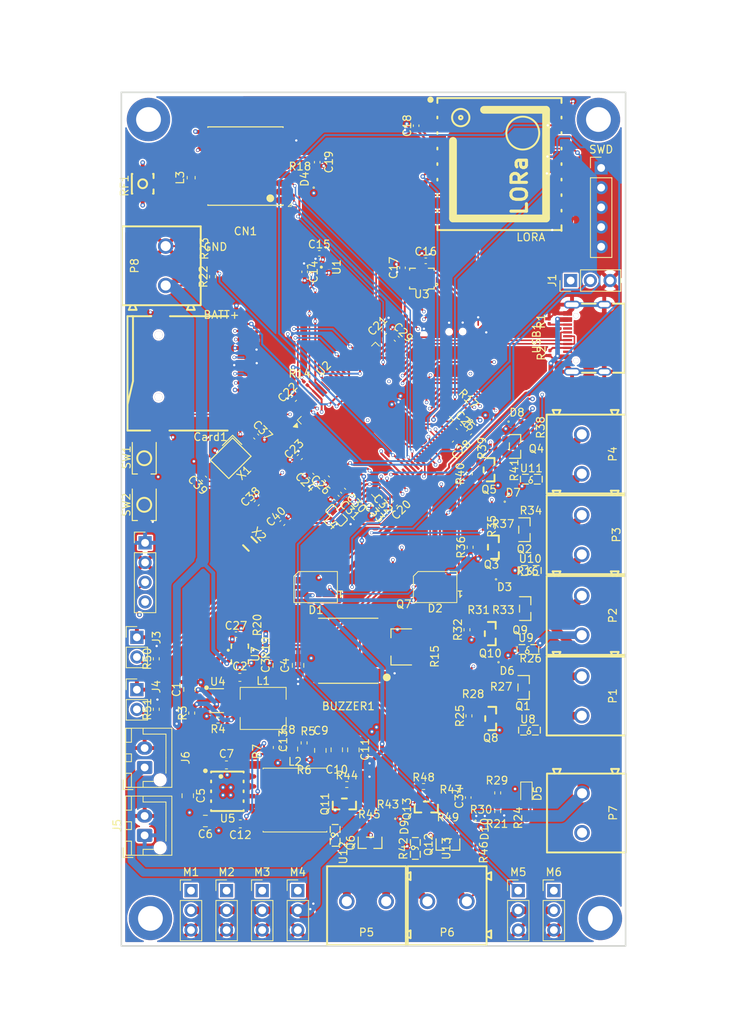
<source format=kicad_pcb>
(kicad_pcb (version 20241229) (generator "pcbnew") (generator_version "9.0")
  (layers (0 "F.Cu" signal) (4 "In1.Cu" signal) (6 "In2.Cu" signal) (2 "B.Cu" signal) (13 "F.Paste" user) (15 "B.Paste" user) (5 "F.SilkS" user "F.Silkscreen") (7 "B.SilkS" user "B.Silkscreen") (1 "F.Mask" user) (3 "B.Mask" user) (25 "Edge.Cuts" user))
  (net 0 "")
  (net 2 "+3.3V")
  (net 4 "Net-(BUZZER1--)")
  (net 5 "GND")
  (net 6 "Net-(U4-EN)")
  (net 7 "Net-(U4-CB)")
  (net 8 "Net-(U4-SW)")
  (net 9 "+BATT")
  (net 10 "Net-(U5-SS)")
  (net 11 "Net-(U5-BST)")
  (net 12 "Net-(U5-SW)")
  (net 13 "Net-(U5-FB)")
  (net 14 "+5V")
  (net 15 "Net-(C12-Pad1)")
  (net 16 "Net-(U5-COMP)")
  (net 17 "/RESET")
  (net 18 "Net-(U7-SS)")
  (net 19 "Net-(C28-Pad2)")
  (net 20 "Net-(C29-Pad2)")
  (net 21 "Net-(U2-VDDA)")
  (net 22 "Net-(U2-VREF+)")
  (net 23 "/ARM_DET")
  (net 24 "/HSE_IN")
  (net 25 "/LSE_IN")
  (net 26 "/HSE_OUT")
  (net 27 "/LSE_OUT")
  (net 28 "/SD_D1")
  (net 29 "/SD_CLK")
  (net 30 "/SD_D0")
  (net 31 "/SD_D2")
  (net 32 "/SD_D3")
  (net 33 "/SD_CD")
  (net 34 "/SD_CMD")
  (net 35 "Net-(CN1-RF_IN)")
  (net 37 "Net-(CN1-VCC_RF)")
  (net 41 "/GPS_1PPS")
  (net 42 "/GPS_RX")
  (net 44 "/GPS_TX")
  (net 48 "Net-(D1-DIN)")
  (net 49 "Net-(D1-DOUT)")
  (net 51 "Net-(D3-A)")
  (net 52 "Net-(D4-A)")
  (net 53 "Net-(D5-A)")
  (net 54 "Net-(D6-A)")
  (net 55 "Net-(D7-A)")
  (net 56 "Net-(D8-A)")
  (net 57 "Net-(D9-A)")
  (net 58 "Net-(D10-A)")
  (net 59 "/UART_RX")
  (net 60 "/UART_TX")
  (net 61 "/I2C_SDA")
  (net 62 "/I2C_SCL")
  (net 63 "/S1_PWM")
  (net 64 "/S2_PWM")
  (net 65 "/S3_PWM")
  (net 66 "/S4_PWM")
  (net 67 "/S5_PWM")
  (net 68 "/S6_PWM")
  (net 69 "Net-(P1-Pad2)")
  (net 70 "Net-(Q1-D)")
  (net 71 "Net-(P2-Pad2)")
  (net 72 "Net-(Q2-D)")
  (net 73 "Net-(P3-Pad2)")
  (net 74 "Net-(Q4-D)")
  (net 75 "Net-(Q6-D)")
  (net 76 "Net-(P4-Pad2)")
  (net 77 "Net-(Q12-D)")
  (net 78 "Net-(P5-Pad2)")
  (net 79 "Net-(Q1-S)")
  (net 80 "Net-(Q9-D)")
  (net 81 "Net-(Q1-G)")
  (net 82 "Net-(Q2-G)")
  (net 83 "Net-(Q3-G)")
  (net 84 "Net-(Q4-G)")
  (net 85 "Net-(Q5-G)")
  (net 86 "Net-(Q11-D)")
  (net 87 "Net-(Q7-BASE)")
  (net 88 "Net-(Q8-G)")
  (net 89 "Net-(Q10-D)")
  (net 90 "Net-(Q10-G)")
  (net 91 "Net-(Q11-G)")
  (net 92 "Net-(Q12-G)")
  (net 93 "Net-(Q13-G)")
  (net 94 "Net-(USB1-CC2)")
  (net 95 "Net-(USB1-CC1)")
  (net 96 "Net-(U4-FB)")
  (net 97 "/BOOT")
  (net 98 "/BUZZER")
  (net 99 "/RGB_DIN")
  (net 100 "/POWER_ST")
  (net 101 "Net-(U7-ILM)")
  (net 102 "Net-(R21-Pad1)")
  (net 103 "/VBAT")
  (net 104 "/PYRO1")
  (net 105 "/PYRO2")
  (net 106 "/PYRO3")
  (net 107 "/PYRO4")
  (net 108 "/PYRO5")
  (net 109 "/PYRO6")
  (net 110 "/BMP_INT")
  (net 111 "/SWCLK")
  (net 117 "/ICM_INT1")
  (net 123 "/ICM_SDO")
  (net 124 "/RF_DIO1")
  (net 125 "/ICM_INT2")
  (net 127 "/ICM_SCK")
  (net 128 "/SWDIO")
  (net 129 "/RF_SCK")
  (net 130 "/RF_RESET")
  (net 132 "/RF_NSS")
  (net 135 "/USB_DP")
  (net 140 "/RF_DIO0")
  (net 142 "/ICM_SDI")
  (net 144 "/USB_DN")
  (net 145 "/RF_MOSI")
  (net 148 "/RF_MISO")
  (net 150 "/ICM_CS")
  (net 163 "VBUS")
  (net 166 "Net-(P6-Pad2)")
  (net 168 "/TH0")
  (net 169 "/TH1")
  (footprint "Resistor_SMD:R_0402_1005Metric" (layer "F.Cu") (at 43.75 122.25 90)
    (property "Reference" "R51")
    (property "Value" "10k")
  )
  (footprint "lcsc:SOIC-8_L4.9-W3.9-P1.27-LS6.0-BL-EP-1" (layer "F.Cu") (at 52.85 132.82 -90)
    (property "Reference" "U5")
    (property "Value" "AP64501SP-13")
  )
  (footprint "Connector_PinHeader_2.54mm:PinHeader_1x03_P2.54mm_Vertical" (layer "F.Cu") (at 97.170001 67 90)
    (property "Reference" "J1")
    (property "Value" "Conn_01x03_Pin")
  )
  (footprint "Capacitor_SMD:C_0805_2012Metric" (layer "F.Cu") (at 64.9 127.55 90)
    (property "Reference" "C9")
    (property "Value" "22uF")
  )
  (footprint "lcsc:SOT-23-3_L2.9-W1.3-P1.90-LS2.4-BR" (layer "F.Cu") (at 81.35 139.68 90)
    (property "Reference" "Q12")
    (property "Value" "IRLML6402_C518785")
  )
  (footprint "LED_SMD:LED_0603_1608Metric" (layer "F.Cu") (at 91.465188 133.109277 -90)
    (property "Reference" "D5")
    (property "Value" "LED")
  )
  (footprint "Capacitor_SMD:C_0603_1608Metric" (layer "F.Cu") (at 54.585 137.02 180)
    (property "Reference" "C12")
    (property "Value" "2.7nF")
  )
  (footprint "Capacitor_SMD:C_0402_1005Metric" (layer "F.Cu") (at 73.089411 73.660589 45)
    (property "Reference" "C21")
    (property "Value" "100nF")
  )
  (footprint "Capacitor_SMD:C_0603_1608Metric" (layer "F.Cu") (at 52.8 129.42)
    (property "Reference" "C7")
    (property "Value" "100nF")
  )
  (footprint "Capacitor_SMD:C_0402_1005Metric" (layer "F.Cu") (at 75.490001 65.359999 90)
    (property "Reference" "C17")
    (property "Value" "100nF")
  )
  (footprint "lcsc:CONN-TH_2P-P5.00_WJ500V-5.08-2P" (layer "F.Cu") (at 98.6 89.36 -90)
    (property "Reference" "P4")
    (property "Value" "WJ500V-5.08-2P-14-00A")
  )
  (footprint "lcsc:SOT-23-3_L2.9-W1.3-P1.90-LS2.4-BR" (layer "F.Cu") (at 90 88.38 180)
    (property "Reference" "Q4")
    (property "Value" "IRLML6402_C518785")
  )
  (footprint "Resistor_SMD:R_0201_0603Metric" (layer "F.Cu") (at 63 80.25 135)
    (property "Reference" "R14")
    (property "Value" "10K")
  )
  (footprint "LED_SMD:LED_0402_1005Metric" (layer "F.Cu") (at 74.56 137.449999 -90)
    (property "Reference" "D9")
    (property "Value" "LED")
  )
  (footprint "lcsc:SOT-23-3_L2.9-W1.3-P1.90-LS2.4-BR" (layer "F.Cu") (at 71.310001 139.45 90)
    (property "Reference" "Q6")
    (property "Value" "IRLML6402_C518785")
  )
  (footprint "Resistor_SMD:R_0402_1005Metric" (layer "F.Cu") (at 87.765189 135.429277 -90)
    (property "Reference" "R21")
    (property "Value" "120k")
  )
  (footprint "lcsc:SOT-23_L2.9-W1.3-P1.90-LS2.4-BR" (layer "F.Cu") (at 87.21 101.359999 180)
    (property "Reference" "Q3")
    (property "Value" "2N7002LT1G")
  )
  (footprint "Resistor_SMD:R_0402_1005Metric" (layer "F.Cu") (at 68.310001 131.949999)
    (property "Reference" "R44")
    (property "Value" "100k")
  )
  (footprint "Capacitor_SMD:C_0402_1005Metric" (layer "F.Cu") (at 67.839411 94.089411 135)
    (property "Reference" "C30")
    (property "Value" "1uF")
  )
  (footprint "Resistor_SMD:R_0201_0603Metric" (layer "F.Cu") (at 62.81 128.43 -90)
    (property "Reference" "R6")
    (property "Value" "22.1k")
  )
  (footprint "Resistor_SMD:R_0402_1005Metric" (layer "F.Cu") (at 51.710001 123.640001 180)
    (property "Reference" "R4")
    (property "Value" "22.1k")
  )
  (footprint "LED_SMD:LED_SK6812MINI_PLCC4_3.5x3.5mm_P1.75mm" (layer "F.Cu") (at 64.3 106.5 180)
    (property "Reference" "D1")
    (property "Value" "SK6812MINI")
  )
  (footprint "Resistor_SMD:R_0201_0603Metric" (layer "F.Cu") (at 78.65 115.44 -90)
    (property "Reference" "R15")
    (property "Value" "1k")
  )
  (footprint "Capacitor_SMD:C_0402_1005Metric" (layer "F.Cu") (at 82.75 85.89 -45)
    (property "Reference" "C25")
    (property "Value" "100nF")
  )
  (footprint "Capacitor_SMD:C_0402_1005Metric" (layer "F.Cu") (at 84.08 86.58 -135)
    (property "Reference" "C36")
    (property "Value" "4.7uF")
  )
  (footprint "Resistor_SMD:R_0201_0603Metric" (layer "F.Cu") (at 56.400001 76.898748 180)
    (property "Reference" "R13" (hide yes))
    (property "Value" "10K")
  )
  (footprint "lcsc:CONN-TH_2P-P5.00_WJ500V-5.08-2P" (layer "F.Cu") (at 98.6 120.54 -90)
    (property "Reference" "P1")
    (property "Value" "WJ500V-5.08-2P-14-00A")
  )
  (footprint "Resistor_SMD:R_0201_0603Metric" (layer "F.Cu") (at 56.4 81.39875 180)
    (property "Reference" "R10" (hide yes))
    (property "Value" "10K")
  )
  (footprint "LED_SMD:LED_0402_1005Metric" (layer "F.Cu") (at 90.25 85.18)
    (property "Reference" "D8")
    (property "Value" "LED")
  )
  (footprint "lcsc:WIRELM-SMD_RA-02-BL" (layer "F.Cu") (at 88 52 -90)
    (property "Reference" "LORA")
    (property "Value" "RA-02")
  )
  (footprint "Connector_PinHeader_2.54mm:PinHeader_1x02_P2.54mm_Vertical" (layer "F.Cu") (at 41.25 112.975)
    (property "Reference" "J3")
    (property "Value" "Conn_01x02_Pin")
  )
  (footprint "Package_QFP:LQFP-100_14x14mm_P0.5mm" (layer "F.Cu") (at 72 85 45)
    (property "Reference" "U2")
    (property "Value" "STM32H743VITx")
  )
  (footprint "MountingHole:MountingHole_3.2mm_M3_DIN965_Pad_TopBottom" (layer "F.Cu") (at 101 149.2)
    (property "Reference" "REF**" (hide yes))
    (property "Value" "MountingHole_3.2mm_M3_DIN965_Pad_TopBottom")
  )
  (footprint "Inductor_SMD:L_0603_1608Metric_Pad1.05x0.95mm_HandSolder" (layer "F.Cu") (at 48.25 53.75 90)
    (property "Reference" "L3")
    (property "Value" "47nH")
  )
  (footprint "LED_SMD:LED_0402_1005Metric" (layer "F.Cu") (at 84.9 137.695 -90)
    (property "Reference" "D10")
    (property "Value" "LED")
  )
  (footprint "lcsc:USB-C-SMD_TYPE-C16PIN" (layer "F.Cu") (at 99.14 74.43 90)
    (property "Reference" "USB1")
    (property "Value" "TYPE-C16PIN")
  )
  (footprint "Capacitor_SMD:C_0805_2012Metric" (layer "F.Cu") (at 50.079998 136.650001 180)
    (property "Reference" "C6")
    (property "Value" "10nF")
  )
  (footprint "Resistor_SMD:R_0402_1005Metric" (layer "F.Cu") (at 87.765189 133.029277 -90)
    (property "Reference" "R29")
    (property "Value" "75k")
  )
  (footprint "Resistor_SMD:R_0201_0603Metric" (layer "F.Cu") (at 88.46 99.405)
    (property "Reference" "R37")
    (property "Value" "10k")
  )
  (footprint "Resistor_SMD:R_0201_0603Metric" (layer "F.Cu") (at 94.399999 72.25 90)
    (property "Reference" "R1")
    (property "Value" "5.1K")
  )
  (footprint "Capacitor_SMD:C_0402_1005Metric" (layer "F.Cu") (at 63.75 92.160589 135)
    (property "Reference" "C24")
    (property "Value" "100nF")
  )
  (footprint "Resistor_SMD:R_0402_1005Metric" (layer "F.Cu") (at 84.1 91.9 90)
    (property "Reference" "R40")
    (property "Value" "100k")
  )
  (footprint "MountingHole:MountingHole_3.2mm_M3_DIN965_Pad_TopBottom" (layer "F.Cu") (at 43 149.2)
    (property "Reference" "REF**" (hide yes))
    (property "Value" "MountingHole_3.2mm_M3_DIN965_Pad_TopBottom")
  )
  (footprint "lcsc:CRYSTAL-SMD_4P-L3.2-W2.5-BL" (layer "F.Cu") (at 53.347651 89.896179 -135)
    (property "Reference" "X1")
    (property "Value" "X322525MOB4SI")
  )
  (footprint "lcsc:F0603" (layer "F.Cu") (at 77.15 140.18 -90)
    (property "Reference" "U13")
    (property "Value" "0438006.WRGT")
  )
  (footprint "Capacitor_SMD:C_0402_1005Metric" (layer "F.Cu") (at 64.76 63.5)
    (property "Reference" "C15")
    (property "Value" "100nF")
  )
  (footprint "Connector_JST:JST_XH_B2B-XH-AM_1x02_P2.50mm_Vertical" (layer "F.Cu") (at 42.25 138.5 90)
    (property "Reference" "J5")
    (property "Value" "Conn_01x02_Pin")
  )
  (footprint "Connector_JST:JST_XH_B2B-XH-AM_1x02_P2.50mm_Vertical" (layer "F.Cu") (at 42.25 129.75 90)
    (property "Reference" "J6")
    (property "Value" "Conn_01x02_Pin")
  )
  (footprint "Resistor_SMD:R_0201_0603Metric" (layer "F.Cu") (at 81.71 133.85 180)
    (property "Reference" "R47")
    (property "Value" "100")
  )
  (footprint "Capacitor_SMD:C_0402_1005Metric" (layer "F.Cu") (at 49.904041 92.533685 135)
    (property "Reference" "C39")
    (property "Value" "20pF")
  )
  (footprint "Capacitor_SMD:C_0402_1005Metric" (layer "F.Cu") (at 67 95 135)
    (property "Reference" "C31")
    (property "Value" "100nF")
  )
  (footprint "lcsc:SOT-89-3_L4.5-W2.4-P1.50-LS4.0-BR" (layer "F.Cu") (at 75.655 114.21)
    (property "Reference" "Q7")
    (property "Value" "2N2222AU")
  )
  (footprint "lcsc:SOT-23-3_L2.9-W1.3-P1.90-LS2.4-BR" (layer "F.Cu") (at 91.21 99.11 180)
    (property "Reference" "Q2")
    (property "Value" "IRLML6402_C518785")
  )
  (footprint "Resistor_SMD:R_0402_1005Metric" (layer "F.Cu") (at 84.21 101.369998 90)
    (property "Reference" "R36")
    (property "Value" "100k")
  )
  (footprint "Connector_PinHeader_2.54mm:PinHeader_1x05_P2.54mm_Vertical" (layer "F.Cu") (at 101.1 52.49)
    (property "Reference" "SWD")
    (property "Value" "Conn_01x05_Pin")
  )
  (footprint "Connector_PinHeader_2.54mm:PinHeader_1x03_P2.54mm_Vertical" (layer "F.Cu") (at 52.82 145.62)
    (property "Reference" "M2")
    (property "Value" "Motor_Servo")
  )
  (footprint "Capacitor_SMD:C_0402_1005Metric" (layer "F.Cu") (at 60 98.25 45)
    (property "Reference" "C40")
    (property "Value" "20pF")
  )
  (footprint "Capacitor_SMD:C_0805_2012Metric" (layer "F.Cu") (at 48.030001 119.690002 90)
    (property "Reference" "C1")
    (property "Value" "2.2 uf" (hide yes))
  )
  (footprint "Capacitor_SMD:C_0402_1005Metric" (layer "F.Cu") (at 64.5 51.75 -90)
    (property "Reference" "C19")
    (property "Value" "10uF")
  )
  (footprint "lcsc:TF-SMD_TF-01A" (layer "F.Cu") (at 49.62 78.96 -90)
    (property "Reference" "Card1")
    (property "Value" "TF-01A")
  )
  (footprint "Resistor_SMD:R_0201_0603Metric" (layer "F.Cu") (at 92 116.75)
    (property "Reference" "R26")
    (property "Value" "1k")
  )
  (footprint "lcsc:SOT-23_L2.9-W1.3-P1.90-LS2.4-BR" (layer "F.Cu") (at 78.560001 134.85 90)
    (property "Reference" "Q13")
    (property "Value" "2N7002LT1G")
  )
  (footprint "Capacitor_SMD:C_0805_2012Metric" (layer "F.Cu") (at 67.02 127.470001 90)
    (property "Reference" "C10")
    (property "Value" "22uF")
  )
  (footprint "Resistor_SMD:R_0201_0603Metric" (layer "F.Cu") (at 57.71 127.7 90)
    (property "Reference" "R7")
    (property "Value" "15.8k")
  )
  (footprint "Resistor_SMD:R_0201_0603Metric" (layer "F.Cu") (at 94.5 76.345 -90)
    (property "Reference" "R2")
    (property "Value" "5.1K")
  )
  (footprint "Capacitor_SMD:C_0402_1005Metric" (layer "F.Cu") (at 62.25 89.75 -135)
    (property "Reference" "C23")
    (property "Value" "100nF")
  )
  (footprint "Resistor_SMD:R_0402_1005Metric" (layer "F.Cu") (at 51 66.5 90)
    (property "Reference" "R22")
    (property "Value" "200K")
  )
  (footprint "lcsc:BUZ-SMD_4P-L7.5-W7.5-P7.59-TL" (layer "F.Cu") (at 68.515 114.71 180)
    (property "Reference" "BUZZER1")
    (property "Value" "MLT-7525")
  )
  (footprint "Resistor_SMD:R_0201_0603Metric" (layer "F.Cu") (at 71.56 136.7 180)
    (property "Reference" "R45")
    (property "Value" "10k")
  )
  (footprint "Capacitor_SMD:C_0805_2012Metric" (layer "F.Cu") (at 61.24 127.38 -90)
    (property "Reference" "C8")
    (property "Value" "47pF")
  )
  (footprint "lcsc:F0603" (layer "F.Cu") (at 91.959999 104.359999)
    (property "Reference" "U10")
    (property "Value" "0438006.WRGT")
  )
  (footprint "Resistor_SMD:R_0201_0603Metric" (layer "F.Cu") (at 91.62 105.5)
    (property "Reference" "R16")
    (property "Value" "1k")
  )
  (footprint "Capacitor_SMD:C_0402_1005Metric" (layer "F.Cu") (at 77.250001 47.05 90)
    (property "Reference" "C18")
    (property "Value" "0.1uF")
  )
  (footprint "lcsc:CONN-TH_2P-P5.00_WJ500V-5.08-2P" (layer "F.Cu") (at 44.96 65.1 90)
    (property "Reference" "P8")
    (property "Value" "WJ500V-5.08-2P-14-00A")
  )
  (footprint "Capacitor_SMD:C_0603_1608Metric" (layer "F.Cu") (at 54.53 118.140001)
    (property "Reference" "C2")
    (property "Value" "100nF")
  )
  (footprint "Resistor_SMD:R_0402_1005Metric" (layer "F.Cu") (at 84.059999 123.099999 90)
    (property "Reference" "R25")
    (property "Value" "100k")
  )
  (footprint "lcsc:SOT-23_L2.9-W1.3-P1.90-LS2.4-BR" (layer "F.Cu") (at 68 134.449999 90)
    (property "Reference" "Q11")
    (property "Value" "2N7002LT1G")
  )
  (footprint "lcsc:CONN-TH_2P-P5.00_WJ500V-5.08-2P" (layer "F.Cu") (at 98.599999 110.159999 -90)
    (property "Reference" "P2")
    (property "Value" "WJ500V-5.08-2P-14-00A")
  )
  (footprint "Resistor_SMD:R_0201_0603Metric" (layer "F.Cu") (at 85.959999 98.679999 -90)
    (property "Reference" "R35")
    (property "Value" "100")
  )
  (footprint "lcsc:F0603" (layer "F.Cu") (at 91.655 114.549999)
    (property "Reference" "U9")
    (property "Value" "0438006.WRGT")
  )
  (footprint "Resistor_SMD:R_0201_0603Metric" (layer "F.Cu") (at 88.485 110.499999)
    (property "Reference" "R33")
    (property "Value" "10k")
  )
  (footprint "Capacitor_SMD:C_0805_2012Metric" (layer "F.Cu") (at 69.16 127.480001 90)
    (property "Reference" "C11")
    (property "Value" "22uF")
  )
  (footprint "Capacitor_SMD:C_0402_1005Metric" (layer "F.Cu") (at 62.88 65.88 -90)
    (property "Reference" "C14")
    (property "Value" "100nF")
  )
  (footprint "Connector_PinHeader_2.54mm:PinHeader_1x03_P2.54mm_Vertical" (layer "F.Cu") (at 57.41 145.62)
    (property "Reference" "M3")
    (property "Value" "Motor_Servo")
  )
  (footprint "Connector_PinHeader_2.54mm:PinHeader_1x03_P2.54mm_Vertical" (layer "F.Cu") (at 90.41 145.62)
    (property "Reference" "M5")
    (property "Value" "Motor_Servo")
  )
  (footprint "Resistor_SMD:R_0201_0603Metric" (layer "F.Cu") (at 74.560001 140.2 -90)
    (property "Reference" "R42")
    (property "Value" "1k")
  )
  (footprint "Resistor_SMD:R_0201_0603Metric" (layer "F.Cu") (at 86.8 88.6 90)
    (property "Reference" "R39")
    (property "Value" "100")
  )
  (footprint "lcsc:CONN-TH_2P-P5.00_WJ500V-5.08-2P" (layer "F.Cu") (at 98.6 99.76 -90)
    (property "Reference" "P3")
    (property "Value" "WJ500V-5.08-2P-14-00A")
  )
  (footprint "LED_SMD:LED_0402_1005Metric" (layer "F.Cu") (at 88.635 105.499999)
    (property "Reference" "D3")
    (property "Value" "LED")
  )
  (footprint "lcsc:SW-SMD_L3.9-W3.0-P4.45" (layer "F.Cu") (at 42.2 95.9 90)
    (property "Reference" "SW2")
    (property "Value" "TS-1088-AR02016")
  )
  (footprint "Capacitor_SMD:C_0402_1005Metric" (layer "F.Cu") (at 72.71 96.07 135)
    (property "Reference" "C33")
    (property "Value" "1uF")
  )
  (footprint "lcsc:IPEX-SMD_BWIPX-1-001E" (layer "F.Cu") (at 42.76 54.53 180)
    (property "Reference" "RF1")
    (property "Value" "BWIPX-1-001E")
  )
  (footprint "lcsc:F0603" (layer "F.Cu") (at 91.859999 124.939999)
    (property "Reference" "U8")
    (property "Value" "0438006.WRGT")
  )
  (footprint "Connector_PinHeader_2.54mm:PinHeader_1x03_P2.54mm_Vertical" (layer "F.Cu") (at 95 145.62)
    (property "Reference" "M6")
    (property "Value" "Motor_Servo")
  )
  (footprint "lcsc:SW-SMD_L3.9-W3.0-P4.45" (layer "F.Cu") (at 42.2 89.9 90)
    (property "Reference" "SW1")
    (property "Value" "TS-1088-AR02016")
  )
  (footprint "Connector_PinHeader_2.54mm:PinHeader_1x03_P2.54mm_Vertical" (layer "F.Cu") (at 62 145.62)
    (property "Reference" "M4")
    (property "Value" "Motor_Servo")
  )
  (footprint "Resistor_SMD:R_0201_0603Metric" (layer "F.Cu") (at 51 62.889999 90)
    (property "Reference" "R23")
    (property "Value" "40K")
  )
  (footprint "Resistor_SMD:R_0402_1005Metric" (layer "F.Cu") (at 43.75 115.75 90)
    (property "Reference" "R50")
    (property "Value" "10k")
  )
  (footprint "Resistor_SMD:R_0201_0603Metric" (layer "F.Cu") (at 56.4 80.198751 180)
    (property "Reference" "R11" (hide yes))
    (property "Value" "10K")
  )
  (footprint "Resistor_SMD:R_0201_0603Metric" (layer "F.Cu") (at 62.27 53.35)
    (property "Reference" "R18")
    (property "Value" "1k")
  )
  (footprint "Inductor_SMD:L_Cenker_CKCS8040" (layer "F.Cu") (at 61.63 133.95)
    (property "Reference" "L2")
    (property "Value" "3.6uH")
  )
  (footprint "Capacitor_SMD:C_0402_1005Metric" (layer "F.Cu") (at 83.965189 133.629277 90)
    (property "Reference" "C34")
    (property "Value" "22nF")
  )
  (footprint "lcsc:SOT-23-3_L2.9-W1.3-P1.90-LS2.4-BR" (layer "F.Cu") (at 91.11 119.44 180)
    (property "Reference" "Q1")
    (property "Value" "IRLML6402_C518785")
  )
  (footprint "Capacitor_SMD:C_0402_1005Metric" (layer "F.Cu") (at 78.490001 64.460001 180)
    (property "Reference" "C16")
    (property "Value" "100nF")
  )
  (footprint "Resistor_SMD:R_0201_0603Metric" (layer "F.Cu") (at 85.620189 134.129277 180)
    (property "Reference" "R30")
    (property "Value" "10k")
  )
  (footprint "Capacitor_SMD:C_0402_1005Metric" (layer "F.Cu") (at 74.75 74.5 -45)
    (property "Reference" "C29")
    (property "Value" "2.2uF")
  )
  (footprint "lcsc:SOT-23-3_L2.9-W1.3-P1.90-LS2.4-BR" (layer "F.Cu") (at 91.305 109.28 180)
    (property "Reference" "Q9")
    (property "Value" "IRLML6402_C518785")
  )
  (footprint "lcsc:SOT-23_L2.9-W1.3-P1.90-LS2.4-BR" (layer "F.Cu") (at 86.859999 123.44 180)
    (property "Reference" "Q8")
    (property "Value" "2N7002LT1G")
  )
  (footprint "Resistor_SMD:R_0201_0603Metric" (layer "F.Cu") (at 91.465188 136.25 90)
    (property "Reference" "R24")
    (property "Value" "300")
  )
  (footprint "Resistor_SMD:R_0201_0603Metric" (layer "F.Cu") (at 84.899998 140.68 -90)
    (property "Reference" "R46")
    (property "Value" "1k")
  )
  (footprint "Resistor_SMD:R_0201_0603Metric" (layer "F.Cu") (at 73.25 135.75)
    (property "Reference" "R43")
    (property "Value" "100")
  )
  (footprint "Inductor_SMD:L_Bourns_SRP5030T" (layer "F.Cu") (at 57.53 122.14)
    (property "Reference" "L1")
    (property "Value" "5.6uH")
  )
  (footprint "lcsc:COMM-SMD_18P-L10.1-W9.7-P1.1-TL_L76-LB" (layer "F.Cu") (at 55.25 52.25 180)
    (property "Reference" "CN1")
    (property "Value" "ATGM336H-6N-74")
  )
  (footprint "LED_SMD:LED_0402_1005Metric" (layer "F.Cu") (at 88.96 116.189999)
    (property "Reference" "D6")
    (property "Value" "LED")
  )
  (footprint "Capacitor_SMD:C_0402_1005Metric" (layer "F.Cu") (at 56.635697 87.10311 -45)
    (property "Reference" "C37")
    (property "Value" "20pF")
  )
  (footprint "Resistor_SMD:R_0201_0603Metric" (layer "F.Cu") (at 55.78 112.390001 90)
    (property "Reference" "R20")
    (property "Value" "22.1k")
  )
  (footprint "Capacitor_SMD:C_0402_1005Metric" (layer "F.Cu") (at 54.03 112.640001)
    (property "Reference" "C27")
    (property "Value" "10pF")
  )
  (footprint "lcsc:FC-135R_L3.2-W1.5" (layer "F.Cu") (at 55.842626 100.935519 -45)
    (property "Reference" "X2")
    (property "Value" "Q13FC1350000400")
  )
  (footprint "Capacitor_SMD:C_0805_2012Metric" (layer "F.Cu") (at 59.53 116.590001 90)
    (property "Reference" "C3")
    (property "Value" "22uF")
  )
  (footprint "lcsc:VQFN-HR-12_L2.5-W2.0-P0.50-BL" (layer "F.Cu") (at 54.530001 115.140001 -90)
    (property "Reference" "U7")
    (property "Value" "TPS2121RUXR")
  )
  (footprint "LED_SMD:LED_0402_1005Metric" (layer "F.Cu") (at 89.765 95.5)
    (property "Reference" "D7")
    (property "Value" "LED")
  )
  (footprint "Connector_PinHeader_2.54mm:PinHeader_1x04_P2.54mm_Vertical" (layer "F.Cu") (at 42.31 100.8)
    (property "Reference" "J2" (hide yes))
    (property "Value" "Conn_01x04_Pin")
  )
  (footprint "Resistor_SMD:R_0402_1005Metric" (layer "F.Cu") (at 83.805 111.999999 90)
    (property "Reference" "R32")
    (property "Value" "100k")
  )
  (footprint "Capacitor_SMD:C_0402_1005Metric" (layer "F.Cu") (at 74.509411 95.740589 -135)
    (property "Reference" "C20")
    (property "Value" "100nF")
  )
  (footprint "Resistor_SMD:R_0201_0603Metric" (layer "F.Cu") (at 89 90.93 90)
    (property "Reference" "R41")
    (property "Value" "10k")
  )
  (footprint "Capacitor_SMD:C_0805_2012Metric" (layer "F.Cu") (at 47.81 133.39 -90)
    (property "Reference" "C5")
    (property "Value" "10uF")
  )
  (footprint "Resistor_SMD:R_0402_1005Metric" (layer "F.Cu") (at 62.81 126.585 -90)
    (property "Reference" "R5")
    (property "Value" "115k")
  )
  (footprint "Resistor_SMD:R_0201_0603Metric" (layer "F.Cu") (at 92.25 85.93 -90)
    (property "Reference" "R38")
    (property "Value" "1k")
  )
  (footprint "Resistor_SMD:R_0201_0603Metric" (layer "F.Cu") (at 92 95.500001)
    (property "Reference" "R34")
    (property "Value" "1k")
  )
  (footprint "Resistor_SMD:R_0201_0603Metric" (layer "F.Cu") (at 88.21 120.39)
    (property "Reference" "R27")
    (property "Value" "10k")
  )
  (footprint "Connector_PinHeader_2.54mm:PinHeader_1x03_P2.54mm_Vertical" (layer "F.Cu") (at 48.23 145.62)
    (property "Reference" "M1")
    (property "Value" "Motor_Servo")
  )
  (footprint "lcsc:F0603" (layer "F.Cu") (at 92.1 92.6)
    (property "Reference" "U11")
    (property "Value" "0438006.WRGT")
  )
  (footprint "lcsc:LGA-14_L3.0-W2.5-P0.50-TL" (layer "F.Cu") (at 77.99 66.75 180)
    (property "Reference" "U3")
    (property "Value" "ICM-45686")
  )
  (footprint "MountingHole:MountingHole_3.2mm_M3_DIN965_Pad_TopBottom" (layer "F.Cu") (at 100.75 46.25)
    (property "Reference" "REF**" (hide yes))
    (property "Value" "MountingHole_3.2mm_M3_DIN965_Pad_TopBottom")
  )
  (footprint "lcsc:CONN-TH_2P-P5.00_WJ500V-5.08-2P" (layer "F.Cu") (at 98.64 135.619278 -90)
    (property "Reference" "P7")
    (property "Value" "WJ500V-5.08-2P-14-00A")
  )
  (footprint "Capacitor_SMD:C_0805_2012Metric" (layer "F.Cu") (at 62.03 116.590001 90)
    (property "Reference" "C4")
    (property "Value" "22uF")
  )
  (footprint "lcsc:F0603" (layer "F.Cu") (at 66.810001 138.5 -90)
    (property "Reference" "U12")
    (property "Value" "0438006.WRGT")
  )
  (footprint "Resistor_SMD:R_0402_1005Metric" (layer "F.Cu") (at 48.32 122.74 90)
    (property "Reference" "R3")
    (property "Value" "100k")
  )
  (footprint "Capacitor_SMD:C_0402_1005Metric" (layer "F.Cu") (at 82.25 88 -135)
    (property "Reference" "C28")
    (property "Value" "2.2uF")
  )
  (footprint "Resistor_SMD:R_0201_0603Metric" (layer "F.Cu") (at 84.71 121.389999 180)
    (property "Reference" "R28")
    (property "Value" "100")
  )
  (footprint "Capacitor_SMD:C_0402_1005Metric" (layer "F.Cu") (at 71.98 96.81 135)
    (property "Reference" "C32")
    (property "Value" "100nF")
  )
  (footprint "LED_SMD:LED_0402_1005Metric" (layer "F.Cu") (at 64.050002 53.935001 90)
    (property "Reference" "D4")
    (property "Value" "LED")
  )
  (footprint "Resistor_SMD:R_0201_0603Metric" (layer "F.Cu") (at 56.355001 74.69875 180)
    (property "Reference" "R8" (hide yes))
    (property "Value" "10K")
  )
  (footprint "Connector_PinHeader_2.54mm:PinHeader_1x02_P2.54mm_Vertical" (layer "F.Cu") (at 41.25 119.725)
    (property "Reference" "J4")
    (property "Value" "Conn_01x02_Pin")
  )
  (footprint "lcsc:L0603" (layer "F.Cu") (at 67 97.25 -45)
    (property "Reference" "L4")
    (property "Value" "FCM1608KF-601T03")
  )
  (footprint "Resistor_SMD:R_0201_0603Metric" (layer "F.Cu") (at 81.35 137.18 180)
    (property "Reference" "R49")
    (property "Value" "10k")
  )
  (footprint "Capacitor_SMD:C_0402_1005Metric" (layer "F.Cu") (at 56.7 95.7 45)
    (property "Reference" "C38")
    (property "Value" "20pF")
  )
  (footprint "Resistor_SMD:R_0201_0603Metric" (layer "F.Cu") (at 56.400003 79.09875 180)
    (property "Reference" "R12" (hide yes))
    (property "Value" "10K")
  )
  (footprint "lcsc:SOT-23-6_L2.9-W1.6-P0.95-LS2.8-BL" (layer "F.Cu") (at 51.53 121.14 -90)
    (property "Reference" "U4")
    (property "Value" "LMR51430XDDCR")
  )
  (footprint "lcsc:CONN-TH_2P-P5.00_WJ500V-5.08-2P" (layer "F.Cu") (at 70.850001 147 180)
    (property "Reference" "P5")
    (property "Value" "WJ500V-5.08-2P-14-00A")
  )
  (footprint "lcsc:SOT-23_L2.9-W1.3-P1.90-LS2.4-BR" (layer "F.Cu") (at 86.65 91.38 180)
    (property "Reference" "Q5")
    (property "Value" "2N7002LT1G")
  )
  (footprint "lcsc:LGA-10_L2.0-W2.0-P0.50-TL_BMP580" (layer "F.Cu") (at 64.78 65.52)
    (property "Reference" "U1")
    (property "Value" "BMP580")
  )
  (footprint "Resistor_SMD:R_0402_1005Metric" (layer "F.Cu") (at 78.21 132.2)
    (property "Reference" "R48")
    (property "Value" "100k")
  )
  (footprint "Capacitor_SMD:C_0603_1608Metric" (layer "F.Cu") (at 59.35 127.17 -90)
    (property "Reference" "C13")
    (property "Value" "33pF")
  )
  (footprint "LED_SMD:LED_SK6812MINI_PLCC4_3.5x3.5mm_P1.75mm" (layer "F.Cu") (at 79.7 106.5 180)
    (property "Reference" "D2")
    (property "Value" "SK6812MINI")
  )
  (footprint "Resistor_SMD:R_0201_0603Metric" (layer "F.Cu") (at 85.304999 110.499999)
    (property "Reference" "R31")
    (property "Value" "100")
  )
  (footprint "lcsc:CONN-TH_2P-P5.00_WJ500V-5.08-2P" (layer "F.Cu") (at 81.25 147 180)
    (property "Reference" "P6")
    (property "Value" "WJ500V-5.08-2P-14-00A")
  )
  (footprint "lcsc:SOT-23_L2.9-W1.3-P1.90-LS2.4-BR" (layer "F.Cu") (at 86.805 112.499999 180)
    (property "Reference" "Q10")
    (property "Value" "2N7002LT1G")
  )
  (footprint "Resistor_SMD:R_0201_0603Metric" (layer "F.Cu") (at 56.355001 73.59875 180)
    (property "Reference" "R9" (hide yes))
    (property "Value" "10K")
  )
  (footprint "MountingHole:MountingHole_3.2mm_M3_DIN965_Pad_TopBottom" (layer "F.Cu") (at 42.75 46.25)
    (property "Reference" "REF**" (hide yes))
    (property "Value" "MountingHole_3.2mm_M3_DIN965_Pad_TopBottom")
  )
  (footprint "Capacitor_SMD:C_0402_1005Metric" (layer "F.Cu") (at 61.5 82.25 45)
    (property "Reference" "C22")
    (property "Value" "100nF")
  )
  (footprint "Resistor_SMD:R_0201_0603Metric" (layer "F.Cu") (at 83.25 83 -45)
    (property "Reference" "R17")
    (property "Value" "470")
  )
  (footprint "Capacitor_SMD:C_0402_1005Metric" (layer "F.Cu") (at 65.75 92.5 135)
    (property "Reference" "C26")
    (property "Value" "100nF")
  )
  (footprint "Resistor_SMD:R_0201_0603Metric" (layer "F.Cu") (at 56.83 114.320001 -90)
    (property "Reference" "R19")
    (property "Value" "10k")
  )
  (gr_rect (start 39.25 42.75) (end 104.25 152.75) (stroke (width 0.2)) (fill no) (layer "Edge.Cuts"))
  (gr_text "BATT+\n" (at 49.75 72 0) (layer "F.SilkS") (effects (font (size 1 1)) (justify left bottom)))
  (gr_text "GND\n" (at 49.75 63.25 0) (layer "F.SilkS") (effects (font (size 1 1)) (justify left bottom)))
  (segment (start 82.410589 85.550589) (end 83.729411 85.550589) (width 0.2) (layer "F.Cu") (net 2))
  (segment (start 74.860001 65.839999) (end 76.57 65.839999) (width 0.25) (layer "F.Cu") (net 2))
  (segment (start 62.03 117.54) (end 62.03 118.99) (width 1) (layer "F.Cu") (net 2))
  (segment (start 64.089411 92.5) (end 64.260943 92.328468) (width 0.25) (layer "F.Cu") (net 2))
  (segment (start 72.8 98.4) (end 68.8 98.4) (width 0.25) (layer "F.Cu") (net 2))
  (segment (start 60.7 82.2) (end 61.14587 82.64587) (width 0.25) (layer "F.Cu") (net 2))
  (segment (start 72.75 74.895911) (end 73.184404 75.330315) (width 0.2) (layer "F.Cu") (net 2))
  (segment (start 54.9 77.9) (end 53.8 77.9) (width 0.25) (layer "F.Cu") (net 2))
  (segment (start 85.020484 85.620484) (end 84.950589 85.550589) (width 0.2) (layer "F.Cu") (net 2))
  (segment (start 74.23 117.86) (end 74.475 117.615) (width 1) (layer "F.Cu") (net 2))
  (segment (start 56.615002 78.08875) (end 56.675001 78.148751) (width 0.25) (layer "F.Cu") (net 2))
  (segment (start 71.5 117.87) (end 71.5 117.5) (width 0.25) (layer "F.Cu") (net 2))
  (segment (start 77.180001 47.6) (end 77.250001 47.53) (width 0.25) (layer "F.Cu") (net 2))
  (segment (start 59.78 122.14) (end 59.78 117.79) (width 0.6) (layer "F.Cu") (net 2))
  (segment (start 56.675002 73.59875) (end 56.675002 75.899999) (width 0.25) (layer "F.Cu") (net 2))
  (segment (start 62.03 118.99) (end 62.03 119.02) (width 0.6) (layer "F.Cu") (net 2))
  (segment (start 64.260943 92.328468) (end 64.260943 92.323279) (width 0.25) (layer "F.Cu") (net 2))
  (segment (start 64.53 51.3) (end 64.5 51.27) (width 0.25) (layer "F.Cu") (net 2))
  (segment (start 43.75 121.740001) (end 43.75 121.15) (width 0.25) (layer "F.Cu") (net 2))
  (segment (start 56.675001 81.353752) (end 56.720001 81.398751) (width 0.25) (layer "F.Cu") (net 2))
  (segment (start 74.97 82.67) (end 77.821 85.521) (width 0.2) (layer "F.Cu") (net 2))
  (segment (start 84.950589 85.550589) (end 83.729411 85.550589) (width 0.2) (layer "F.Cu") (net 2))
  (segment (start 43.28 98.08) (end 43.3 98.1) (width 0.25) (layer "F.Cu") (net 2))
  (segment (start 72.75 74) (end 72.75 72.75) (width 0.2) (layer "F.Cu") (net 2))
  (segment (start 79 64.430002) (end 78.969999 64.460003) (width 0.25) (layer "F.Cu") (net 2))
  (segment (start 68.51671 97.744975) (end 72.560155 93.70153) (width 0.25) (layer "F.Cu") (net 2))
  (segment (start 62.510589 89.410589) (end 62.639664 89.410589) (width 0.25) (layer "F.Cu") (net 2))
  (segment (start 74.848822 95.401178) (end 74.623003 95.401178) (width 0.25) (layer "F.Cu") (net 2))
  (segment (start 64.308614 92.275608) (end 64.308614 91.277173) (width 0.25) (layer "F.Cu") (net 2))
  (segment (start 64.28 64.2) (end 64.28 63.5) (width 0.25) (layer "F.Cu") (net 2))
  (segment (start 64.260943 92.323279) (end 64.308614 92.275608) (width 0.25) (layer "F.Cu") (net 2))
  (segment (start 64.308614 91.277173) (end 65.865849 89.719938) (width 0.25) (layer "F.Cu") (net 2))
  (segment (start 43.75 121.15) (end 43.9 121) (width 0.25) (layer "F.Cu") (net 2))
  (segment (start 75.068025 95.620381) (end 75.068025 96.131975) (width 0.25) (layer "F.Cu") (net 2))
  (segment (start 63.5 93.089411) (end 63.5 93.5) (width 0.25) (layer "F.Cu") (net 2))
  (segment (start 64.28 64.74) (end 64.28 64.2) (width 0.25) (layer "F.Cu") (net 2))
  (segment (start 74.848822 95.401178) (end 75.068025 95.620381) (width 0.25) (layer "F.Cu") (net 2))
  (segment (start 76.57 65.839999) (end 76.73 65.999999) (width 0.25) (layer "F.Cu") (net 2))
  (segment (start 75.8 47.6) (end 75.81 47.6) (width 0.25) (layer "F.Cu") (net 2))
  (segment (start 80.091 85.16) (end 82.02 85.16) (width 0.2) (layer "F.Cu") (net 2))
  (segment (start 78.720001 49) (end 80 49) (width 0.25) (layer "F.Cu") (net 2))
  (segment (start 80.091 85.168943) (end 80.091 85.16) (width 0.2) (layer "F.Cu") (net 2))
  (segment (start 75.8 47.6) (end 77.180001 47.6) (width 0.25) (layer "F.Cu") (net 2))
  (segment (start 43.75 115.240001) (end 43.75 114.15) (width 0.25) (layer "F.Cu") (net 2))
  (segment (start 74.8 65.9) (end 74.860001 65.839999) (width 0.25) (layer "F.Cu") (net 2))
  (segment (start 64.38 51.15) (end 60.099999 51.15) (width 0.25) (layer "F.Cu") (net 2))
  (segment (start 60.1 48.950001) (end 61.8 48.950001) (width 0.5) (layer "F.Cu") (net 2))
  (segment (start 79 64.429999) (end 79 63.6) (width 0.25) (layer "F.Cu") (net 2))
  (segment (start 83.729411 85.550589) (end 84.339411 86.160589) (width 0.2) (layer "F.Cu") (net 2))
  (segment (start 81.776774 86.184404) (end 82.410589 85.550589) (width 0.2) (layer "F.Cu") (net 2))
  (segment (start 74.475 117.615) (end 74.5 117.59) (width 1) (layer "F.Cu") (net 2))
  (segment (start 63.01 65.27) (end 64 65.27) (width 0.25) (layer "F.Cu") (net 2))
  (segment (start 85.125 85.620484) (end 85.020484 85.620484) (width 0.2) (layer "F.Cu") (net 2))
  (segment (start 81.669685 86.184404) (end 81.776774 86.184404) (width 0.2) (layer "F.Cu") (net 2))
  (segment (start 56.259999 114.640001) (end 56.2 114.7) (width 0.25) (layer "F.Cu") (net 2))
  (segment (start 54.817501 78.08875) (end 56.615002 78.08875) (width 0.25) (layer "F.Cu") (net 2))
  (segment (start 42.2 98.08) (end 43.28 98.08) (width 0.25) (layer "F.Cu") (net 2))
  (segment (start 56.675001 75.9) (end 56.675001 77.623751) (width 0.25) (layer "F.Cu") (net 2))
  (segment (start 56.675002 75.899999) (end 56.675001 75.9) (width 0.25) (layer "F.Cu") (net 2))
  (segment (start 62.1 89) (end 62.510589 89.410589) (width 0.25) (layer "F.Cu") (net 2))
  (segment (start 79.738943 85.521) (end 80.091 85.168943) (width 0.2) (layer "F.Cu") (net 2))
  (segment (start 61.160589 82.64587) (end 62.330315 83.815596) (width 0.25) (layer "F.Cu") (net 2))
  (segment (start 77.821 85.521) (end 79.738943 85.521) (width 0.2) (layer "F.Cu") (net 2))
  (segment (start 59.53 117.54) (end 62.03 117.54) (width 0.6) (layer "F.Cu") (net 2))
  (segment (start 56.675001 78.148751) (end 56.675001 81.353752) (width 0.25) (layer "F.Cu") (net 2))
  (segment (start 62.8 65.06) (end 63.01 65.27) (width 0.25) (layer "F.Cu") (net 2))
  (segment (start 64.53 51.3) (end 64.38 51.15) (width 0.25) (layer "F.Cu") (net 2))
  (segment (start 72.015 117.86) (end 74.23 117.86) (width 1) (layer "F.Cu") (net 2))
  (segment (start 74.623003 95.401178) (end 73.537957 94.316132) (width 0.25) (layer "F.Cu") (net 2))
  (segment (start 75.81 47.6) (end 77.320001 47.6) (width 0.25) (layer "F.Cu") (net 2))
  (segment (start 64.089411 92.5) (end 63.5 93.089411) (width 0.25) (layer "F.Cu") (net 2))
  (segment (start 68.8 98.4) (end 67 98.4) (width 0.25) (layer "F.Cu") (net 2))
  (segment (start 72.75 72.75) (end 73.7 71.8) (width 0.2) (layer "F.Cu") (net 2))
  (segment (start 56.675001 77.623751) (end 56.7 77.64875) (width 0.25) (layer "F.Cu") (net 2))
  (segment (start 62.03 118.99) (end 62.03 118.71) (width 0.6) (layer "F.Cu") (net 2))
  (segment (start 78.969999 65.26) (end 78.49 65.739999) (width 0.25) (layer "F.Cu") (net 2))
  (segment (start 79 63.6) (end 79 64.430002) (width 0.25) (layer "F.Cu") (net 2))
  (segment (start 61.14587 82.64587) (end 61.160589 82.64587) (width 0.25) (layer "F.Cu") (net 2))
  (segment (start 62.639664 89.410589) (end 64.098082 87.952171) (width 0.25) (layer "F.Cu") (net 2))
  (segment (start 72.923355 93.70153) (end 73.537957 94.316132) (width 0.25) (layer "F.Cu") (net 2))
  (segment (start 56.83 114.640001) (end 56.259999 114.640001) (width 0.25) (layer "F.Cu") (net 2))
  (segment (start 56.675001 77.673749) (end 56.675001 78.148751) (width 0.25) (layer "F.Cu") (net 2))
  (segment (start 72.560155 93.70153) (end 72.923355 93.70153) (width 0.25) (layer "F.Cu") (net 2))
  (segment (start 78.969999 64.46) (end 79 64.429999) (width 0.25) (layer "F.Cu") (net 2))
  (segment (start 62.8 64.8) (end 62.8 65.06) (width 0.25) (layer "F.Cu") (net 2))
  (segment (start 59.78 117.79) (end 59.53 117.54) (width 0.6) (layer "F.Cu") (net 2))
  (segment (start 67.655025 97.744975) (end 68.51671 97.744975) (width 0.25) (layer "F.Cu") (net 2))
  (segment (start 61.160589 82.589411) (end 61.089411 82.589411) (width 0.25) (layer "F.Cu") (net 2))
  (segment (start 61.089411 82.589411) (end 60.7 82.2) (width 0.25) (layer "F.Cu") (net 2))
  (segment (start 67 98.4) (end 67.655025 97.744975) (width 0.25) (layer "F.Cu") (net 2))
  (segment (start 78.969999 64.460003) (end 78.969999 65.26) (width 0.25) (layer "F.Cu") (net 2))
  (segment (start 84.93 85.73) (end 84.419411 86.240589) (width 0.2) (layer "F.Cu") (net 2))
  (segment (start 85.125 85.620484) (end 85.015484 85.73) (width 0.2) (layer "F.Cu") (net 2))
  (segment (start 85.015484 85.73) (end 84.93 85.73) (width 0.2) (layer "F.Cu") (net 2))
  (segment (start 75.068025 96.131975) (end 72.8 98.4) (width 0.25) (layer "F.Cu") (net 2))
  (segment (start 43.75 114.15) (end 43.8 114.1) (width 0.25) (layer "F.Cu") (net 2))
  (segment (start 65.6 51.3) (end 64.53 51.3) (width 0.25) (layer "F.Cu") (net 2))
  (segment (start 82.02 85.16) (end 82.410589 85.550589) (width 0.2) (layer "F.Cu") (net 2))
  (segment (start 56.7 77.64875) (end 56.675001 77.673749) (width 0.25) (layer "F.Cu") (net 2))
  (segment (start 72.75 74) (end 72.75 74.895911) (width 0.2) (layer "F.Cu") (net 2))
  (segment (start 77.320001 47.6) (end 78.720001 49) (width 0.25) (layer "F.Cu") (net 2))
  (segment (start 84.339411 86.160589) (end 84.260589 86.160589) (width 0.2) (layer "F.Cu") (net 2))
  (via (at 64.28 64.2) (size 0.45) (drill 0.3) (layers "F.Cu" "B.Cu") (net 2))
  (via (at 43.3 98.1) (size 0.45) (drill 0.3) (layers "F.Cu" "B.Cu") (net 2))
  (via (at 67 98.4) (size 0.6) (drill 0.3) (layers "F.Cu" "B.Cu") (net 2))
  (via (at 56.259999 114.640001) (size 0.6) (drill 0.3) (layers "F.Cu" "B.Cu") (net 2))
  (via (at 79 63.6) (size 0.45) (drill 0.3) (layers "F.Cu" "B.Cu") (net 2))
  (via (at 53.8 77.9) (size 0.6) (drill 0.3) (layers "F.Cu" "B.Cu") (net 2))
  (via (at 74.8 65.9) (size 0.45) (drill 0.3) (layers "F.Cu" "B.Cu") (net 2))
  (via (at 56.7 77.64875) (size 0.45) (drill 0.3) (layers "F.Cu" "B.Cu") (net 2))
  (via (at 85.125 85.620484) (size 0.45) (drill 0.3) (layers "F.Cu" "B.Cu") (net 2))
  (via (at 43.8 114.1) (size 0.6) (drill 0.3) (layers "F.Cu" "B.Cu") (net 2))
  (via (at 62.03 118.37) (size 0.6) (drill 0.3) (layers "F.Cu" "B.Cu") (net 2))
  (via (at 62.8 64.8) (size 0.45) (drill 0.3) (layers "F.Cu" "B.Cu") (net 2))
  (via (at 60.7 82.2) (size 0.4) (drill 0.3) (layers "F.Cu" "B.Cu") (net 2))
  (via (at 62.1 89) (size 0.45) (drill 0.3) (layers "F.Cu" "B.Cu") (net 2))
  (via (at 74.475 117.615) (size 0.6) (drill 0.3) (layers "F.Cu" "B.Cu") (net 2))
  (via (at 75.81 47.6) (size 0.6) (drill 0.3) (layers "F.Cu" "B.Cu") (net 2))
  (via (at 61.8 48.950001) (size 0.6) (drill 0.3) (layers "F.Cu" "B.Cu") (net 2))
  (via (at 73.7 71.8) (size 0.45) (drill 0.3) (layers "F.Cu" "B.Cu") (net 2))
  (via (at 43.9 121) (size 0.6) (drill 0.3) (layers "F.Cu" "B.Cu") (net 2))
  (via (at 63.5 93.5) (size 0.4) (drill 0.3) (layers "F.Cu" "B.Cu") (net 2))
  (via (at 62.03 118.99) (size 0.6) (drill 0.3) (layers "F.Cu" "B.Cu") (net 2))
  (via (at 74.97 82.67) (size 0.6) (drill 0.3) (layers "F.Cu" "B.Cu") (net 2))
  (via (at 65.6 51.3) (size 0.45) (drill 0.3) (layers "F.Cu" "B.Cu") (net 2))
  (via (at 56.675001 75.9) (size 0.45) (drill 0.3) (layers "F.Cu" "B.Cu") (net 2))
  (via (at 68.8 98.4) (size 0.6) (drill 0.3) (layers "F.Cu" "B.Cu") (net 2))
  (segment (start 74.295 114.21) (end 72.015 111.93) (width 0.25) (layer "F.Cu") (net 4))
  (segment (start 49.440003 118.740003) (end 48.030001 118.740003) (width 0.6) (layer "F.Cu") (net 5))
  (segment (start 62.9 92.175) (end 63.410589 91.664411) (width 0.2) (layer "F.Cu") (net 5))
  (segment (start 61.839411 81.839411) (end 61.839411 82.617586) (width 0.2) (layer "F.Cu") (net 5))
  (segment (start 60.339411 97.910589) (end 60.339411 97.860589) (width 0.25) (layer "F.Cu") (net 5))
  (segment (start 67.05 132.700001) (end 67.800002 131.949999) (width 0.25) (layer "F.Cu") (net 5))
  (segment (start 84.059999 123.609998) (end 84.929997 123.609998) (width 0.5) (layer "F.Cu") (net 5))
  (segment (start 83.532441 87.127559) (end 83.740589 86.919411) (width 0.2) (layer "F.Cu") (net 5))
  (segment (start 77.480001 46.8) (end 77.680001 47) (width 0.25) (layer "F.Cu") (net 5))
  (segment (start 96.78 78.18) (end 97.35 78.75) (width 0.6) (layer "F.Cu") (net 5))
  (segment (start 77.99 65.739999) (end 77.99 63.51) (width 0.25) (layer "F.Cu") (net 5))
  (segment (start 49.25 50.05) (end 49.1 50.2) (width 0.5) (layer "F.Cu") (net 5))
  (segment (start 96.4 45) (end 97.5 43.9) (width 0.25) (layer "F.Cu") (net 5))
  (segment (start 90.197502 132.321776) (end 90 132.519278) (width 0.6) (layer "F.Cu") (net 5))
  (segment (start 65.025 105.625) (end 64.7 105.3) (width 0.25) (layer "F.Cu") (net 5))
  (segment (start 58.37 116.291001) (end 56 116.291001) (width 0.6) (layer "F.Cu") (net 5))
  (segment (start 83.089411 86.587138) (end 83.089411 86.229411) (width 0.2) (layer "F.Cu") (net 5))
  (segment (start 54.52 116.290001) (end 53.792133 116.290001) (width 0.5) (layer "F.Cu") (net 5))
  (segment (start 61.4 81.4) (end 61.839411 81.839411) (width 0.2) (layer "F.Cu") (net 5))
  (segment (start 73.049411 96.409411) (end 73.770589 96.409411) (width 0.25) (layer "F.Cu") (net 5))
  (segment (start 62.773726 79.993726) (end 62.5 79.72) (width 0.2) (layer "F.Cu") (net 5))
  (segment (start 88.970001 104.359999) (end 88.15 105.18) (width 0.5) (layer "F.Cu") (net 5))
  (segment (start 74.120589 96.049411) (end 74.130589 96.049411) (width 0.2) (layer "F.Cu") (net 5))
  (segment (start 62.228232 59.301) (end 61.771768 59.301) (width 0.25) (layer "F.Cu") (net 5))
  (segment (start 82.589411 87.789411) (end 82.589411 87.660589) (width 0.2) (layer "F.Cu") (net 5))
  (segment (start 82.7 87.9) (end 82.589411 87.789411) (width 0.2) (layer "F.Cu") (net 5))
  (segment (start 63.93 67) (end 64.28 66.65) (width 0.2) (layer "F.Cu") (net 5))
  (segment (start 69.16 126.530002) (end 70.159998 126.530002) (width 1) (layer "F.Cu") (net 5))
  (segment (start 85.505001 113.3) (end 85.655 113.449999) (width 0.6) (layer "F.Cu") (net 5))
  (segment (start 86.37 84.55) (end 86.175 84.355) (width 0.2) (layer "F.Cu") (net 5))
  (segment (start 96.78 77.63) (end 96.78 78.18) (width 0.6) (layer "F.Cu") (net 5))
  (segment (start 69.16 126.530002) (end 64.969999 126.530002) (width 1) (layer "F.Cu") (net 5))
  (segment (start 74.211091 73.011091) (end 74.211091 73.388909) (width 0.25) (layer "F.Cu") (net 5))
  (segment (start 66 66) (end 65.77 65.77) (width 0.25) (layer "F.Cu") (net 5))
  (segment (start 62.88 67) (end 63.93 67) (width 0.2) (layer "F.Cu") (net 5))
  (segment (start 74.211091 73.388909) (end 73.853822 73.746178) (width 0.25) (layer "F.Cu") (net 5))
  (segment (start 54.591971 86.808029) (end 54.591971 86.421971) (width 0.25) (layer "F.Cu") (net 5))
  (segment (start 54.69 111.829001) (end 55.63 111.829001) (width 0.6) (layer "F.Cu") (net 5))
  (segment (start 49.56463 92.194274) (end 49.56463 91.26463) (width 0.25) (layer "F.Cu") (net 5))
  (segment (start 90 104.359999) (end 88.970001 104.359999) (width 0.5) (layer "F.Cu") (net 5))
  (segment (start 85.5 92.33) (end 86.73 92.33) (width 0.6) (layer "F.Cu") (net 5))
  (segment (start 44.34 71.2) (end 43.1 71.2) (width 0.25) (layer "F.Cu") (net 5))
  (segment (start 73.184404 94.669685) (end 73.184404 95.113226) (width 0.2) (layer "F.Cu") (net 5))
  (segment (start 59.425 129.165) (end 59.43 129.17) (width 0.6) (layer "F.Cu") (net 5))
  (segment (start 62.88 67) (end 62.88 66.36) (width 0.2) (layer "F.Cu") (net 5))
  (segment (start 84.21 102.41) (end 84.21 101.879997) (width 0.6) (layer "F.Cu") (net 5))
  (segment (start 90.9 93.05) (end 91.35 92.6) (width 0.6) (layer "F.Cu") (net 5))
  (segment (start 101.5 70.11) (end 101.5 78.75) (width 0.6) (layer "F.Cu") (net 5))
  (segment (start 65.33 52.23) (end 64.5 52.23) (width 0.25) (layer "F.Cu") (net 5))
  (segment (start 54.9 75.7) (end 53.9 75.7) (width 0.25) (layer "F.Cu") (net 5))
  (segment (start 89.52 85.18) (end 88.8 85.9) (width 0.25) (layer "F.Cu") (net 5))
  (segment (start 77.610001 132.29) (end 77.700001 132.2) (width 0.25) (layer "F.Cu") (net 5))
  (segment (start 95.465 77.63) (end 96.78 77.63) (width 0.25) (layer "F.Cu") (net 5))
  (segment (start 53.81 137.02) (end 52.953999 137.876001) (width 0.6) (layer "F.Cu") (net 5))
  (segment (start 77.761999 64.879999) (end 77.99 65.108) (width 0.25) (layer "F.Cu") (net 5))
  (segment (start 51.200002 123.640001) (end 50.780001 123.640001) (width 0.6) (layer "F.Cu") (net 5))
  (segment (start 42 56) (end 42 57.3) (width 0.5) (layer "F.Cu") (net 5))
  (segment (start 86.73 92.33) (end 87.7 93.3) (width 0.6) (layer "F.Cu") (net 5))
  (segment (start 82.839411 87.760589) (end 82.839411 87.660589) (width 0.2) (layer "F.Cu") (net 5))
  (segment (start 61 90.1) (end 61.9 90.1) (width 0.25) (layer "F.Cu") (net 5))
  (segment (start 51.3 88.9) (end 51.3 89.404163) (width 0.25) (layer "F.Cu") (net 5))
  (segment (start 43.78 92.08) (end 44 92.3) (width 0.25) (layer "F.Cu") (net 5))
  (segment (start 62.5 79.72) (end 62.5 79.5) (width 0.2) (layer "F.Cu") (net 5))
  (segment (start 88.475 115.918793) (end 89.843794 114.549999) (width 0.6) (layer "F.Cu") (net 5))
  (segment (start 62.773726 80.023726) (end 62.773726 79.993726) (width 0.2) (layer "F.Cu") (net 5))
  (segment (start 63.700002 115.640002) (end 63.72 115.66) (width 0.6) (layer "F.Cu") (net 5))
  (segment (start 74.268233 74.160589) (end 73.853822 73.746178) (width 0.25) (layer "F.Cu") (net 5))
  (segment (start 86.175 84.355) (end 86.1 84.28) (width 0.2) (layer "F.Cu") (net 5))
  (segment (start 53.55 112.379609) (end 54.100608 111.829001) (width 0.6) (layer "F.Cu") (net 5))
  (segment (start 94.5 76.665) (end 95.465 77.63) (width 0.25) (layer "F.Cu") (net 5))
  (segment (start 53.55 113.859) (end 53.679001 113.988001) (width 0.6) (layer "F.Cu") (net 5))
  (segment (start 54.64653 132.19) (end 53.15653 130.7) (width 1) (layer "F.Cu") (net 5))
  (segment (start 61.3 81.4) (end 61.4 81.4) (width 0.2) (layer "F.Cu") (net 5))
  (segment (start 74.720001 64.879999) (end 77.761999 64.879999) (width 0.25) (layer "F.Cu") (net 5))
  (segment (start 84.658821 86.919411) (end 86.37 85.208232) (width 0.2) (layer "F.Cu") (net 5))
  (segment (start 82.438764 87.660589) (end 82.589411 87.660589) (width 0.2) (layer "F.Cu") (net 5))
  (segment (start 54.100608 111.829001) (end 54.69 111.829001) (width 0.6) (layer "F.Cu") (net 5))
  (segment (start 83.805 112.705) (end 84.4 113.3) (width 0.6) (layer "F.Cu") (net 5))
  (segment (start 73.184404 95.113226) (end 74.120589 96.049411) (width 0.2) (layer "F.Cu") (net 5))
  (segment (start 56.975108 87.442521) (end 57.642521 87.442521) (width 0.25) (layer "F.Cu") (net 5))
  (segment (start 94.79 60.49) (end 96 59.28) (width 0.2) (layer "F.Cu") (net 5))
  (segment (start 84.4 113.3) (end 85.505001 113.3) (width 0.6) (layer "F.Cu") (net 5))
  (segment (start 70.159998 126.530002) (end 71.55 125.14) (width 1) (layer "F.Cu") (net 5))
  (segment (start 65.21 64.31) (end 65.21 63.53) (width 0.25) (layer "F.Cu") (net 5))
  (segment (start 97.35 70.11) (end 97.35 70.66) (width 0.6) (layer "F.Cu") (net 5))
  (segment (start 76.8 134.5) (end 77.610001 133.689999) (width 0.25) (layer "F.Cu") (net 5))
  (segment (start 51.3 89.404163) (end 51.968793 90.072956) (width 0.25) (layer "F.Cu") (net 5))
  (segment (start 54.05 70.25) (end 54.083058 70.216942) (width 0.25) (layer "F.Cu") (net 5))
  (segment (start 49.56463 91.26463) (end 48.6 90.3) (width 0.25) (layer "F.Cu") (net 5))
  (segment (start 61.771768 59.301) (end 60.1 57.629232) (width 0.25) (layer "F.Cu") (net 5))
  (segment (start 50.38 119.68) (end 50.38 120.19) (width 0.6) (layer "F.Cu") (net 5))
  (segment (start 52.953999 137.876001) (end 51.8 137.876001) (width 0.6) (layer "F.Cu") (net 5))
  (segment (start 65.21 63.53) (end 65.24 63.5) (width 0.25) (layer "F.Cu") (net 5))
  (segment (start 81.316132 86.537957) (end 81.905734 87.127559) (width 0.2) (layer "F.Cu") (net 5))
  (segment (start 59.53 115.640002) (end 58.879001 116.291001) (width 0.6) (layer "F.Cu") (net 5))
  (segment (start 81.450999 104.8) (end 81.449999 104.801) (width 0.6) (layer "F.Cu") (net 5))
  (segment (start 65.7 66.3) (end 66 66) (width 0.25) (layer "F.Cu") (net 5))
  (segment (start 60.339411 97.860589) (end 60.8 97.4) (width 0.25) (layer "F.Cu") (net 5))
  (segment (start 74.84 111.98) (end 74.82 111.96) (width 0.5) (layer "F.Cu") (net 5))
  (segment (start 66.810001 134.45) (end 66.810001 133.539998) (width 1) (layer "F.Cu") (net 5))
  (segment (start 85.420001 92.409999) (end 85.5 92.33) (width 0.6) (layer "F.Cu") (net 5))
  (segment (start 84.3 102.5) (end 84.21 102.41) (width 0.6) (layer "F.Cu") (net 5))
  (segment (start 73.770589 96.409411) (end 74.130589 96.049411) (width 0.25) (layer "F.Cu") (net 5))
  (segment (start 77.99 63.51) (end 78 63.5) (width 0.25) (layer "F.Cu") (net 5))
  (segment (start 78 63.5) (end 78 64.449999) (width 0.25) (layer "F.Cu") (net 5))
  (segment (start 54.05 71.199999) (end 54.05 70.25) (width 0.25) (layer "F.Cu") (net 5))
  (segment (start 57.642521 87.442521) (end 57.7 87.5) (width 0.25) (layer "F.Cu") (net 5))
  (segment (start 88.475 116.189999) (end 88.475 115.918793) (width 0.6) (layer "F.Cu") (net 5))
  (segment (start 84.929997 123.609998) (end 85.709999 124.39) (width 0.5) (layer "F.Cu") (net 5))
  (segment (start 50.4 50.05) (end 49.25 50.05) (width 0.5) (layer "F.Cu") (net 5))
  (segment (start 84.9 137.21) (end 85.31 137.21) (width 0.6) (layer "F.Cu") (net 5))
  (segment (start 86.259998 124.939999) (end 85.709999 124.39) (width 1) (layer "F.Cu") (net 5))
  (segment (start 50.780001 123.640001) (end 50.26 123.12) (width 0.6) (layer "F.Cu") (net 5))
  (segment (start 72.319411 97.149411) (end 72.319411 97.139411) (width 0.25) (layer "F.Cu") (net 5))
  (segment (start 54.52 116.290001) (end 54.52 116.85) (width 0.5) (layer "F.Cu") (net 5))
  (segment (start 88 124.939999) (end 86.259998 124.939999) (width 1) (layer "F.Cu") (net 5))
  (segment (start 66.810001 135.26) (end 66.810001 134.45) (width 1) (layer "F.Cu") (net 5))
  (segment (start 83.965189 133.149277) (end 84.595188 132.519278) (width 0.25) (layer "F.Cu") (net 5))
  (segment (start 64.050002 57.47923) (end 62.228232 59.301) (width 0.25) (layer "F.Cu") (net 5))
  (segment (start 62.81 128.75) (end 63.5 128.75) (width 0.25) (layer "F.Cu") (net 5))
  (segment (start 51.8 137.876001) (end 50.355999 137.876001) (width 0.6) (layer "F.Cu") (net 5))
  (segment (start 88.8 85.9) (end 88.8 86.1) (width 0.25) (layer "F.Cu") (net 5))
  (segment (start 75.57 112.71) (end 74.84 111.98) (width 0.5) (layer "F.Cu") (net 5))
  (segment (start 91.109999 124.939999) (end 88 124.939999) (width 1) (layer "F.Cu") (net 5))
  (segment (start 45.9 87.2) (end 45.52625 86.82625) (width 0.25) (layer "F.Cu") (net 5))
  (segment (start 49.48 118.78) (end 49.440003 118.740003) (width 0.6) (layer "F.Cu") (net 5))
  (segment (start 84.1 92.409999) (end 85.420001 92.409999) (width 0.6) (layer "F.Cu") (net 5))
  (segment (start 62.03 115.640002) (end 63.700002 115.640002) (width 0.6) (layer "F.Cu") (net 5))
  (segment (start 61.9 90.1) (end 61.910589 90.089411) (width 0.25) (layer "F.Cu") (net 5))
  (segment (start 82.54899 87.127559) (end 83.089411 86.587138) (width 0.2) (layer "F.Cu") (net 5))
  (segment (start 89.28 94.58) (end 89.2 94.5) (width 0.6) (layer "F.Cu") (net 5))
  (segment (start 88.15 105.18) (end 88.15 105.499999) (width 0.5) (layer "F.Cu") (net 5))
  (segment (start 47.81 134.339999) (end 47.81 135.330002) (width 1) (layer "F.Cu") (net 5))
  (segment (start 96 45) (end 96.4 45) (width 0.25) (layer "F.Cu") (net 5))
  (segment (start 65.28 64.38) (end 65.28 64.74) (width 0.25) (layer "F.Cu") (net 5))
  (segment (start 53.55 113.23) (end 53.55 113.859) (width 0.6) (layer "F.Cu") (net 5))
  (segment (start 66.060589 92.839411) (end 65.6 93.3) (width 0.25) (layer "F.Cu") (net 5))
  (segment (start 60.1 57.629232) (end 60.1 56.65) (width 0.25) (layer "F.Cu") (net 5))
  (segment (start 66.660589 94.582052) (end 68.694276 92.548365) (width 0.2) (layer "F.Cu") (net 5))
  (segment (start 72.13 124.56) (end 72.14 124.56) (width 1) (layer "F.Cu") (net 5))
  (segment (start 51 62.569999) (end 44.869999 62.569999) (width 0.25) (layer "F.Cu") (net 5))
  (segment (start 58.879001 116.291001) (end 58.37 116.291001) (width 0.6) (layer "F.Cu") (net 5))
  (segment (start 53.15653 130.7) (end 52.9 130.7) (width 1) (layer "F.Cu") (net 5))
  (segment (start 90 104.359999) (end 91.209999 104.359999) (width 0.5) (layer "F.Cu") (net 5))
  (segment (start 53.65 71.706249) (end 53.9675 71.388749) (width 0.25) (layer "F.Cu") (net 5))
  (segment (start 65.21 64.31) (end 65.28 64.38) (width 0.25) (layer "F.Cu") (net 5))
  (segment (start 64.050002 55.7) (end 64.050002 55.73) (width 0.25) (layer "F.Cu") (net 5))
  (segment (start 65.28 66.3) (end 65.7 66.3) (width 0.25) (layer "F.Cu") (net 5))
  (segment (start 61.839411 82.617586) (end 62.683868 83.462043) (width 0.2) (layer "F.Cu") (net 5))
  (segment (start 42.2 92.08) (end 43.78 92.08) (width 0.25) (layer "F.Cu") (net 5))
  (segment (start 82.54899 87.127559) (end 83.532441 87.127559) (width 0.2) (layer "F.Cu") (net 5))
  (segment (start 53.55 112.640001) (end 53.55 113.23) (width 0.6) (layer "F.Cu") (net 5))
  (segment (start 47.81 135.330002) (end 48.044999 135.565001) (width 1) (layer "F.Cu") (net 5))
  (segment (start 77.610001 133.689999) (end 77.610001 132.29) (width 0.25) (layer "F.Cu") (net 5))
  (segment (start 76.57 139.43) (end 76.1 139.9) (width 0.6) (layer "F.Cu") (net 5))
  (segment (start 44.34 86.82625) (end 44.2575 86.90875) (width 0.25) (layer "F.Cu") (net 5))
  (segment (start 57.039411 95.239411) (end 56.6 94.8) (width 0.25) (layer "F.Cu") (net 5))
  (segment (start 55.63 111.829001) (end 55.78 111.979001) (width 0.6) (layer "F.Cu") (net 5))
  (segment (start 63.410589 91.664411) (end 63.410589 91.46809) (width 0.2) (layer "F.Cu") (net 5))
  (segment (start 56 116.291001) (end 55.280001 116.291001) (width 0.6) (layer "F.Cu") (net 5))
  (segment (start 82.7 87.9) (end 82.839411 87.760589) (width 0.2) (layer "F.Cu") (net 5))
  (segment (start 48.85 47.85) (end 48.8 47.8) (width 0.5) (layer "F.Cu") (net 5))
  (segment (start 85.31 137.21) (end 85.6 137.5) (width 0.6) (layer "F.Cu") (net 5))
  (segment (start 66.2 95.2) (end 66.660589 94.739411) (width 0.2) (layer "F.Cu") (net 5))
  (segment (start 81.449999 104.801) (end 81.449999 105.625) (width 0.6) (layer "F.Cu") (net 5))
  (segment (start 63.5 128.75) (end 63.51 128.76) (width 0.25) (layer "F.Cu") (net 5))
  (segment (start 74.7 64.9) (end 74.720001 64.879999) (width 0.25) (layer "F.Cu") (net 5))
  (segment (start 66.810001 133.539998) (end 67.05 133.299999) (width 1) (layer "F.Cu") (net 5))
  (segment (start 89.765 85.18) (end 89.52 85.18) (width 0.25) (layer "F.Cu") (net 5))
  (segment (start 91.465188 132.321776) (end 90.197502 132.321776) (width 0.6) (layer "F.Cu") (net 5))
  (segment (start 63.410589 91.46809) (end 65.512295 89.366384) (width 0.2) (layer "F.Cu") (net 5))
  (segment (start 42 53.06) (end 42 51.8) (width 0.5) (layer "F.Cu") (net 5))
  (segment (start 57.039411 95.360589) (end 57.039411 95.239411) (width 0.25) (layer "F.Cu") (net 5))
  (segment (start 59.53 115.640002) (end 62.03 115.640002) (width 0.6) (layer "F.Cu") (net 5))
  (segment (start 74.56 136.964999) (end 74.635001 136.964999) (width 0.6) (layer "F.Cu") (net 5))
  (segment (start 89.843794 114.549999) (end 90.905 114.549999) (width 0.6) (layer "F.Cu") (net 5))
  (segment (start 84.595188 132.519278) (end 87.765189 132.519278) (width 0.25) (layer "F.Cu") (net 5))
  (segment (start 53.792133 116.290001) (end 53.786067 116.296067) (width 0.5) (layer "F.Cu") (net 5))
  (segment (start 66.049999 105.625) (end 65.025 105.625) (width 0.25) (layer "F.Cu") (net 5))
  (segment (start 74.635001 136.964999) (end 75.2 136.4) (width 0.6) (layer "F.Cu") (net 5))
  (segment (start 66.810001 134.45) (end 66.810001 137.75) (width 1) (layer "F.Cu") (net 5))
  (segment (start 81.450999 104.5) (end 81.450999 104.8) (width 0.6) (layer "F.Cu") (net 5))
  (segment (start 77.15 139.43) (end 76.57 139.43) (width 0.6) (layer "F.Cu") (net 5))
  (segment (start 85.790001 102.309999) (end 86.06 102.309999) (width 0.6) (layer "F.Cu") (net 5))
  (segment (start 94.399999 71.93) (end 95.099999 71.23) (width 0.25) (layer "F.Cu") (net 5))
  (segment (start 64.28 66.65) (end 64.28 66.3) (width 0.2) (layer "F.Cu") (net 5))
  (segment (start 90 132.519278) (end 87.765189 132.519278) (width 0.25) (layer "F.Cu") (net 5))
  (segment (start 81.316132 86.537957) (end 82.438764 87.660589) (width 0.2) (layer "F.Cu") (net 5))
  (segment (start 64.050002 55.73) (end 64.050002 57.47923) (width 0.25) (layer "F.Cu") (net 5))
  (segment (start 50.4 47.85) (end 48.85 47.85) (width 0.5) (layer "F.Cu") (net 5))
  (segment (start 66.660589 94.739411) (end 66.660589 94.582052) (width 0.2) (layer "F.Cu") (net 5))
  (segment (start 72.319411 97.139411) (end 73.049411 96.409411) (width 0.25) (layer "F.Cu") (net 5))
  (segment (start 96 59.28) (end 96 59) (width 0.2) (layer "F.Cu") (net 5))
  (segment (start 78 64.449999) (end 78.010001 64.46) (width 0.25) (layer "F.Cu") (net 5))
  (segment (start 50.38 119.68) (end 49.48 118.78) (width 0.6) (layer "F.Cu") (net 5))
  (segment (start 81.905734 87.127559) (end 82.54899 87.127559) (width 0.2) (layer "F.Cu") (net 5))
  (segment (start 72.319411 97.149411) (end 72.118822 97.35) (width 0.25) (layer "F.Cu") (net 5))
  (segment (start 80 45) (end 80 47) (width 0.25) (layer "F.Cu") (net 5))
  (segment (start 72.118822 97.35) (end 71.47 97.35) (width 0.25) (layer "F.Cu") (net 5))
  (segment (start 59.35 129.09) (end 59.425 129.165) (width 0.6) (layer "F.Cu") (net 5))
  (segment (start 77.680001 47) (end 80 47) (width 0.25) (layer "F.Cu") (net 5))
  (segment (start 89.28 95.5) (end 89.28 94.58) (width 0.6) (layer "F.Cu") (net 5))
  (segment (start 74.410589 74.811236) (end 74.410589 74.160589) (width 0.2) (layer "F.Cu") (net 5))
  (segment (start 54.726509 89.719402) (end 56.975108 87.470803) (width 0.25) (layer "F.Cu") (net 5))
  (segment (start 77.99 65.108) (end 77.99 65.74) (width 0.25) (layer "F.Cu") (net 5))
  (segment (start 90.9 93.5) (end 90.9 93.05) (width 0.6) (layer "F.Cu") (net 5))
  (segment (start 76 46.8) (end 76.04 46.8) (width 0.25) (layer "F.Cu") (net 5))
  (segment (start 45.52625 86.82625) (end 44.34 86.82625) (width 0.25) (layer "F.Cu") (net 5))
  (segment (start 50.355999 137.876001) (end 49.129999 136.650001) (width 0.6) (layer "F.Cu") (net 5))
  (segment (start 73.537957 75.683868) (end 74.410589 74.811236) (width 0.2) (layer "F.Cu") (net 5))
  (segment (start 85.25 102.85) (end 85.790001 102.309999) (width 0.6) (layer "F.Cu") (net 5))
  (segment (start 66.089411 92.839411) (end 66.060589 92.839411) (width 0.25) (layer "F.Cu") (net 5))
  (segment (start 71.55 125.14) (end 72.13 124.56) (width 1) (layer "F.Cu") (net 5))
  (segment (start 74.410589 74.160589) (end 74.268233 74.160589) (width 0.25) (layer "F.Cu") (net 5))
  (segment (start 97.35 70.66) (end 96.78 71.23) (width 0.6) (layer "F.Cu") (net 5))
  (segment (start 95.099999 71.23) (end 96.78 71.23) (width 0.25) (layer "F.Cu") (net 5))
  (segment (start 76.04 46.8) (end 77.480001 46.8) (width 0.25) (layer "F.Cu") (net 5))
  (segment (start 67.05 133.299999) (end 67.05 132.700001) (width 0.25) (layer "F.Cu") (net 5))
  (segment (start 64.969999 126.530002) (end 64.9 126.600001) (width 1) (layer "F.Cu") (net 5))
  (segment (start 53.55 112.640001) (end 53.55 112.379609) (width 0.6) (layer "F.Cu") (net 5))
  (segment (start 82.7 88.45) (end 82.7 87.9) (width 0.2) (layer "F.Cu") (net 5))
  (segment (start 77.015 112.71) (end 75.57 112.71) (width 0.5) (layer "F.Cu") (net 5))
  (segment (start 54.591971 86.421971) (end 54.05 85.88) (width 0.25) (layer "F.Cu") (net 5))
  (segment (start 55.280001 116.290001) (end 54.52 116.290001) (width 0.5) (layer "F.Cu") (net 5))
  (segment (start 65.77 65.77) (end 65.56 65.77) (width 0.25) (layer "F.Cu") (net 5))
  (segment (start 73.853822 73.746178) (end 73.428822 73.321178) (width 0.25) (layer "F.Cu") (net 5))
  (segment (start 64.050002 55.7) (end 64.050002 54.420001) (width 0.25) (layer "F.Cu") (net 5))
  (segment (start 55.62 132.19) (end 54.64653 132.19) (width 1) (layer "F.Cu") (net 5))
  (segment (start 52.9 130.7) (end 52.88 130.7) (width 1) (layer "F.Cu") (net 5))
  (segment (start 65.21 64.31) (end 64.78 64.74) (width 0.25) (layer "F.Cu") (net 5))
  (segment (start 48.044999 135.565001) (end 49.129999 136.650001) (width 1) (layer "F.Cu") (net 5))
  (segment (start 86.37 85.208232) (end 86.37 84.55) (width 0.2) (layer "F.Cu") (net 5))
  (segment (start 59.35 127.945) (end 59.35 129.09) (width 0.6) (layer "F.Cu") (net 5))
  (segment (start 83.805 112.509998) (end 83.805 112.705) (width 0.6) (layer "F.Cu") (net 5))
  (segment (start 43.1 71.2) (end 43 71.1) (width 0.25) (layer "F.Cu") (net 5))
  (segment (start 86.1 84.28) (end 86.1 84.24) (width 0.2) (layer "F.Cu") (net 5))
  (segment (start 83.740589 86.919411) (end 84.658821 86.919411) (width 0.2) (layer "F.Cu") (net 5))
  (via (at 45.9 87.2) (size 0.45) (drill 0.3) (layers "F.Cu" "B.Cu") (net 5))
  (via (at 51.8 137.876001) (size 0.6) (drill 0.3) (layers "F.Cu" "B.Cu") (net 5))
  (via (at 88 124.939999) (size 0.6) (drill 0.3) (layers "F.Cu" "B.Cu") (net 5))
  (via (at 44 92.3) (size 0.45) (drill 0.3) (layers "F.Cu" "B.Cu") (net 5))
  (via (at 43 71.1) (size 0.45) (drill 0.3) (layers "F.Cu" "B.Cu") (net 5))
  (via (at 89.2 94.5) (size 0.6) (drill 0.3) (layers "F.Cu" "B.Cu") (net 5))
  (via (at 63.5 128.75) (size 0.6) (drill 0.3) (layers "F.Cu" "B.Cu") (net 5))
  (via (at 71.55 125.14) (size 0.6) (drill 0.3) (layers "F.Cu" "B.Cu") (net 5))
  (via (at 84.4 113.3) (size 0.6) (drill 0.3) (layers "F.Cu" "B.Cu") (net 5))
  (via (at 61 90.1) (size 0.45) (drill 0.3) (layers "F.Cu" "B.Cu") (net 5))
  (via (at 42 51.8) (size 0.6) (drill 0.3) (layers "F.Cu" "B.Cu") (net 5))
  (via (at 54.083058 70.216942) (size 0.6) (drill 0.3) (layers "F.Cu" "B.Cu") (net 5))
  (via (at 82.7 88.45) (size 0.45) (drill 0.3) (layers "F.Cu" "B.Cu") (net 5))
  (via (at 72.14 124.56) (size 0.6) (drill 0.3) (layers "F.Cu" "B.Cu") (net 5))
  (via (at 49.1 50.2) (size 0.45) (drill 0.3) (layers "F.Cu" "B.Cu") (net 5))
  (via (at 59.425 129.165) (size 0.6) (drill 0.3) (layers "F.Cu" "B.Cu") (net 5))
  (via (at 50.24 123.14) (size 0.6) (drill 0.3) (layers "F.Cu" "B.Cu") (net 5))
  (via (at 94.79 60.49) (size 0.6) (drill 0.3) (layers "F.Cu" "B.Cu") (net 5))
  (via (at 66.2 95.2) (size 0.4) (drill 0.3) (layers "F.Cu" "B.Cu") (net 5))
  (via (at 51.3 88.9) (size 0.45) (drill 0.3) (layers "F.Cu" "B.Cu") (net 5))
  (via (at 53.9 75.7) (size 0.6) (drill 0.3) (layers "F.Cu" "B.Cu") (net 5))
  (via (at 62.9 92.175) (size 0.45) (drill 0.3) (layers "F.Cu" "B.Cu") (net 5))
  (via (at 90 114.7) (size 0.6) (drill 0.3) (layers "F.Cu" "B.Cu") (net 5))
  (via (at 97.5 43.9) (size 0.45) (drill 0.3) (layers "F.Cu" "B.Cu") (net 5))
  (via (at 57.7 87.5) (size 0.45) (drill 0.3) (layers "F.Cu" "B.Cu") (net 5))
  (via (at 65.33 52.23) (size 0.45) (drill 0.3) (layers "F.Cu" "B.Cu") (net 5))
  (via (at 76.04 46.8) (size 0.6) (drill 0.3) (layers "F.Cu" "B.Cu") (net 5))
  (via (at 90.9 93.5) (size 0.6) (drill 0.3) (layers "F.Cu" "B.Cu") (net 5))
  (via (at 74.7 64.9) (size 0.45) (drill 0.3) (layers "F.Cu" "B.Cu") (net 5))
  (via (at 85.6 137.5) (size 0.6) (drill 0.3) (layers "F.Cu" "B.Cu") (net 5))
  (via (at 66.810001 135.26) (size 0.6) (drill 0.3) (layers "F.Cu" "B.Cu") (net 5))
  (via (at 75.2 136.4) (size 0.6) (drill 0.3) (layers "F.Cu" "B.Cu") (net 5))
  (via (at 62.88 67) (size 0.45) (drill 0.3) (layers "F.Cu" "B.Cu") (net 5))
  (via (at 87.8 93.4) (size 0.6) (drill 0.3) (layers "F.Cu" "B.Cu") (net 5))
  (via (at 54.591971 86.808029) (size 0.45) (drill 0.3) (layers "F.Cu" "B.Cu") (net 5))
  (via (at 71.47 97.35) (size 0.6) (drill 0.3) (layers "F.Cu" "B.Cu") (net 5))
  (via (at 48.6 90.3) (size 0.45) (drill 0.3) (layers "F.Cu" "B.Cu") (net 5))
  (via (at 89.1 115.3) (size 0.6) (drill 0.3) (layers "F.Cu" "B.Cu") (net 5))
  (via (at 48.8 47.8) (size 0.6) (drill 0.3) (layers "F.Cu" "B.Cu") (net 5))
  (via (at 64.050002 55.73) (size 0.6) (drill 0.3) (layers "F.Cu" "B.Cu") (net 5))
  (via (at 90 104.359999) (size 0.6) (drill 0.3) (layers "F.Cu" "B.Cu") (net 5))
  (via (at 76.8 134.5) (size 0.45) (drill 0.3) (layers "F.Cu" "B.Cu") (net 5))
  (via (at 75.24 81.87) (size 0.6) (drill 0.3) (layers "F.Cu" "B.Cu") (net 5))
  (via (at 61.3 81.4) (size 0.6) (drill 0.3) (layers "F.Cu" "B.Cu") (net 5))
  (via (at 56.6 94.8) (size 0.45) (drill 0.3) (layers "F.Cu" "B.Cu") (net 5))
  (via (at 48.044999 135.565001) (size 0.6) (drill 0.3) (layers "F.Cu" "B.Cu") (net 5))
  (via (at 62.5 79.5) (size 0.4) (drill 0.3) (layers "F.Cu" "B.Cu") (net 5))
  (via (at 74.12 82.96) (size 0.6) (drill 0.3) (layers "F.Cu" "B.Cu") (net 5))
  (via (at 86.175 84.355) (size 0.6) (drill 0.3) (layers "F.Cu" "B.Cu") (net 5))
  (via (at 65.6 93.3) (size 0.4) (drill 0.3) (layers "F.Cu" "B.Cu") (net 5))
  (via (at 53.55 113.23) (size 0.6) (drill 0.3) (layers "F.Cu" "B.Cu") (net 5))
  (via (at 74.84 111.98) (size 0.6) (drill 0.3) (layers "F.Cu" "B.Cu") (net 5))
  (via (at 54.52 116.85) (size 0.6) (drill 0.3) (layers "F.Cu" "B.Cu") (net 5))
  (via (at 58.37 116.291001) (size 0.6) (drill 0.3) (layers "F.Cu" "B.Cu") (net 5))
  (via (at 52.9 130.7) (size 0.6) (drill 0.3) (layers "F.Cu" "B.Cu") (net 5))
  (via (at 54.69 111.829001) (size 0.6) (drill 0.3) (layers "F.Cu" "B.Cu") (net 5))
  (via (at 60.8 97.4) (size 0.45) (drill 0.3) (layers "F.Cu" "B.Cu") (net 5))
  (via (at 56 116.291001) (size 0.6) (drill 0.3) (layers "F.Cu" "B.Cu") (net 5))
  (via (at 64.7 105.3) (size 0.45) (drill 0.3) (layers "F.Cu" "B.Cu") (net 5))
  (via (at 42 57.3) (size 0.6) (drill 0.3) (layers "F.Cu" "B.Cu") (net 5))
  (via (at 90 132.519278) (size 0.45) (drill 0.3) (layers "F.Cu" "B.Cu") (net 5))
  (via (at 74.211091 73.011091) (size 0.45) (drill 0.3) (layers "F.Cu" "B.Cu") (net 5))
  (via (at 81.450999 104.5) (size 0.45) (drill 0.3) (layers "F.Cu" "B.Cu") (net 5))
  (via (at 88.8 86.1) (size 0.6) (drill 0.3) (layers "F.Cu" "B.Cu") (net 5))
  (via (at 63.72 115.66) (size 0.6) (drill 0.3) (layers "F.Cu" "B.Cu") (net 5))
  (via (at 84.3 102.5) (size 0.6) (drill 0.3) (layers "F.Cu" "B.Cu") (net 5))
  (via (at 65.21 64.31) (size 0.45) (drill 0.3) (layers "F.Cu" "B.Cu") (net 5))
  (via (at 66 66) (size 0.45) (drill 0.3) (layers "F.Cu" "B.Cu") (net 5))
  (via (at 49.48 118.78) (size 0.6) (drill 0.3) (layers "F.Cu" "B.Cu") (net 5))
  (via (at 85.25 102.85) (size 0.6) (drill 0.3) (layers "F.Cu" "B.Cu") (net 5))
  (via (at 78 63.5) (size 0.45) (drill 0.3) (layers "F.Cu" "B.Cu") (net 5))
  (via (at 76.1 139.9) (size 0.45) (drill 0.3) (layers "F.Cu" "B.Cu") (net 5))
  (segment (start 81.450999 104.5) (end 82.3 104.5) (width 0.6) (layer "B.Cu") (net 5))
  (segment (start 82.3 104.5) (end 84.3 102.5) (width 0.6) (layer "B.Cu") (net 5))
  (segment (start 97.35 70.11) (end 101.5 70.11) (width 0.6) (layer "B.Cu") (net 5))
  (segment (start 97.35 78.75) (end 101.5 78.75) (width 0.6) (layer "B.Cu") (net 5))
  (segment (start 54.847927 114.790001) (end 54.896927 114.741001) (width 0.5) (layer "F.Cu") (net 6))
  (segment (start 52.68 121.14) (end 51.545 121.14) (width 0.6) (layer "F.Cu") (net 6))
  (segment (start 51.545 121.777) (end 51.232 122.09) (width 0.6) (layer "F.Cu") (net 6))
  (segment (start 51.644 120.956) (end 51.644 115.796) (width 0.6) (layer "F.Cu") (net 6))
  (segment (start 51.545 121.14) (end 51.545 121.59) (width 0.6) (layer "F.Cu") (net 6))
  (segment (start 51.828 121.14) (end 51.644 120.956) (width 0.6) (layer "F.Cu") (net 6))
  (segment (start 48.030001 120.640001) (end 48.229999 120.640001) (width 0.6) (layer "F.Cu") (net 6))
  (segment (start 51.644 115.796) (end 52.650999 114.789001) (width 0.6) (layer "F.Cu") (net 6))
  (segment (start 51.545 121.59) (end 51.545 121.777) (width 0.6) (layer "F.Cu") (net 6))
  (segment (start 48.030001 120.640001) (end 48.270001 120.640001) (width 0.6) (layer "F.Cu") (net 6))
  (segment (start 52.650999 114.789001) (end 53.529059 114.789001) (width 0.6) (layer "F.Cu") (net 6))
  (segment (start 51.232 122.09) (end 50.38 122.09) (width 0.6) (layer "F.Cu") (net 6))
  (segment (start 48.229999 120.640001) (end 49.15 119.72) (width 0.6) (layer "F.Cu") (net 6))
  (segment (start 52.68 121.14) (end 51.828 121.14) (width 0.6) (layer "F.Cu") (net 6))
  (segment (start 53.860001 114.790001) (end 54.847927 114.790001) (width 0.5) (layer "F.Cu") (net 6))
  (via (at 49.15 119.72) (size 0.6) (drill 0.3) (layers "F.Cu" "B.Cu") (net 6))
  (via (at 51.545 121.59) (size 0.6) (drill 0.3) (layers "F.Cu" "B.Cu") (net 6))
  (segment (start 49.675 119.72) (end 51.545 121.59) (width 0.6) (layer "B.Cu") (net 6))
  (segment (start 49.15 119.72) (end 49.675 119.72) (width 0.6) (layer "B.Cu") (net 6))
  (segment (start 52.68 120.19) (end 52.68 119.215001) (width 0.6) (layer "F.Cu") (net 7))
  (segment (start 52.68 119.215001) (end 53.755 118.140001) (width 0.6) (layer "F.Cu") (net 7))
  (segment (start 55.305 118.140001) (end 55.305 122.115) (width 0.6) (layer "F.Cu") (net 8))
  (segment (start 54.89 122.14) (end 53.41 123.62) (width 0.6) (layer "F.Cu") (net 8))
  (segment (start 55.305 122.115) (end 55.28 122.14) (width 0.6) (layer "F.Cu") (net 8))
  (segment (start 55.28 122.14) (end 54.89 122.14) (width 0.6) (layer "F.Cu") (net 8))
  (segment (start 47.700004 122.120004) (end 47.7 122.12) (width 0.6) (layer "F.Cu") (net 8))
  (segment (start 49.410001 121.14) (end 48.32 122.230001) (width 0.6) (layer "F.Cu") (net 8))
  (segment (start 50.38 121.14) (end 49.410001 121.14) (width 0.6) (layer "F.Cu") (net 8))
  (via (at 53.41 123.62) (size 0.6) (drill 0.3) (layers "F.Cu" "B.Cu") (net 8))
  (via (at 53.41 123.62) (size 0.6) (drill 0.3) (layers "F.Cu" "B.Cu") (net 8))
  (via (at 48.97 121.59) (size 0.6) (drill 0.3) (layers "F.Cu" "B.Cu") (net 8))
  (segment (start 52.385965 123.62) (end 50.305965 121.54) (width 0.6) (layer "B.Cu") (net 8))
  (segment (start 50.305965 121.54) (end 49.01 121.54) (width 0.6) (layer "B.Cu") (net 8))
  (segment (start 52.385965 123.62) (end 53.41 123.62) (width 0.6) (layer "B.Cu") (net 8))
  (segment (start 50.369999 67.64) (end 45.720002 67.64) (width 0.25) (layer "F.Cu") (net 9))
  (segment (start 47.81 132.440001) (end 49.829999 132.440001) (width 1) (layer "F.Cu") (net 9))
  (segment (start 50.08 133.45) (end 50.08 132.19) (width 1) (layer "F.Cu") (net 9))
  (segment (start 47.81 132.440001) (end 47.81 125.54) (width 1) (layer "F.Cu") (net 9))
  (segment (start 46.38 122.41) (end 46.4 122.39) (width 1) (layer "F.Cu") (net 9))
  (segment (start 49.829999 132.440001) (end 50.08 132.19) (width 1) (layer "F.Cu") (net 9))
  (segment (start 52.85 116.36) (end 52.85 116.24077) (width 0.5) (layer "F.Cu") (net 9))
  (segment (start 45.720002 67.64) (end 45.090001 67.009999) (width 0.25) (layer "F.Cu") (net 9))
  (segment (start 51 67.009999) (end 50.369999 67.64) (width 0.25) (layer "F.Cu") (net 9))
  (segment (start 47.81 125.54) (end 46.38 124.11) (width 1) (layer "F.Cu") (net 9))
  (segment (start 46.38 124.11) (end 46.38 122.41) (width 1) (layer "F.Cu") (net 9))
  (segment (start 52.85 116.24077) (end 53.550769 115.540001) (width 0.5) (layer "F.Cu") (net 9))
  (via (at 52.85 116.36) (size 0.6) (drill 0.3) (layers "F.Cu" "B.Cu") (net 9))
  (via (at 46.4 122.39) (size 0.6) (drill 0.3) (layers "F.Cu" "B.Cu") (net 9))
  (via (at 46.38 124.11) (size 0.6) (drill 0.3) (layers "F.Cu" "B.Cu") (net 9))
  (segment (start 46.4 122.39) (end 46.4 106.4) (width 1) (layer "B.Cu") (net 9))
  (segment (start 49.776 89.812884) (end 49.776 103.024) (width 1.5) (layer "B.Cu") (net 9))
  (segment (start 49.6 71.5) (end 49.6 89.636884) (width 1.5) (layer "B.Cu") (net 9))
  (segment (start 51.1 114.61) (end 52.85 116.36) (width 0.5) (layer "B.Cu") (net 9))
  (segment (start 46.4 106.4) (end 49.6 103.2) (width 1) (layer "B.Cu") (net 9))
  (segment (start 46.4 124.2) (end 46.4 122.39) (width 1) (layer "B.Cu") (net 9))
  (segment (start 49.776 103.024) (end 49.6 103.2) (width 1.5) (layer "B.Cu") (net 9))
  (segment (start 51.1 104.7) (end 49.6 103.2) (width 0.5) (layer "B.Cu") (net 9))
  (segment (start 51.1 104.7) (end 51.1 114.61) (width 0.5) (layer "B.Cu") (net 9))
  (segment (start 49.6 89.636884) (end 49.776 89.812884) (width 1.5) (layer "B.Cu") (net 9))
  (segment (start 45.74 67.64) (end 49.6 71.5) (width 1.5) (layer "B.Cu") (net 9))
  (segment (start 44.96 67.64) (end 45.74 67.64) (width 1.5) (layer "B.Cu") (net 9))
  (segment (start 51.029997 136.650001) (end 51.029997 135.669997) (width 1) (layer "F.Cu") (net 10))
  (segment (start 51.029997 135.669997) (end 50.08 134.72) (width 1) (layer "F.Cu") (net 10))
  (segment (start 50.535 130.91) (end 52.025 129.42) (width 1) (layer "F.Cu") (net 11))
  (segment (start 50.08 130.91) (end 50.535 130.91) (width 1) (layer "F.Cu") (net 11))
  (segment (start 57.709999 129.42) (end 58.49 130.200001) (width 1) (layer "F.Cu") (net 12))
  (segment (start 58.49 133.71) (end 58.73 133.95) (width 1) (layer "F.Cu") (net 12))
  (segment (start 53.575 129.42) (end 57.709999 129.42) (width 1) (layer "F.Cu") (net 12))
  (segment (start 55.62 130.91) (end 55.065 130.91) (width 1) (layer "F.Cu") (net 12))
  (segment (start 55.065 130.91) (end 53.575 129.42) (width 1) (layer "F.Cu") (net 12))
  (segment (start 58.49 130.200001) (end 58.49 133.71) (width 1) (layer "F.Cu") (net 12))
  (segment (start 61.24 137.109002) (end 61.24 128.329999) (width 0.6) (layer "F.Cu") (net 13))
  (segment (start 56.311 135.411) (end 56.311 137.200002) (width 0.6) (layer "F.Cu") (net 13))
  (segment (start 57.311998 138.201) (end 60.148002 138.201) (width 0.6) (layer "F.Cu") (net 13))
  (segment (start 55.62 134.72) (end 56.311 135.411) (width 0.6) (layer "F.Cu") (net 13))
  (segment (start 60.148002 138.201) (end 61.24 137.109002) (width 0.6) (layer "F.Cu") (net 13))
  (segment (start 62.81 127.094999) (end 62.81 128.11) (width 0.25) (layer "F.Cu") (net 13))
  (segment (start 56.311 137.200002) (end 57.311998 138.201) (width 0.6) (layer "F.Cu") (net 13))
  (segment (start 61.459999 128.11) (end 62.81 128.11) (width 0.25) (layer "F.Cu") (net 13))
  (segment (start 61.24 128.329999) (end 61.459999 128.11) (width 0.25) (layer "F.Cu") (net 13))
  (segment (start 63.631 126.692817) (end 63.013184 126.075001) (width 0.6) (layer "F.Cu") (net 14))
  (segment (start 77.724001 107.375) (end 76.899001 108.2) (width 0.6) (layer "F.Cu") (net 14))
  (segment (start 64.9 128.499999) (end 63.631 127.230999) (width 0.6) (layer "F.Cu") (net 14))
  (segment (start 67.02 128.42) (end 69.15 128.42) (width 1) (layer "F.Cu") (net 14))
  (segment (start 72.865 126.715) (end 72.865 127.605) (width 0.5) (layer "F.Cu") (net 14))
  (segment (start 69.15 128.42) (end 69.16 128.43) (width 1) (layer "F.Cu") (net 14))
  (segment (start 48.23 148.16) (end 52.82 148.16) (width 1) (layer "F.Cu") (net 14))
  (segment (start 62.81 126.075001) (end 61.595 126.075001) (width 0.6) (layer "F.Cu") (net 14))
  (segment (start 89.421 149.149) (end 90.41 148.16) (width 1) (layer "F.Cu") (net 14))
  (segment (start 72.865 127.605) (end 71.25 129.22) (width 0.5) (layer "F.Cu") (net 14))
  (segment (start 63.631 127.230999) (end 63.631 126.692817) (width 0.6) (layer "F.Cu") (net 14))
  (segment (start 61.595 126.075001) (end 61.24 126.430001) (width 0.6) (layer "F.Cu") (net 14))
  (segment (start 64.53 128.869999) (end 64.9 128.499999) (width 0.6) (layer "F.Cu") (net 14))
  (segment (start 62.725001 107.55) (end 63.9 107.55) (width 0.5) (layer "F.Cu") (net 14))
  (segment (start 63.6 147.7) (end 64.2 147.1) (width 1) (layer "F.Cu") (net 14))
  (segment (start 69.090001 128.499999) (end 69.16 128.43) (width 0.6) (layer "F.Cu") (net 14))
  (segment (start 67.02 128.42) (end 64.979999 128.42) (width 1) (layer "F.Cu") (net 14))
  (segment (start 63.6 148) (end 63.6 147.7) (width 1) (layer "F.Cu") (net 14))
  (segment (start 63.6 147.7) (end 64 147.3) (width 1) (layer "F.Cu") (net 14))
  (segment (start 63.013184 126.075001) (end 62.81 126.075001) (width 0.6) (layer "F.Cu") (net 14))
  (segment (start 64 147.3) (end 64.2 147.1) (width 1) (layer "F.Cu") (net 14))
  (segment (start 63.6 149.149) (end 63.6 147.7) (width 1) (layer "F.Cu") (net 14))
  (segment (start 62 148.16) (end 62.989 149.149) (width 1) (layer "F.Cu") (net 14))
  (segment (start 69.95 129.22) (end 69.16 128.43) (width 1.5) (layer "F.Cu") (net 14))
  (segment (start 77.950001 107.375) (end 77.724001 107.375) (width 0.6) (layer "F.Cu") (net 14))
  (segment (start 64.979999 128.42) (end 64.9 128.499999) (width 1) (layer "F.Cu") (net 14))
  (segment (start 71.25 129.22) (end 69.95 129.22) (width 1.5) (layer "F.Cu") (net 14))
  (segment (start 90.41 148.16) (end 95 148.16) (width 1) (layer "F.Cu") (net 14))
  (segment (start 62.550001 107.375) (end 62.725001 107.55) (width 0.5) (layer "F.Cu") (net 14))
  (segment (start 63.6 149.149) (end 89.421 149.149) (width 1) (layer "F.Cu") (net 14))
  (segment (start 62.989 149.149) (end 63.6 149.149) (width 1) (layer "F.Cu") (net 14))
  (segment (start 64.53 133.95) (end 64.53 128.869999) (width 0.6) (layer "F.Cu") (net 14))
  (segment (start 52.82 148.16) (end 62 148.16) (width 1) (layer "F.Cu") (net 14))
  (via (at 63.9 107.576) (size 0.45) (drill 0.3) (layers "F.Cu" "B.Cu") (net 14))
  (via (at 71.25 129.22) (size 0.6) (drill 0.3) (layers "F.Cu" "B.Cu") (net 14))
  (via (at 64 147.3) (size 0.6) (drill 0.3) (layers "F.Cu" "B.Cu") (net 14))
  (via (at 63.6 148) (size 0.6) (drill 0.3) (layers "F.Cu" "B.Cu") (net 14))
  (via (at 76.899001 108.2) (size 0.45) (drill 0.3) (layers "F.Cu" "B.Cu") (net 14))
  (via (at 72.865 126.715) (size 0.6) (drill 0.3) (layers "F.Cu" "B.Cu") (net 14))
  (via (at 71.240735 130.940735) (size 0.6) (drill 0.3) (layers "F.Cu" "B.Cu") (net 14))
  (segment (start 72.865 126.715) (end 72.82 126.76) (width 0.5) (layer "B.Cu") (net 14))
  (segment (start 63.551 142.318563) (end 62.569563 143.3) (width 1) (layer "B.Cu") (net 14))
  (segment (start 63.375001 108.2) (end 63.076001 107.901) (width 0.5) (layer "B.Cu") (net 14))
  (segment (start 42.1 143.3) (end 40.549 141.749) (width 1) (layer "B.Cu") (net 14))
  (segment (start 76.899001 108.2) (end 64.08 108.2) (width 0.5) (layer "B.Cu") (net 14))
  (segment (start 40.549 141.749) (end 40.549 131.451) (width 1) (layer "B.Cu") (net 14))
  (segment (start 64.181437 147.180644) (end 63.202081 148.16) (width 1.5) (layer "B.Cu") (net 14))
  (segment (start 63.401001 107.576) (end 63.9 107.576) (width 0.5) (layer "B.Cu") (net 14))
  (segment (start 71.240735 129.229265) (end 71.25 129.22) (width 1.5) (layer "B.Cu") (net 14))
  (segment (start 64.181437 142.318563) (end 64.181437 147.180644) (width 1.5) (layer "B.Cu") (net 14))
  (segment (start 71.240735 130.940735) (end 71.25 130.95) (width 1.5) (layer "B.Cu") (net 14))
  (segment (start 62.569563 143.3) (end 42.1 143.3) (width 1) (layer "B.Cu") (net 14))
  (segment (start 40.549 131.451) (end 42.25 129.75) (width 1) (layer "B.Cu") (net 14))
  (segment (start 71.240735 130.940735) (end 71.240735 129.229265) (width 1.5) (layer "B.Cu") (net 14))
  (segment (start 63.076001 107.901) (end 63.401001 107.576) (width 0.5) (layer "B.Cu") (net 14))
  (segment (start 71.25 129.22) (end 71.25 129.17) (width 1.5) (layer "B.Cu") (net 14))
  (segment (start 72.891 117.011) (end 72.891 126.689) (width 0.5) (layer "B.Cu") (net 14))
  (segment (start 63.202081 148.16) (end 62 148.16) (width 1.5) (layer "B.Cu") (net 14))
  (segment (start 71.25 130.95) (end 71.25 135.25) (width 1.5) (layer "B.Cu") (net 14))
  (segment (start 72.891 126.689) (end 72.865 126.715) (width 0.5) (layer "B.Cu") (net 14))
  (segment (start 71.25 135.25) (end 64.181437 142.318563) (width 1.5) (layer "B.Cu") (net 14))
  (segment (start 64.181437 142.318563) (end 63.551 142.318563) (width 1) (layer "B.Cu") (net 14))
  (segment (start 64.08 108.2) (end 72.891 117.011) (width 0.5) (layer "B.Cu") (net 14))
  (segment (start 64.08 108.2) (end 63.375001 108.2) (width 0.5) (layer "B.Cu") (net 14))
  (segment (start 55.37 136.02) (end 55.36 136.03) (width 0.25) (layer "F.Cu") (net 15))
  (segment (start 57.64 126.64) (end 57.64 127.31) (width 0.25) (layer "F.Cu") (net 15))
  (segment (start 55.36 136.03) (end 55.36 137.02) (width 0.25) (layer "F.Cu") (net 15))
  (segment (start 57.64 127.31) (end 57.71 127.38) (width 0.25) (layer "F.Cu") (net 15))
  (via (at 55.37 136.02) (size 0.6) (drill 0.3) (layers "F.Cu" "B.Cu") (net 15))
  (via (at 57.64 126.64) (size 0.6) (drill 0.3) (layers "F.Cu" "B.Cu") (net 15))
  (segment (start 56.12 128.06) (end 57.62 126.56) (width 0.25) (layer "B.Cu") (net 15))
  (segment (start 55.37 136.02) (end 56.12 135.27) (width 0.25) (layer "B.Cu") (net 15))
  (segment (start 56.12 135.27) (end 56.12 128.06) (width 0.25) (layer "B.Cu") (net 15))
  (segment (start 59.64 126.415) (end 58.035 128.02) (width 0.25) (layer "F.Cu") (net 16))
  (segment (start 56.83 132.816663) (end 56.83 132.8) (width 0.25) (layer "F.Cu") (net 16))
  (segment (start 56.83 133.18) (end 56.56 133.45) (width 0.25) (layer "F.Cu") (net 16))
  (segment (start 56.83 132.816663) (end 56.83 133.18) (width 0.25) (layer "F.Cu") (net 16))
  (segment (start 57.21 128.02) (end 57.07 128.16) (width 0.25) (layer "F.Cu") (net 16))
  (segment (start 58.035 128.02) (end 57.71 128.02) (width 0.25) (layer "F.Cu") (net 16))
  (segment (start 57.71 128.02) (end 57.21 128.02) (width 0.25) (layer "F.Cu") (net 16))
  (segment (start 56.56 133.45) (end 55.62 133.45) (width 0.25) (layer "F.Cu") (net 16))
  (via (at 56.83 132.816663) (size 0.6) (drill 0.3) (layers "F.Cu" "B.Cu") (net 16))
  (via (at 57.07 128.16) (size 0.6) (drill 0.3) (layers "F.Cu" "B.Cu") (net 16))
  (segment (start 56.83 132.816663) (end 56.83 128.4) (width 0.25) (layer "B.Cu") (net 16))
  (segment (start 56.83 128.4) (end 57.07 128.16) (width 0.25) (layer "B.Cu") (net 16))
  (segment (start 101.1 62.65) (end 97.32 62.65) (width 0.2) (layer "F.Cu") (net 17))
  (segment (start 44.22627 87.72) (end 50.042313 93.536043) (width 0.2) (layer "F.Cu") (net 17))
  (segment (start 58.213957 93.536043) (end 60 91.75) (width 0.2) (layer "F.Cu") (net 17))
  (segment (start 97.32 62.65) (end 86.29 73.68) (width 0.2) (layer "F.Cu") (net 17))
  (segment (start 42.25 87.72) (end 44.22627 87.72) (width 0.2) (layer "F.Cu") (net 17))
  (segment (start 65.546518 92.160589) (end 66.926509 90.780598) (width 0.25) (layer "F.Cu") (net 17))
  (segment (start 64.383231 93.187947) (end 65.410589 92.160589) (width 0.25) (layer "F.Cu") (net 17))
  (segment (start 50.042313 93.536043) (end 58.213957 93.536043) (width 0.2) (layer "F.Cu") (net 17))
  (segment (start 65.410589 92.160589) (end 65.546518 92.160589) (width 0.25) (layer "F.Cu") (net 17))
  (via (at 86.29 73.68) (size 0.6) (drill 0.3) (layers "F.Cu" "B.Cu") (net 17))
  (via (at 64.383231 93.187947) (size 0.45) (drill 0.3) (layers "F.Cu" "B.Cu") (net 17))
  (via (at 60 91.75) (size 0.45) (drill 0.3) (layers "F.Cu" "B.Cu") (net 17))
  (segment (start 54.51 112.640001) (end 54.305001 112.845) (width 0.25) (layer "F.Cu") (net 18))
  (segment (start 54.305001 112.845) (end 54.305001 113.965001) (width 0.25) (layer "F.Cu") (net 18))
  (segment (start 81.910589 87.839522) (end 80.962578 86.891511) (width 0.25) (layer "F.Cu") (net 19))
  (segment (start 81.910589 88.339411) (end 81.910589 87.839522) (width 0.25) (layer "F.Cu") (net 19))
  (segment (start 75.089411 74.839411) (end 75.089411 74.839522) (width 0.2) (layer "F.Cu") (net 20))
  (segment (start 75.089411 74.839522) (end 73.891511 76.037422) (width 0.2) (layer "F.Cu") (net 20))
  (segment (start 67.339411 95.268233) (end 68.178822 94.428822) (width 0.25) (layer "F.Cu") (net 21))
  (segment (start 67.339411 95.339411) (end 67.339411 95.268233) (width 0.25) (layer "F.Cu") (net 21))
  (segment (start 68.228033 94.428822) (end 69.401383 93.255472) (width 0.25) (layer "F.Cu") (net 21))
  (segment (start 68.178822 94.428822) (end 68.228033 94.428822) (width 0.25) (layer "F.Cu") (net 21))
  (segment (start 67.339411 95.339411) (end 67.339411 95.920639) (width 0.25) (layer "F.Cu") (net 21))
  (segment (start 67.339411 95.920639) (end 66.505025 96.755025) (width 0.25) (layer "F.Cu") (net 21))
  (segment (start 71.13 95.96) (end 71.13 95.95) (width 0.25) (layer "F.Cu") (net 22))
  (segment (start 71.640589 96.470589) (end 71.640589 96.460589) (width 0.25) (layer "F.Cu") (net 22))
  (segment (start 69.949747 92) (end 70.25 92) (width 0.25) (layer "F.Cu") (net 22))
  (segment (start 70.25 92) (end 70.5 92.25) (width 0.25) (layer "F.Cu") (net 22))
  (segment (start 71.640589 96.470589) (end 71.18 96.01) (width 0.25) (layer "F.Cu") (net 22))
  (segment (start 69.047829 92.901918) (end 69.949747 92) (width 0.25) (layer "F.Cu") (net 22))
  (segment (start 71.18 96.01) (end 71.13 95.96) (width 0.25) (layer "F.Cu") (net 22))
  (segment (start 71.640589 96.460589) (end 72.370589 95.730589) (width 0.25) (layer "F.Cu") (net 22))
  (via (at 70.5 92.25) (size 0.6) (drill 0.3) (layers "F.Cu" "B.Cu") (net 22))
  (via (at 71.18 96.01) (size 0.6) (drill 0.3) (layers "F.Cu" "B.Cu") (net 22))
  (segment (start 70.5 92.25) (end 70.5 95.52) (width 0.25) (layer "B.Cu") (net 22))
  (segment (start 70.99 96.01) (end 71.18 96.01) (width 0.25) (layer "B.Cu") (net 22))
  (segment (start 70.5 95.52) (end 70.99 96.01) (width 0.25) (layer "B.Cu") (net 22))
  (segment (start 82.75 133.204087) (end 82.75 101.25) (width 0.25) (layer "F.Cu") (net 23))
  (segment (start 83.965189 134.109277) (end 83.65519 134.109277) (width 0.25) (layer "F.Cu") (net 23))
  (segment (start 83.985189 134.129277) (end 83.965189 134.109277) (width 0.25) (layer "F.Cu") (net 23))
  (segment (start 91.701282 82.25) (end 92.25 82.25) (width 0.25) (layer "F.Cu") (net 23))
  (segment (start 82.683228 81.433228) (end 80.516519 81.433228) (width 0.25) (layer "F.Cu") (net 23))
  (segment (start 82.75 91.201282) (end 91.701282 82.25) (width 0.25) (layer "F.Cu") (net 23))
  (segment (start 82.75 101.25) (end 82.75 91.201282) (width 0.25) (layer "F.Cu") (net 23))
  (segment (start 80.516519 81.433228) (end 79.901918 82.047829) (width 0.25) (layer "F.Cu") (net 23))
  (segment (start 85.300189 134.129277) (end 83.985189 134.129277) (width 0.25) (layer "F.Cu") (net 23))
  (segment (start 84.582883 83.332883) (end 82.683228 81.433228) (width 0.25) (layer "F.Cu") (net 23))
  (segment (start 84.748999 83.332883) (end 84.582883 83.332883) (width 0.25) (layer "F.Cu") (net 23))
  (segment (start 83.65519 134.109277) (end 82.75 133.204087) (width 0.25) (layer "F.Cu") (net 23))
  (via (at 84.748999 83.332883) (size 0.45) (drill 0.3) (layers "F.Cu" "B.Cu") (net 23))
  (via (at 92.25 82.25) (size 0.6) (drill 0.3) (layers "F.Cu" "B.Cu") (net 23))
  (segment (start 57.843736 85.216249) (end 62.954564 85.216249) (width 0.2) (layer "F.Cu") (net 24))
  (segment (start 53.524428 88.517321) (end 54.542664 88.517321) (width 0.2) (layer "F.Cu") (net 24))
  (segment (start 66.834004 89.095689) (end 66.834004 89.458889) (width 0.2) (layer "F.Cu") (net 24))
  (segment (start 62.954564 85.216249) (end 66.834004 89.095689) (width 0.2) (layer "F.Cu") (net 24))
  (segment (start 54.542664 88.517321) (end 56.296286 86.763699) (width 0.2) (layer "F.Cu") (net 24))
  (segment (start 56.296286 86.763699) (end 57.843736 85.216249) (width 0.2) (layer "F.Cu") (net 24))
  (segment (start 66.834004 89.458889) (end 66.219402 90.073491) (width 0.2) (layer "F.Cu") (net 24))
  (segment (start 56.579792 96.258614) (end 56.360589 96.039411) (width 0.25) (layer "F.Cu") (net 25))
  (segment (start 54.958743 100.051636) (end 56.360589 98.64979) (width 0.25) (layer "F.Cu") (net 25))
  (segment (start 57.205853 96.258614) (end 56.579792 96.258614) (width 0.25) (layer "F.Cu") (net 25))
  (segment (start 56.360589 98.64979) (end 56.360589 96.039411) (width 0.25) (layer "F.Cu") (net 25))
  (segment (start 64.805189 88.659278) (end 57.205853 96.258614) (width 0.25) (layer "F.Cu") (net 25))
  (segment (start 53.134751 84.815249) (end 63.120664 84.815249) (width 0.2) (layer "F.Cu") (net 26))
  (segment (start 63.120664 84.815249) (end 67.235004 88.929589) (width 0.2) (layer "F.Cu") (net 26))
  (segment (start 67.235004 89.764996) (end 66.572955 90.427045) (width 0.2) (layer "F.Cu") (net 26))
  (segment (start 53.170874 91.275037) (end 51.572815 92.873096) (width 0.2) (layer "F.Cu") (net 26))
  (segment (start 50.243452 87.706548) (end 53.134751 84.815249) (width 0.2) (layer "F.Cu") (net 26))
  (segment (start 67.235004 88.929589) (end 67.235004 89.764996) (width 0.2) (layer "F.Cu") (net 26))
  (segment (start 51.572815 92.873096) (end 50.243452 92.873096) (width 0.2) (layer "F.Cu") (net 26))
  (segment (start 50.243452 92.873096) (end 50.243452 87.706548) (width 0.2) (layer "F.Cu") (net 26))
  (segment (start 59.660589 98.589411) (end 59 97.928822) (width 0.25) (layer "F.Cu") (net 27))
  (segment (start 59 95.171573) (end 65.158742 89.012831) (width 0.25) (layer "F.Cu") (net 27))
  (segment (start 56.726509 101.819402) (end 59.660589 98.885322) (width 0.25) (layer "F.Cu") (net 27))
  (segment (start 59.660589 98.885322) (end 59.660589 98.589411) (width 0.25) (layer "F.Cu") (net 27))
  (segment (start 59 97.928822) (end 59 95.171573) (width 0.25) (layer "F.Cu") (net 27))
  (segment (start 55.945002 73.688749) (end 56.035001 73.59875) (width 0.25) (layer "F.Cu") (net 28))
  (segment (start 76.366384 78.512295) (end 75.628679 79.25) (width 0.25) (layer "F.Cu") (net 28))
  (segment (start 54.9 73.5) (end 55.088749 73.688749) (width 0.25) (layer "F.Cu") (net 28))
  (segment (start 55.088749 73.688749) (end 55.945002 73.688749) (width 0.25) (layer "F.Cu") (net 28))
  (segment (start 75.628679 79.25) (end 75.5 79.25) (width 0.25) (layer "F.Cu") (net 28))
  (segment (start 53.9 73.5) (end 54.9 73.5) (width 0.25) (layer "F.Cu") (net 28))
  (via (at 53.9 73.5) (size 0.45) (drill 0.3) (layers "F.Cu" "B.Cu") (net 28))
  (via (at 75.5 79.25) (size 0.45) (drill 0.3) (layers "F.Cu" "B.Cu") (net 28))
  (segment (start 55.99 76.98875) (end 56.080001 76.898749) (width 0.25) (layer "F.Cu") (net 29))
  (segment (start 53.8 76.9) (end 55 76.9) (width 0.25) (layer "F.Cu") (net 29))
  (segment (start 55 76.9) (end 55.08875 76.98875) (width 0.25) (layer "F.Cu") (net 29))
  (segment (start 69.401383 76.744528) (end 70.015984 77.359129) (width 0.25) (layer "F.Cu") (net 29))
  (segment (start 54.72875 76.9) (end 54.8175 76.98875) (width 0.25) (layer "F.Cu") (net 29))
  (segment (start 70.015984 78.984016) (end 70 79) (width 0.25) (layer "F.Cu") (net 29))
  (segment (start 53.8 76.9) (end 54.72875 76.9) (width 0.25) (layer "F.Cu") (net 29))
  (segment (start 70.015984 77.359129) (end 70.015984 78.984016) (width 0.25) (layer "F.Cu") (net 29))
  (segment (start 55.08875 76.98875) (end 55.99 76.98875) (width 0.25) (layer "F.Cu") (net 29))
  (via (at 70 79) (size 0.45) (drill 0.3) (layers "F.Cu" "B.Cu") (net 29))
  (via (at 60.7 73.9) (size 0.45) (drill 0.3) (layers "F.Cu" "B.Cu") (net 29))
  (via (at 53.8 76.9) (size 0.45) (drill 0.3) (layers "F.Cu" "B.Cu") (net 29))
  (segment (start 53.8 76.9) (end 54.98 76.9) (width 0.25) (layer "B.Cu") (net 29))
  (segment (start 65.228232 78.699) (end 65.529232 79) (width 0.25) (layer "B.Cu") (net 29))
  (segment (start 54.98 76.9) (end 54.99 76.89) (width 0.25) (layer "B.Cu") (net 29))
  (segment (start 60.7 74.229232) (end 65.169768 78.699) (width 0.25) (layer "B.Cu") (net 29))
  (segment (start 65.529232 79) (end 70 79) (width 0.25) (layer "B.Cu") (net 29))
  (segment (start 65.169768 78.699) (end 65.228232 78.699) (width 0.25) (layer "B.Cu") (net 29))
  (segment (start 60.7 74.229232) (end 60.7 73.9) (width 0.25) (layer "B.Cu") (net 29))
  (segment (start 75.5 80.085787) (end 75.5 80.25) (width 0.25) (layer "F.Cu") (net 30))
  (segment (start 55.945 74.78875) (end 56.035 74.69875) (width 0.25) (layer "F.Cu") (net 30))
  (segment (start 54 74.6) (end 54.9 74.6) (width 0.25) (layer "F.Cu") (net 30))
  (segment (start 54.9 74.6) (end 55.08875 74.78875) (width 0.25) (layer "F.Cu") (net 30))
  (segment (start 55.08875 74.78875) (end 55.945 74.78875) (width 0.25) (layer "F.Cu") (net 30))
  (segment (start 76.719938 78.865849) (end 75.5 80.085787) (width 0.25) (layer "F.Cu") (net 30))
  (via (at 73.75 80) (size 0.45) (drill 0.3) (layers "F.Cu" "B.Cu") (net 30))
  (via (at 75.5 80.25) (size 0.45) (drill 0.3) (layers "F.Cu" "B.Cu") (net 30))
  (via (at 54 74.6) (size 0.45) (drill 0.3) (layers "F.Cu" "B.Cu") (net 30))
  (segment (start 53.9 81.1) (end 54.9 81.1) (width 0.25) (layer "F.Cu") (net 31))
  (segment (start 70.723091 79.497677) (end 70.723091 76.652024) (width 0.25) (layer "F.Cu") (net 31))
  (segment (start 70.723091 76.652024) (end 70.108489 76.037422) (width 0.25) (layer "F.Cu") (net 31))
  (segment (start 55.188749 81.388749) (end 56.07 81.388749) (width 0.25) (layer "F.Cu") (net 31))
  (segment (start 67 83.220768) (end 70.723091 79.497677) (width 0.25) (layer "F.Cu") (net 31))
  (segment (start 56.07 81.388749) (end 56.08 81.39875) (width 0.25) (layer "F.Cu") (net 31))
  (segment (start 54.9 81.1) (end 55.188749 81.388749) (width 0.25) (layer "F.Cu") (net 31))
  (via (at 53.9 81.1) (size 0.6) (drill 0.3) (layers "F.Cu" "B.Cu") (net 31))
  (via (at 67 83.220768) (size 0.45) (drill 0.3) (layers "F.Cu" "B.Cu") (net 31))
  (via (at 61.4 78.2) (size 0.6) (drill 0.3) (layers "F.Cu" "B.Cu") (net 31))
  (segment (start 67 83.220768) (end 67 83.25) (width 0.25) (layer "B.Cu") (net 31))
  (segment (start 61.979232 78.2) (end 67 83.220768) (width 0.25) (layer "B.Cu") (net 31))
  (segment (start 61.4 78.2) (end 61.979232 78.2) (width 0.25) (layer "B.Cu") (net 31))
  (segment (start 61.5 73.36) (end 61.5 73.25) (width 0.25) (layer "F.Cu") (net 32))
  (segment (start 55.08875 80.28875) (end 55.99 80.28875) (width 0.25) (layer "F.Cu") (net 32))
  (segment (start 54 80.2) (end 55 80.2) (width 0.25) (layer "F.Cu") (net 32))
  (segment (start 55.99 80.28875) (end 56.08 80.198749) (width 0.25) (layer "F.Cu") (net 32))
  (segment (start 54.8175 80.1825) (end 54.8 80.2) (width 0.25) (layer "F.Cu") (net 32))
  (segment (start 69.754936 76.390975) (end 68.863961 75.5) (width 0.25) (layer "F.Cu") (net 32))
  (segment (start 68.863961 75.5) (end 68.75 75.5) (width 0.25) (layer "F.Cu") (net 32))
  (segment (start 55 80.2) (end 55.08875 80.28875) (width 0.25) (layer "F.Cu") (net 32))
  (segment (start 54.8 80.2) (end 54 80.2) (width 0.25) (layer "F.Cu") (net 32))
  (via (at 68.75 75.5) (size 0.45) (drill 0.3) (layers "F.Cu" "B.Cu") (net 32))
  (via (at 61.5 73.25) (size 0.45) (drill 0.3) (layers "F.Cu" "B.Cu") (net 32))
  (via (at 54 80.2) (size 0.45) (drill 0.3) (layers "F.Cu" "B.Cu") (net 32))
  (segment (start 61.5 73.25) (end 66.5 73.25) (width 0.25) (layer "B.Cu") (net 32))
  (segment (start 66.5 73.25) (end 68.75 75.5) (width 0.25) (layer "B.Cu") (net 32))
  (segment (start 54.817501 72.588749) (end 54.828752 72.6) (width 0.25) (layer "F.Cu") (net 33))
  (segment (start 66 83) (end 68.601771 80.398229) (width 0.25) (layer "F.Cu") (net 33))
  (segment (start 68.601771 78.773344) (end 67.987169 78.158742) (width 0.25) (layer "F.Cu") (net 33))
  (segment (start 68.601771 80.398229) (end 68.601771 78.773344) (width 0.25) (layer "F.Cu") (net 33))
  (segment (start 54.828752 72.6) (end 56 72.6) (width 0.25) (layer "F.Cu") (net 33))
  (via (at 66 83) (size 0.45) (drill 0.3) (layers "F.Cu" "B.Cu") (net 33))
  (via (at 56 72.6) (size 0.6) (drill 0.3) (layers "F.Cu" "B.Cu") (net 33))
  (segment (start 62.247726 80.047726) (end 62.247726 80.241603) (width 0.25) (layer "B.Cu") (net 33))
  (segment (start 64.955123 82.949) (end 65.949 82.949) (width 0.25) (layer "B.Cu") (net 33))
  (segment (start 57.4 75.2) (end 62.247726 80.047726) (width 0.25) (layer "B.Cu") (net 33))
  (segment (start 65.949 82.949) (end 66 83) (width 0.25) (layer "B.Cu") (net 33))
  (segment (start 56 72.6) (end 57.4 74) (width 0.25) (layer "B.Cu") (net 33))
  (segment (start 62.247726 80.241603) (end 64.955123 82.949) (width 0.25) (layer "B.Cu") (net 33))
  (segment (start 57.4 74) (end 57.4 75.2) (width 0.25) (layer "B.Cu") (net 33))
  (segment (start 53.9 79) (end 54.9 79) (width 0.25) (layer "F.Cu") (net 34))
  (segment (start 68.340722 77.805189) (end 68.305189 77.805189) (width 0.25) (layer "F.Cu") (net 34))
  (segment (start 68.305189 77.805189) (end 67 76.5) (width 0.25) (layer "F.Cu") (net 34))
  (segment (start 55.990001 79.18875) (end 56.080001 79.098751) (width 0.25) (layer "F.Cu") (net 34))
  (segment (start 54.9 79) (end 55.08875 79.18875) (width 0.25) (layer "F.Cu") (net 34))
  (segment (start 55.08875 79.18875) (end 55.990001 79.18875) (width 0.25) (layer "F.Cu") (net 34))
  (via (at 61.683132 74.375) (size 0.45) (drill 0.3) (layers "F.Cu" "B.Cu") (net 34))
  (via (at 67 76.5) (size 0.45) (drill 0.3) (layers "F.Cu" "B.Cu") (net 34))
  (via (at 53.9 79) (size 0.45) (drill 0.3) (layers "F.Cu" "B.Cu") (net 34))
  (segment (start 61.683132 74.375) (end 64.875 74.375) (width 0.25) (layer "B.Cu") (net 34))
  (segment (start 64.875 74.375) (end 67 76.5) (width 0.25) (layer "B.Cu") (net 34))
  (segment (start 53.9 79) (end 54.9 79) (width 0.25) (layer "B.Cu") (net 34))
  (segment (start 55.08875 79.18875) (end 55.19 79.18875) (width 0.25) (layer "B.Cu") (net 34))
  (segment (start 54.9 79) (end 55.08875 79.18875) (width 0.25) (layer "B.Cu") (net 34))
  (segment (start 48.25 50.140001) (end 48.25 52.875001) (width 0.1565) (layer "F.Cu") (net 35))
  (segment (start 50.4 48.950001) (end 49.44 48.950001) (width 0.1565) (layer "F.Cu") (net 35))
  (segment (start 49.44 48.950001) (end 48.25 50.140001) (width 0.1565) (layer "F.Cu") (net 35))
  (segment (start 45.174999 52.875001) (end 43.52 54.53) (width 0.1565) (layer "F.Cu") (net 35))
  (segment (start 48.25 52.875001) (end 45.174999 52.875001) (width 0.1565) (layer "F.Cu") (net 35))
  (segment (start 49.114001 53.760998) (end 49.114001 53.030112) (width 0.25) (layer "F.Cu") (net 37))
  (segment (start 49.114001 53.030112) (end 49.894113 52.25) (width 0.25) (layer "F.Cu") (net 37))
  (segment (start 48.25 54.624999) (end 49.114001 53.760998) (width 0.25) (layer "F.Cu") (net 37))
  (segment (start 49.894113 52.25) (end 50.4 52.25) (width 0.25) (layer "F.Cu") (net 37))
  (segment (start 78.251656 88.423229) (end 76.243229 88.423229) (width 0.2) (layer "F.Cu") (net 41))
  (segment (start 62.2 53.795226) (end 62.2 58.55) (width 0.25) (layer "F.Cu") (net 41))
  (segment (start 61.95 53.35) (end 62.034 53.434) (width 0.25) (layer "F.Cu") (net 41))
  (segment (start 62.034 53.434) (end 62.034 53.629226) (width 0.25) (layer "F.Cu") (net 41))
  (segment (start 78.841258 89.012831) (end 78.251656 88.423229) (width 0.2) (layer "F.Cu") (net 41))
  (segment (start 76.243229 88.423229) (end 73 85.18) (width 0.2) (layer "F.Cu") (net 41))
  (segment (start 60.099999 53.35) (end 61.95 53.35) (width 0.25) (layer "F.Cu") (net 41))
  (segment (start 62.2 58.55) (end 62 58.75) (width 0.25) (layer "F.Cu") (net 41))
  (segment (start 62.034 53.629226) (end 62.2 53.795226) (width 0.25) (layer "F.Cu") (net 41))
  (segment (start 73 85.18) (end 73 77.5) (width 0.2) (layer "F.Cu") (net 41))
  (via (at 62 58.75) (size 0.45) (drill 0.3) (layers "F.Cu" "B.Cu") (net 41))
  (via (at 73 77.5) (size 0.45) (drill 0.3) (layers "F.Cu" "B.Cu") (net 41))
  (segment (start 73 77.5) (end 73 69.75) (width 0.2) (layer "B.Cu") (net 41))
  (segment (start 73 69.75) (end 62 58.75) (width 0.2) (layer "B.Cu") (net 41))
  (segment (start 61.3 54.5) (end 60.15 54.5) (width 0.2) (layer "F.Cu") (net 42))
  (segment (start 76.75 89.75) (end 76.75 89) (width 0.2) (layer "F.Cu") (net 42))
  (segment (start 61.6 54.8) (end 61.3 54.5) (width 0.2) (layer "F.Cu") (net 42))
  (segment (start 60.15 54.5) (end 60.1 54.45) (width 0.2) (layer "F.Cu") (net 42))
  (segment (start 77.427045 90.427045) (end 76.75 89.75) (width 0.2) (layer "F.Cu") (net 42))
  (via (at 76.75 89) (size 0.4) (drill 0.3) (layers "F.Cu" "B.Cu") (net 42))
  (via (at 61.6 54.8) (size 0.45) (drill 0.3) (layers "F.Cu" "B.Cu") (net 42))
  (segment (start 61.7 54.9) (end 61.7 56.05) (width 0.2) (layer "B.Cu") (net 42))
  (segment (start 61.7 56.05) (end 76.5 70.85) (width 0.2) (layer "B.Cu") (net 42))
  (segment (start 76.5 70.85) (end 76.5 88.75) (width 0.2) (layer "B.Cu") (net 42))
  (segment (start 61.6 54.8) (end 61.7 54.9) (width 0.2) (layer "B.Cu") (net 42))
  (segment (start 76.5 88.75) (end 76.75 89) (width 0.2) (layer "B.Cu") (net 42))
  (segment (start 76.25 89.957107) (end 76.25 89.75) (width 0.2) (layer "F.Cu") (net 44))
  (segment (start 61.5 55.989999) (end 61.06 55.549999) (width 0.2) (layer "F.Cu") (net 44))
  (segment (start 77.073491 90.780598) (end 76.25 89.957107) (width 0.2) (layer "F.Cu") (net 44))
  (segment (start 61.5 56.95) (end 61.5 55.989999) (width 0.2) (layer "F.Cu") (net 44))
  (segment (start 61.56 57.01) (end 61.5 56.95) (width 0.2) (layer "F.Cu") (net 44))
  (segment (start 61.06 55.549999) (end 60.1 55.549999) (width 0.2) (layer "F.Cu") (net 44))
  (segment (start 61.7 57.15) (end 61.56 57.01) (width 0.2) (layer "F.Cu") (net 44))
  (via (at 61.56 57.01) (size 0.45) (drill 0.3) (layers "F.Cu" "B.Cu") (net 44))
  (via (at 76.25 89.75) (size 0.4) (drill 0.3) (layers "F.Cu" "B.Cu") (net 44))
  (segment (start 61.56 57.01) (end 76.099 71.548999) (width 0.2) (layer "B.Cu") (net 44))
  (segment (start 76.1 88.9171) (end 76.1 89.6) (width 0.2) (layer "B.Cu") (net 44))
  (segment (start 76.1 89.6) (end 76.25 89.75) (width 0.2) (layer "B.Cu") (net 44))
  (segment (start 76.099 88.9161) (end 76.1 88.9171) (width 0.2) (layer "B.Cu") (net 44))
  (segment (start 76.099 71.548999) (end 76.099 88.9161) (width 0.2) (layer "B.Cu") (net 44))
  (segment (start 83.476274 83.226274) (end 85 84.75) (width 0.25) (layer "F.Cu") (net 48))
  (segment (start 66.89944 104.5) (end 62.75 104.5) (width 0.25) (layer "F.Cu") (net 48))
  (segment (start 66.89944 104.5) (end 70.25 101.14944) (width 0.25) (layer "F.Cu") (net 48))
  (segment (start 62.75 104.5) (end 62.550001 104.699999) (width 0.25) (layer "F.Cu") (net 48))
  (segment (start 85 84.75) (end 85.25 84.75) (width 0.25) (layer "F.Cu") (net 48))
  (segment (start 62.550001 104.699999) (end 62.550001 105.625) (width 0.25) (layer "F.Cu") (net 48))
  (segment (start 85.25 84.75) (end 85.5 85) (width 0.25) (layer "F.Cu") (net 48))
  (segment (start 70.25 101.14944) (end 70.25 100.5) (width 0.25) (layer "F.Cu") (net 48))
  (via (at 85.5 85) (size 0.6) (drill 0.3) (layers "F.Cu" "B.Cu") (net 48))
  (via (at 92.25 83.5) (size 0.6) (drill 0.3) (layers "F.Cu" "B.Cu") (net 48))
  (via (at 70.25 100.5) (size 0.6) (drill 0.3) (layers "F.Cu" "B.Cu") (net 48))
  (segment (start 76.846109 98.977768) (end 92.25 83.573877) (width 0.25) (layer "B.Cu") (net 48))
  (segment (start 71.278355 98.977768) (end 76.846109 98.977768) (width 0.25) (layer "B.Cu") (net 48))
  (segment (start 70.25 100.006123) (end 71.278355 98.977768) (width 0.25) (layer "B.Cu") (net 48))
  (segment (start 70.25 100.5) (end 70.25 100.006123) (width 0.25) (layer "B.Cu") (net 48))
  (segment (start 92.25 83.573877) (end 92.25 83.5) (width 0.25) (layer "B.Cu") (net 48))
  (segment (start 66.049999 107.375) (end 66.049999 106.550001) (width 0.25) (layer "F.Cu") (net 49))
  (segment (start 77.075001 106.5) (end 77.950001 105.625) (width 0.2) (layer "F.Cu") (net 49))
  (segment (start 66.049999 106.550001) (end 66.1 106.5) (width 0.25) (layer "F.Cu") (net 49))
  (segment (start 76.899001 106.5) (end 77.075001 106.5) (width 0.2) (layer "F.Cu") (net 49))
  (via (at 76.899001 106.5) (size 0.45) (drill 0.3) (layers "F.Cu" "B.Cu") (net 49))
  (via (at 66.1 106.5) (size 0.45) (drill 0.3) (layers "F.Cu" "B.Cu") (net 49))
  (segment (start 76.200001 107.375) (end 66.975 107.375) (width 0.2) (layer "B.Cu") (net 49))
  (segment (start 66.975 107.375) (end 66.1 106.5) (width 0.2) (layer "B.Cu") (net 49))
  (segment (start 76.899001 106.5) (end 76.899001 106.676) (width 0.2) (layer "B.Cu") (net 49))
  (segment (start 76.899001 106.676) (end 76.200001 107.375) (width 0.2) (layer "B.Cu") (net 49))
  (segment (start 91.3 105.5) (end 89.12 105.499999) (width 0.25) (layer "F.Cu") (net 51))
  (segment (start 62.59 53.35) (end 63.950001 53.35) (width 0.25) (layer "F.Cu") (net 52))
  (segment (start 63.950001 53.35) (end 64.050002 53.450001) (width 0.25) (layer "F.Cu") (net 52))
  (segment (start 91.991188 136.239226) (end 91.991188 134.422778) (width 0.25) (layer "F.Cu") (net 53))
  (segment (start 91.465188 136.57) (end 91.660414 136.57) (width 0.25) (layer "F.Cu") (net 53))
  (segment (start 91.991188 134.422778) (end 91.465188 133.896778) (width 0.25) (layer "F.Cu") (net 53))
  (segment (start 91.660414 136.57) (end 91.991188 136.239226) (width 0.25) (layer "F.Cu") (net 53))
  (segment (start 89.445 116.189999) (end 91.119999 116.189999) (width 0.25) (layer "F.Cu") (net 54))
  (segment (start 91.119999 116.189999) (end 91.68 116.75) (width 0.25) (layer "F.Cu") (net 54))
  (segment (start 91.68 95.500001) (end 90.25 95.5) (width 0.25) (layer "F.Cu") (net 55))
  (segment (start 91.82 85.18) (end 92.25 85.61) (width 0.25) (layer "F.Cu") (net 56))
  (segment (start 90.735 85.18) (end 91.82 85.18) (width 0.25) (layer "F.Cu") (net 56))
  (segment (start 74.560001 139.88) (end 74.56 137.934999) (width 0.25) (layer "F.Cu") (net 57))
  (segment (start 84.899998 140.36) (end 84.899998 138.180002) (width 0.25) (layer "F.Cu") (net 58))
  (segment (start 84.899998 138.180002) (end 84.9 138.18) (width 0.25) (layer "F.Cu") (net 58))
  (segment (start 63.390975 82.754936) (end 64.005197 83.369158) (width 0.25) (layer "F.Cu") (net 59))
  (segment (start 64.369158 83.369158) (end 64.5 83.5) (width 0.25) (layer "F.Cu") (net 59))
  (segment (start 64.005197 83.369158) (end 64.369158 83.369158) (width 0.25) (layer "F.Cu") (net 59))
  (via (at 64.5 83.5) (size 0.45) (drill 0.3) (layers "F.Cu" "B.Cu") (net 59))
  (segment (start 63.928933 84) (end 64 84) (width 0.25) (layer "F.Cu") (net 60))
  (segment (start 63.037422 83.108489) (end 63.928933 84) (width 0.25) (layer "F.Cu") (net 60))
  (via (at 64 84) (size 0.45) (drill 0.3) (layers "F.Cu" "B.Cu") (net 60))
  (segment (start 96.43619 68.176) (end 89.324 75.28819) (width 0.25) (layer "B.Cu") (net 60))
  (segment (start 89.324 75.28819) (end 89.324 77.419877) (width 0.25) (layer "B.Cu") (net 60))
  (segment (start 70.276 90.276) (end 64 84) (width 0.25) (layer "B.Cu") (net 60))
  (segment (start 99.710001 67) (end 98.534001 68.176) (width 0.25) (layer "B.Cu") (net 60))
  (segment (start 89.324 77.419877) (end 76.467877 90.276) (width 0.25) (layer "B.Cu") (net 60))
  (segment (start 76.467877 90.276) (end 70.276 90.276) (width 0.25) (layer "B.Cu") (net 60))
  (segment (start 98.534001 68.176) (end 96.43619 68.176) (width 0.25) (layer "B.Cu") (net 60))
  (segment (start 64.78 66.8) (end 64.78 66.3) (width 0.2) (layer "F.Cu") (net 61))
  (segment (start 64.805189 81.340722) (end 63.5 80.035533) (width 0.2) (layer "F.Cu") (net 61))
  (segment (start 63.5 71.25) (end 63.5 68.08) (width 0.2) (layer "F.Cu") (net 61))
  (segment (start 63.5 80.035533) (end 63.5 71.25) (width 0.2) (layer "F.Cu") (net 61))
  (segment (start 63.5 68.08) (end 64.78 66.8) (width 0.2) (layer "F.Cu") (net 61))
  (via (at 63.5 71.25) (size 0.45) (drill 0.3) (layers "F.Cu" "B.Cu") (net 61))
  (segment (start 63.75 66.02) (end 64 65.77) (width 0.2) (layer "F.Cu") (net 62))
  (segment (start 41.134 109.624) (end 41.59 110.08) (width 0.25) (layer "F.Cu") (net 62))
  (segment (start 63.729998 66.25) (end 63.75 66.229998) (width 0.2) (layer "F.Cu") (net 62))
  (segment (start 64.25 80.078427) (end 64.25 72.25) (width 0.25) (layer "F.Cu") (net 62))
  (segment (start 42.31 105.88) (end 41.134 107.056) (width 0.25) (layer "F.Cu") (net 62))
  (segment (start 63.75 66.229998) (end 63.75 66.02) (width 0.2) (layer "F.Cu") (net 62))
  (segment (start 65.158742 80.987169) (end 64.25 80.078427) (width 0.25) (layer "F.Cu") (net 62))
  (segment (start 64.25 72.25) (end 64.25 68.25) (width 0.25) (layer "F.Cu") (net 62))
  (segment (start 41.134 107.056) (end 41.134 109.624) (width 0.25) (layer "F.Cu") (net 62))
  (via (at 64.25 72.25) (size 0.45) (drill 0.3) (layers "F.Cu" "B.Cu") (net 62))
  (via (at 41.59 110.08) (size 0.6) (drill 0.3) (layers "F.Cu" "B.Cu") (net 62))
  (via (at 63.729998 66.25) (size 0.4) (drill 0.3) (layers "F.Cu" "B.Cu") (net 62))
  (via (at 64.25 68.25) (size 0.4) (drill 0.3) (layers "F.Cu" "B.Cu") (net 62))
  (segment (start 63.729998 66.25) (end 63.75 66.270002) (width 0.2) (layer "B.Cu") (net 62))
  (segment (start 63.75 67.75) (end 64.25 68.25) (width 0.2) (layer "B.Cu") (net 62))
  (segment (start 63.75 66.270002) (end 63.75 67.75) (width 0.2) (layer "B.Cu") (net 62))
  (segment (start 77.780598 90.073491) (end 78.3702 90.663093) (width 0.2) (layer "F.Cu") (net 63))
  (segment (start 78.3702 92.1298) (end 78.25 92.25) (width 0.2) (layer "F.Cu") (net 63))
  (segment (start 78.3702 90.663093) (end 78.3702 92.1298) (width 0.2) (layer "F.Cu") (net 63))
  (via (at 78.25 92.25) (size 0.45) (drill 0.3) (layers "F.Cu" "B.Cu") (net 63))
  (segment (start 79.75 90.628679) (end 79.75 90.75) (width 0.2) (layer "F.Cu") (net 64))
  (segment (start 78.487705 89.366384) (end 79.75 90.628679) (width 0.2) (layer "F.Cu") (net 64))
  (via (at 79.75 90.75) (size 0.45) (drill 0.3) (layers "F.Cu" "B.Cu") (net 64))
  (segment (start 80.25 89.714467) (end 80.25 90.25) (width 0.2) (layer "F.Cu") (net 65))
  (segment (start 79.194811 88.659278) (end 80.25 89.714467) (width 0.2) (layer "F.Cu") (net 65))
  (via (at 80.25 90.25) (size 0.45) (drill 0.3) (layers "F.Cu" "B.Cu") (net 65))
  (segment (start 78.958763 87.716122) (end 79.548365 88.305724) (width 0.2) (layer "F.Cu") (net 66))
  (segment (start 78.958763 87.257913) (end 78.958763 87.716122) (width 0.2) (layer "F.Cu") (net 66))
  (segment (start 78.833454 87.132604) (end 78.958763 87.257913) (width 0.2) (layer "F.Cu") (net 66))
  (via (at 78.833454 87.132604) (size 0.45) (drill 0.3) (layers "F.Cu" "B.Cu") (net 66))
  (segment (start 69.754936 93.609025) (end 69 94.363961) (width 0.2) (layer "F.Cu") (net 67))
  (segment (start 69 94.363961) (end 69 94.75) (width 0.2) (layer "F.Cu") (net 67))
  (via (at 69 94.75) (size 0.45) (drill 0.3) (layers "F.Cu" "B.Cu") (net 67))
  (segment (start 68.25 94.75) (end 69 94.75) (width 0.25) (layer "B.Cu") (net 67))
  (segment (start 61.999001 117.209001) (end 61.999001 101.000999) (width 0.25) (layer "B.Cu") (net 67))
  (segment (start 90.41 145.62) (end 61.999001 117.209001) (width 0.25) (layer "B.Cu") (net 67))
  (segment (start 61.999001 101.000999) (end 68.25 94.75) (width 0.25) (layer "B.Cu") (net 67))
  (segment (start 70.108489 93.962578) (end 70.821067 93.25) (width 0.25) (layer "F.Cu") (net 68))
  (segment (start 70.821067 93.25) (end 71.25 93.25) (width 0.25) (layer "F.Cu") (net 68))
  (via (at 71.25 93.25) (size 0.45) (drill 0.3) (layers "F.Cu" "B.Cu") (net 68))
  (via (at 69 106.5) (size 0.45) (drill 0.3) (layers "F.Cu" "B.Cu") (net 68))
  (segment (start 73.876 94.740702) (end 72.385298 93.25) (width 0.25) (layer "B.Cu") (net 68))
  (segment (start 73.876 96.77344) (end 73.876 94.740702) (width 0.25) (layer "B.Cu") (net 68))
  (segment (start 70.953762 98.277358) (end 72.372082 98.277358) (width 0.25) (layer "B.Cu") (net 68))
  (segment (start 72.385298 93.25) (end 71.25 93.25) (width 0.25) (layer "B.Cu") (net 68))
  (segment (start 69 106.5) (end 69 100.23112) (width 0.25) (layer "B.Cu") (net 68))
  (segment (start 72.372082 98.277358) (end 73.876 96.77344) (width 0.25) (layer "B.Cu") (net 68))
  (segment (start 69 100.23112) (end 70.953762 98.277358) (width 0.25) (layer "B.Cu") (net 68))
  (segment (start 94.469998 123.08) (end 92.609999 124.939999) (width 1) (layer "F.Cu") (net 69))
  (segment (start 98.8 123.08) (end 94.469998 123.08) (width 1) (layer "F.Cu") (net 69))
  (segment (start 93.5 118) (end 92.611 117.111) (width 1) (layer "F.Cu") (net 70))
  (segment (start 93.55 118) (end 92.11 119.44) (width 1) (layer "F.Cu") (net 70))
  (segment (start 98.6 118) (end 93.55 118) (width 1) (layer "F.Cu") (net 70))
  (segment (start 93.55 118) (end 93.5 118) (width 1) (layer "F.Cu") (net 70))
  (segment (start 92.611 117.111) (end 92.611 116.75) (width 1) (layer "F.Cu") (net 70))
  (segment (start 93.2275 113.7275) (end 92.405 114.549999) (width 1) (layer "F.Cu") (net 71))
  (via (at 93.2275 113.7275) (size 0.6) (drill 0.3) (layers "F.Cu" "B.Cu") (net 71))
  (segment (start 93.2275 113.7275) (end 94.255 112.699999) (width 1) (layer "B.Cu") (net 71))
  (segment (start 94.255 112.699999) (end 98.599999 112.699999) (width 1) (layer "B.Cu") (net 71))
  (segment (start 98.6 97.42) (end 96.971 99.049) (width 1) (layer "F.Cu") (net 72))
  (segment (start 96.971 99.049) (end 92.21 99.049) (width 1) (layer "F.Cu") (net 72))
  (segment (start 98.6 97.22) (end 98.6 97.42) (width 1) (layer "F.Cu") (net 72))
  (segment (start 92.21 99.11) (end 92.32 99) (width 0.25) (layer "F.Cu") (net 72))
  (segment (start 92.32 99) (end 92.32 95.500001) (width 0.25) (layer "F.Cu") (net 72))
  (segment (start 96.740001 104.359999) (end 98.6 102.5) (width 1) (layer "F.Cu") (net 73))
  (segment (start 92.709999 104.359999) (end 96.740001 104.359999) (width 1) (layer "F.Cu") (net 73))
  (segment (start 98.6 102.5) (end 98.6 102.3) (width 1) (layer "F.Cu") (net 73))
  (segment (start 98.6 86.82) (end 98.6 87.02) (width 1) (layer "F.Cu") (net 74))
  (segment (start 98.6 87.02) (end 97.321 88.299) (width 1) (layer "F.Cu") (net 74))
  (segment (start 97.321 88.299) (end 91 88.299) (width 1) (layer "F.Cu") (net 74))
  (segment (start 92.25 86.25) (end 92.25 87.13) (width 0.25) (layer "F.Cu") (net 74))
  (segment (start 92.25 87.13) (end 91 88.38) (width 0.25) (layer "F.Cu") (net 74))
  (segment (start 73.390001 142.53) (end 71.310001 140.45) (width 1) (layer "F.Cu") (net 75))
  (segment (start 74.560001 140.52) (end 74.560001 141.36) (width 0.25) (layer "F.Cu") (net 75))
  (segment (start 74.560001 141.36) (end 73.390001 142.53) (width 0.25) (layer "F.Cu") (net 75))
  (segment (start 73.390001 147) (end 73.390001 142.53) (width 1) (layer "F.Cu") (net 75))
  (segment (start 92.85 92.6) (end 97.9 92.6) (width 1) (layer "F.Cu") (net 76))
  (segment (start 97.9 92.6) (end 98.6 91.9) (width 1) (layer "F.Cu") (net 76))
  (segment (start 98.6 91.9) (end 98.8 91.9) (width 1) (layer "F.Cu") (net 76))
  (segment (start 84.899998 141) (end 84.899998 145.890002) (width 0.25) (layer "F.Cu") (net 77))
  (segment (start 81.35 144.56) (end 83.79 147) (width 1) (layer "F.Cu") (net 77))
  (segment (start 81.35 140.68) (end 81.35 144.56) (width 1) (layer "F.Cu") (net 77))
  (segment (start 84.899998 145.890002) (end 83.79 147) (width 0.25) (layer "F.Cu") (net 77))
  (segment (start 68.310001 140.75) (end 66.810001 139.25) (width 1) (layer "F.Cu") (net 78))
  (segment (start 68.310001 147) (end 68.310001 140.75) (width 1) (layer "F.Cu") (net 78))
  (segment (start 100 89.5) (end 101.5 91) (width 1.5) (layer "F.Cu") (net 79))
  (segment (start 87.774465 135.93) (end 87.765189 135.939276) (width 0.25) (layer "F.Cu") (net 79))
  (segment (start 101.5 121) (end 101.5 118.2) (width 1.5) (layer "F.Cu") (net 79))
  (segment (start 101.5 126.203378) (end 101.5 121) (width 1.5) (layer "F.Cu") (net 79))
  (segment (start 80.4 138.68) (end 79.33 138.68) (width 0.6) (layer "F.Cu") (net 79))
  (segment (start 71.4 138.45) (end 71.24 138.29) (width 0.25) (layer "F.Cu") (net 79))
  (segment (start 81.03 138.05) (end 81.03 137.18) (width 0.25) (layer "F.Cu") (net 79))
  (segment (start 101.5 118.2) (end 101.5 102) (width 1.5) (layer "F.Cu") (net 79))
  (segment (start 99.75 100.25) (end 90.4 100.25) (width 1) (layer "F.Cu") (net 79))
  (segment (start 71.374703 138.45) (end 71.387352 138.462649) (width 0.6) (layer "F.Cu") (net 79))
  (segment (start 98.805189 132.914089) (end 98.805189 128.898189) (width 1.5) (layer "F.Cu") (net 79))
  (segment (start 101.5 102) (end 99.75 100.25) (width 1) (layer "F.Cu") (net 79))
  (segment (start 89.17 89.5) (end 89 89.33) (width 1) (layer "F.Cu") (net 79))
  (segment (start 79.33 138.68) (end 79.1 138.45) (width 0.6) (layer "F.Cu") (net 79))
  (segment (start 80.63 138.45) (end 81.03 138.05) (width 0.25) (layer "F.Cu") (net 79))
  (segment (start 70.360001 138.45) (end 71.374703 138.45) (width 0.6) (layer "F.Cu") (net 79))
  (segment (start 90.035001 110.499999) (end 90.305 110.23) (width 0.25) (layer "F.Cu") (net 79))
  (segment (start 90.406 110.331) (end 90.305 110.23) (width 1) (layer "F.Cu") (net 79))
  (segment (start 101.5 121) (end 90.72 121) (width 1) (layer "F.Cu") (net 79))
  (segment (start 89.555 99.405) (end 90.21 100.06) (width 0.25) (layer "F.Cu") (net 79))
  (segment (start 71.24 138.29) (end 71.24 136.7) (width 0.25) (layer "F.Cu") (net 79))
  (segment (start 90.72 121) (end 90.11 120.39) (width 1) (layer "F.Cu") (net 79))
  (segment (start 88.78 99.405) (end 89.555 99.405) (width 0.25) (layer "F.Cu") (net 79))
  (segment (start 89 90.61) (end 89 89.33) (width 0.25) (layer "F.Cu") (net 79))
  (segment (start 90.297 120.39) (end 90.11 120.39) (width 1) (layer "F.Cu") (net 79))
  (segment (start 91.465188 135.93) (end 87.774465 135.93) (width 0.25) (layer "F.Cu") (net 79))
  (segment (start 88.805 110.499999) (end 90.035001 110.499999) (width 0.25) (layer "F.Cu") (net 79))
  (segment (start 101.5 91) (end 101.5 102) (width 1.5) (layer "F.Cu") (net 79))
  (segment (start 90.4 100.25) (end 90.21 100.06) (width 1) (layer "F.Cu") (net 79))
  (segment (start 88.53 120.39) (end 90.11 120.39) (width 0.25) (layer "F.Cu") (net 79))
  (segment (start 101.5 118.2) (end 93.631 110.331) (width 1) (layer "F.Cu") (net 79))
  (segment (start 93.631 110.331) (end 90.406 110.331) (width 1) (layer "F.Cu") (net 79))
  (segment (start 98.805189 128.898189) (end 101.5 126.203378) (width 1.5) (layer "F.Cu") (net 79))
  (segment (start 100 89.5) (end 89.17 89.5) (width 1) (layer "F.Cu") (net 79))
  (via (at 88.6 135.93) (size 0.45) (drill 0.3) (layers "F.Cu" "B.Cu") (net 79))
  (via (at 79.1 138.45) (size 0.45) (drill 0.3) (layers "F.Cu" "B.Cu") (net 79))
  (via (at 86.1 136) (size 0.6) (drill 0.3) (layers "F.Cu" "B.Cu") (net 79))
  (via (at 71.4 138.45) (size 0.45) (drill 0.3) (layers "F.Cu" "B.Cu") (net 79))
  (via (at 85 136) (size 0.6) (drill 0.3) (layers "F.Cu" "B.Cu") (net 79))
  (segment (start 85.1 136) (end 86.1 136) (width 1.5) (layer "B.Cu") (net 79))
  (segment (start 98.64 133.244467) (end 95.884467 136) (width 1.5) (layer "B.Cu") (net 79))
  (segment (start 98.520722 133.079278) (end 98.64 133.079278) (width 1) (layer "B.Cu") (net 79))
  (segment (start 98.64 133.079278) (end 98.64 133.244467) (width 1.5) (layer "B.Cu") (net 79))
  (segment (start 95.884467 136) (end 86.1 136) (width 1.5) (layer "B.Cu") (net 79))
  (segment (start 91.94 108.915) (end 92.305 109.28) (width 0.25) (layer "F.Cu") (net 80))
  (segment (start 91.94 105.5) (end 91.94 108.915) (width 0.25) (layer "F.Cu") (net 80))
  (segment (start 97.289998 109.13) (end 92.305 109.13) (width 1) (layer "F.Cu") (net 80))
  (segment (start 98.599999 107.819999) (end 97.289998 109.13) (width 1) (layer "F.Cu") (net 80))
  (segment (start 98.599999 107.619999) (end 98.599999 107.819999) (width 1) (layer "F.Cu") (net 80))
  (segment (start 90.11 118.49) (end 89.235 118.49) (width 0.25) (layer "F.Cu") (net 81))
  (segment (start 87.89 123.320001) (end 87.89 120.39) (width 0.25) (layer "F.Cu") (net 81))
  (segment (start 87.89 119.835) (end 87.89 120.39) (width 0.25) (layer "F.Cu") (net 81))
  (segment (start 88.009999 123.44) (end 87.89 123.320001) (width 0.25) (layer "F.Cu") (net 81))
  (segment (start 89.235 118.49) (end 87.89 119.835) (width 0.25) (layer "F.Cu") (net 81))
  (segment (start 88.14 99.205001) (end 88.14 99.405) (width 0.25) (layer "F.Cu") (net 82))
  (segment (start 90.21 98.16) (end 89.185001 98.16) (width 0.25) (layer "F.Cu") (net 82))
  (segment (start 88.14 101.139999) (end 88.36 101.359999) (width 0.25) (layer "F.Cu") (net 82))
  (segment (start 89.185001 98.16) (end 88.14 99.205001) (width 0.25) (layer "F.Cu") (net 82))
  (segment (start 88.14 99.405) (end 88.14 101.139999) (width 0.25) (layer "F.Cu") (net 82))
  (segment (start 84.66 100.409999) (end 84.21 100.859999) (width 0.25) (layer "F.Cu") (net 83))
  (segment (start 86.485999 98.690773) (end 86.485999 99.984) (width 0.25) (layer "F.Cu") (net 83))
  (segment (start 86.485999 99.984) (end 86.06 100.409999) (width 0.25) (layer "F.Cu") (net 83))
  (segment (start 85.959999 98.359999) (end 86.155225 98.359999) (width 0.25) (layer "F.Cu") (net 83))
  (segment (start 86.06 100.409999) (end 84.66 100.409999) (width 0.25) (layer "F.Cu") (net 83))
  (segment (start 86.155225 98.359999) (end 86.485999 98.690773) (width 0.25) (layer "F.Cu") (net 83))
  (segment (start 88.75 91.25) (end 88.049 90.549) (width 0.25) (layer "F.Cu") (net 84))
  (segment (start 88.049 88.381) (end 89 87.43) (width 0.25) (layer "F.Cu") (net 84))
  (segment (start 89 91.25) (end 87.93 91.25) (width 0.25) (layer "F.Cu") (net 84))
  (segment (start 89 91.25) (end 88.75 91.25) (width 0.25) (layer "F.Cu") (net 84))
  (segment (start 88.049 90.549) (end 88.049 88.381) (width 0.25) (layer "F.Cu") (net 84))
  (segment (start 87.93 91.25) (end 87.8 91.38) (width 0.25) (layer "F.Cu") (net 84))
  (segment (start 84.539999 91.390001) (end 85.5 90.43) (width 0.25) (layer "F.Cu") (net 85))
  (segment (start 84.1 91.390001) (end 84.539999 91.390001) (width 0.25) (layer "F.Cu") (net 85))
  (segment (start 86.8 88.92) (end 86.8 89.13) (width 0.25) (layer "F.Cu") (net 85))
  (segment (start 86.8 89.13) (end 85.5 90.43) (width 0.25) (layer "F.Cu") (net 85))
  (segment (start 68 135.599999) (end 70.979998 135.599999) (width 0.25) (layer "F.Cu") (net 86))
  (segment (start 70.979998 135.599999) (end 71.88 136.500001) (width 0.25) (layer "F.Cu") (net 86))
  (segment (start 71.88 138.069999) (end 72.260001 138.45) (width 0.25) (layer "F.Cu") (net 86))
  (segment (start 71.88 136.7) (end 71.88 138.069999) (width 0.25) (layer "F.Cu") (net 86))
  (segment (start 71.88 136.500001) (end 71.88 136.7) (width 0.25) (layer "F.Cu") (net 86))
  (segment (start 76.85 115.74) (end 78.63 115.74) (width 0.2) (layer "F.Cu") (net 87))
  (segment (start 84.059999 122.59) (end 85.03 121.619999) (width 0.25) (layer "F.Cu") (net 88))
  (segment (start 85.709999 122.069998) (end 85.03 121.389999) (width 0.25) (layer "F.Cu") (net 88))
  (segment (start 85.03 121.619999) (end 85.03 121.389999) (width 0.25) (layer "F.Cu") (net 88))
  (segment (start 85.709999 122.49) (end 85.709999 122.069998) (width 0.25) (layer "F.Cu") (net 88))
  (segment (start 88.165 110.499999) (end 88.165 109.085) (width 0.25) (layer "F.Cu") (net 89))
  (segment (start 87.955 110.709999) (end 88.165 110.499999) (width 0.25) (layer "F.Cu") (net 89))
  (segment (start 87.955 112.499999) (end 87.955 110.709999) (width 0.25) (layer "F.Cu") (net 89))
  (segment (start 88.92 108.33) (end 90.305 108.33) (width 0.25) (layer "F.Cu") (net 89))
  (segment (start 88.165 109.085) (end 88.92 108.33) (width 0.25) (layer "F.Cu") (net 89))
  (segment (start 85.655 111.549999) (end 84.984999 110.879998) (width 0.25) (layer "F.Cu") (net 90))
  (segment (start 84.795001 110.499999) (end 83.805 111.49) (width 0.25) (layer "F.Cu") (net 90))
  (segment (start 84.984999 110.499999) (end 84.795001 110.499999) (width 0.25) (layer "F.Cu") (net 90))
  (segment (start 84.984999 110.879998) (end 84.984999 110.499999) (width 0.25) (layer "F.Cu") (net 90))
  (segment (start 71.848999 135.148999) (end 70.799 135.148999) (width 0.25) (layer "F.Cu") (net 91))
  (segment (start 70.799 135.148999) (end 68.95 133.299999) (width 0.25) (layer "F.Cu") (net 91))
  (segment (start 72.2 135.5) (end 71.848999 135.148999) (width 0.25) (layer "F.Cu") (net 91))
  (segment (start 68.82 131.949999) (end 68.82 133.169999) (width 0.25) (layer "F.Cu") (net 91))
  (segment (start 72.93 135.75) (end 72.68 135.5) (width 0.25) (layer "F.Cu") (net 91))
  (segment (start 72.68 135.5) (end 72.2 135.5) (width 0.25) (layer "F.Cu") (net 91))
  (segment (start 68.82 133.169999) (end 68.95 133.299999) (width 0.25) (layer "F.Cu") (net 91))
  (segment (start 82.3 138.68) (end 82.3 137.81) (width 0.25) (layer "F.Cu") (net 92))
  (segment (start 82.3 137.81) (end 81.67 137.18) (width 0.25) (layer "F.Cu") (net 92))
  (segment (start 81.67 136.980001) (end 81.67 137.18) (width 0.25) (layer "F.Cu") (net 92))
  (segment (start 80.689999 136) (end 81.67 136.980001) (width 0.25) (layer "F.Cu") (net 92))
  (segment (start 78.560001 136) (end 80.689999 136) (width 0.25) (layer "F.Cu") (net 92))
  (segment (start 82.03 134.049999) (end 81.703999 134.376) (width 0.25) (layer "F.Cu") (net 93))
  (segment (start 80.186001 134.376) (end 79.510001 133.7) (width 0.25) (layer "F.Cu") (net 93))
  (segment (start 81.703999 134.376) (end 80.186001 134.376) (width 0.25) (layer "F.Cu") (net 93))
  (segment (start 78.719999 132.2) (end 78.719999 132.909998) (width 0.25) (layer "F.Cu") (net 93))
  (segment (start 82.03 133.85) (end 82.03 134.049999) (width 0.25) (layer "F.Cu") (net 93))
  (segment (start 78.719999 132.909998) (end 79.510001 133.7) (width 0.25) (layer "F.Cu") (net 93))
  (segment (start 94.399999 72.57) (end 94.509999 72.68) (width 0.25) (layer "F.Cu") (net 94))
  (segment (start 94.509999 72.68) (end 96.78 72.68) (width 0.25) (layer "F.Cu") (net 94))
  (segment (start 94.5 76.025) (end 94.845001 75.679999) (width 0.25) (layer "F.Cu") (net 95))
  (segment (start 94.845001 75.679999) (end 96.78 75.679999) (width 0.25) (layer "F.Cu") (net 95))
  (segment (start 52.22 122.55) (end 52.68 122.09) (width 0.6) (layer "F.Cu") (net 96))
  (segment (start 52.22 123.843185) (end 52.22 123.640001) (width 0.6) (layer "F.Cu") (net 96))
  (segment (start 49.531002 124.461001) (end 51.602184 124.461001) (width 0.6) (layer "F.Cu") (net 96))
  (segment (start 48.32 123.249999) (end 49.531002 124.461001) (width 0.6) (layer "F.Cu") (net 96))
  (segment (start 51.602184 124.461001) (end 52.22 123.843185) (width 0.6) (layer "F.Cu") (net 96))
  (segment (start 52.22 123.640001) (end 52.22 122.55) (width 0.6) (layer "F.Cu") (net 96))
  (segment (start 42.466249 84.783751) (end 42.491249 84.758751) (width 0.2) (layer "F.Cu") (net 97))
  (segment (start 63.226274 80.476274) (end 63.233633 80.476274) (width 0.2) (layer "F.Cu") (net 97))
  (segment (start 64.451635 81.694276) (end 65.066236 82.308877) (width 0.25) (layer "F.Cu") (net 97))
  (segment (start 63.233633 80.476274) (end 64.451635 81.694276) (width 0.2) (layer "F.Cu") (net 97))
  (segment (start 65.066236 82.308877) (end 65.066236 83.933764) (width 0.25) (layer "F.Cu") (net 97))
  (segment (start 41.93 93.72) (end 42.2 93.72) (width 0.25) (layer "F.Cu") (net 97))
  (segment (start 42.466249 84.783751) (end 40.5 86.75) (width 0.25) (layer "F.Cu") (net 97))
  (segment (start 40.5 86.75) (end 40.5 92.29) (width 0.25) (layer "F.Cu") (net 97))
  (segment (start 43 84.25) (end 61 84.25) (width 0.2) (layer "F.Cu") (net 97))
  (segment (start 42.466249 84.783751) (end 43 84.25) (width 0.2) (layer "F.Cu") (net 97))
  (segment (start 40.5 92.29) (end 41.93 93.72) (width 0.25) (layer "F.Cu") (net 97))
  (via (at 61 84.25) (size 0.45) (drill 0.3) (layers "F.Cu" "B.Cu") (net 97))
  (via (at 65.066236 83.933764) (size 0.45) (drill 0.3) (layers "F.Cu" "B.Cu") (net 97))
  (segment (start 79.051001 95.198999) (end 80.5 93.75) (width 0.2) (layer "F.Cu") (net 98))
  (segment (start 78.65 115.12) (end 79.051001 114.718999) (width 0.2) (layer "F.Cu") (net 98))
  (segment (start 79.49 84.581067) (end 80.962578 83.108489) (width 0.2) (layer "F.Cu") (net 98))
  (segment (start 80.5 93.25) (end 80.56734 93.25) (width 0.2) (layer "F.Cu") (net 98))
  (segment (start 80.5 93.75) (end 80.5 93.25) (width 0.2) (layer "F.Cu") (net 98))
  (segment (start 79.051001 114.718999) (end 79.051001 95.198999) (width 0.2) (layer "F.Cu") (net 98))
  (segment (start 79.49 84.92) (end 79.49 84.581067) (width 0.2) (layer "F.Cu") (net 98))
  (via (at 80.5 93.25) (size 0.45) (drill 0.3) (layers "F.Cu" "B.Cu") (net 98))
  (via (at 79.49 84.92) (size 0.6) (drill 0.3) (layers "F.Cu" "B.Cu") (net 98))
  (segment (start 82.711555 82.773726) (end 81.669685 83.815596) (width 0.25) (layer "F.Cu") (net 99))
  (segment (start 83.023726 82.773726) (end 82.711555 82.773726) (width 0.25) (layer "F.Cu") (net 99))
  (segment (start 56.82 113.990001) (end 56.83 114.000001) (width 0.25) (layer "F.Cu") (net 100))
  (segment (start 56.83 114.000001) (end 64.906999 114.000001) (width 0.25) (layer "F.Cu") (net 100))
  (segment (start 64.906999 114.000001) (end 74.25 104.657) (width 0.25) (layer "F.Cu") (net 100))
  (segment (start 79.156855 83.5) (end 79 83.5) (width 0.25) (layer "F.Cu") (net 100))
  (segment (start 74.25 104.657) (end 74.25 103) (width 0.25) (layer "F.Cu") (net 100))
  (segment (start 55.280001 113.990001) (end 56.82 113.990001) (width 0.25) (layer "F.Cu") (net 100))
  (segment (start 80.255472 82.401383) (end 79.156855 83.5) (width 0.25) (layer "F.Cu") (net 100))
  (via (at 74.25 103) (size 0.45) (drill 0.3) (layers "F.Cu" "B.Cu") (net 100))
  (via (at 71 85) (size 0.45) (drill 0.3) (layers "F.Cu" "B.Cu") (net 100))
  (via (at 79 83.5) (size 0.45) (drill 0.3) (layers "F.Cu" "B.Cu") (net 100))
  (segment (start 54.780001 113.440001) (end 55.510001 112.710001) (width 0.25) (layer "F.Cu") (net 101))
  (segment (start 54.780001 113.990001) (end 54.780001 113.440001) (width 0.25) (layer "F.Cu") (net 101))
  (segment (start 55.510001 112.710001) (end 55.78 112.710001) (width 0.25) (layer "F.Cu") (net 101))
  (segment (start 87.765189 133.539276) (end 86.53019 133.539276) (width 0.25) (layer "F.Cu") (net 102))
  (segment (start 86.53019 133.539276) (end 85.940189 134.129277) (width 0.25) (layer "F.Cu") (net 102))
  (segment (start 87.765189 133.539276) (end 87.765189 134.919278) (width 0.25) (layer "F.Cu") (net 102))
  (segment (start 51 65.2) (end 51 63.209999) (width 0.25) (layer "F.Cu") (net 103))
  (segment (start 51 65.990001) (end 51.009999 65.990001) (width 0.2) (layer "F.Cu") (net 103))
  (segment (start 74.378679 89.5) (end 76.366384 91.487705) (width 0.25) (layer "F.Cu") (net 103))
  (segment (start 51.009999 65.990001) (end 51.4 65.6) (width 0.2) (layer "F.Cu") (net 103))
  (segment (start 51.4 65.6) (end 51 65.2) (width 0.25) (layer "F.Cu") (net 103))
  (segment (start 51.9 66.1) (end 51.4 65.6) (width 0.25) (layer "F.Cu") (net 103))
  (segment (start 74.25 89.5) (end 74.378679 89.5) (width 0.25) (layer "F.Cu") (net 103))
  (via (at 51.9 66.1) (size 0.45) (drill 0.3) (layers "F.Cu" "B.Cu") (net 103))
  (via (at 74.25 89.5) (size 0.45) (drill 0.3) (layers "F.Cu" "B.Cu") (net 103))
  (segment (start 51.9 66.1) (end 51.9 67.15) (width 0.25) (layer "B.Cu") (net 103))
  (segment (start 74.25 89.5) (end 74.125 89.375) (width 0.25) (layer "B.Cu") (net 103))
  (segment (start 51.9 67.15) (end 74.25 89.5) (width 0.25) (layer "B.Cu") (net 103))
  (segment (start 79.548365 81.694276) (end 80.260413 80.982228) (width 0.25) (layer "F.Cu") (net 104))
  (segment (start 80.260413 80.982228) (end 83.282228 80.982228) (width 0.25) (layer "F.Cu") (net 104))
  (segment (start 84.632356 116.719816) (end 84.39 116.962172) (width 0.25) (layer "F.Cu") (net 104))
  (segment (start 84.39 116.962172) (end 84.39 121.389999) (width 0.25) (layer "F.Cu") (net 104))
  (segment (start 83.282228 80.982228) (end 85.5 83.2) (width 0.25) (layer "F.Cu") (net 104))
  (via (at 85.5 83.2) (size 0.45) (drill 0.3) (layers "F.Cu" "B.Cu") (net 104))
  (via (at 84.632356 116.719816) (size 0.45) (drill 0.3) (layers "F.Cu" "B.Cu") (net 104))
  (segment (start 87 109.124998) (end 87 95.25) (width 0.25) (layer "F.Cu") (net 105))
  (segment (start 78.58021 82.68021) (end 78.6 82.7) (width 0.25) (layer "F.Cu") (net 105))
  (segment (start 85.624999 110.499999) (end 87 109.124998) (width 0.25) (layer "F.Cu") (net 105))
  (segment (start 78.58021 81.955323) (end 78.58021 82.68021) (width 0.25) (layer "F.Cu") (net 105))
  (segment (start 79.194811 81.340722) (end 78.58021 81.955323) (width 0.25) (layer "F.Cu") (net 105))
  (via (at 87 95.25) (size 0.45) (drill 0.3) (layers "F.Cu" "B.Cu") (net 105))
  (via (at 84.25 79) (size 0.45) (drill 0.3) (layers "F.Cu" "B.Cu") (net 105))
  (via (at 78.6 82.7) (size 0.45) (drill 0.3) (layers "F.Cu" "B.Cu") (net 105))
  (segment (start 81.498 90.682686) (end 86.98 85.200686) (width 0.25) (layer "F.Cu") (net 106))
  (segment (start 84.657308 81.545118) (end 83.31319 80.201) (width 0.25) (layer "F.Cu") (net 106))
  (segment (start 80.702 91.898) (end 81.498 91.102) (width 0.25) (layer "F.Cu") (net 106))
  (segment (start 79.148 92.689982) (end 79.939982 91.898) (width 0.25) (layer "F.Cu") (net 106))
  (segment (start 81.498 91.102) (end 81.498 90.682686) (width 0.25) (layer "F.Cu") (net 106))
  (segment (start 86.98 83.973877) (end 86.974 83.967877) (width 0.25) (layer "F.Cu") (net 106))
  (segment (start 85.629999 99.329999) (end 85.959999 98.999999) (width 0.25) (layer "F.Cu") (net 106))
  (segment (start 86.974 83.967877) (end 86.974 83.86181) (width 0.25) (layer "F.Cu") (net 106))
  (segment (start 71.496232 99.503768) (end 71.514858 99.522394) (width 0.25) (layer "F.Cu") (net 106))
  (segment (start 86.98 85.200686) (end 86.98 83.973877) (width 0.25) (layer "F.Cu") (net 106))
  (segment (start 72.377606 99.522394) (end 79.148 92.752) (width 0.25) (layer "F.Cu") (net 106))
  (segment (start 79.148 92.752) (end 79.148 92.689982) (width 0.25) (layer "F.Cu") (net 106))
  (segment (start 83.31319 80.201) (end 79.627427 80.201) (width 0.25) (layer "F.Cu") (net 106))
  (segment (start 71.514858 99.522394) (end 72.377606 99.522394) (width 0.25) (layer "F.Cu") (net 106))
  (segment (start 79.939982 91.898) (end 80.702 91.898) (width 0.25) (layer "F.Cu") (net 106))
  (segment (start 86.974 83.86181) (end 84.669498 81.557308) (width 0.25) (layer "F.Cu") (net 106))
  (segment (start 79.627427 80.201) (end 78.841258 80.987169) (width 0.25) (layer "F.Cu") (net 106))
  (via (at 85.629999 99.329999) (size 0.4) (drill 0.3) (layers "F.Cu" "B.Cu") (net 106))
  (via (at 71.496232 99.503768) (size 0.4) (drill 0.3) (layers "F.Cu" "B.Cu") (net 106))
  (segment (start 85.45623 99.503768) (end 71.496232 99.503768) (width 0.25) (layer "B.Cu") (net 106))
  (segment (start 85.629999 99.329999) (end 85.45623 99.503768) (width 0.25) (layer "B.Cu") (net 106))
  (segment (start 83.5 79.75) (end 79.371321 79.75) (width 0.25) (layer "F.Cu") (net 107))
  (segment (start 86.846873 88.233127) (end 86.8 88.28) (width 0.25) (layer "F.Cu") (net 107))
  (segment (start 79.371321 79.75) (end 78.487705 80.633616) (width 0.25) (layer "F.Cu") (net 107))
  (segment (start 86.846873 87.846873) (end 86.846873 88.233127) (width 0.25) (layer "F.Cu") (net 107))
  (segment (start 87.5 83.75) (end 83.5 79.75) (width 0.25) (layer "F.Cu") (net 107))
  (segment (start 78.521645 80.633616) (end 78.487705 80.633616) (width 0.25) (layer "F.Cu") (net 107))
  (via (at 86.846873 87.846873) (size 0.4) (drill 0.3) (layers "F.Cu" "B.Cu") (net 107))
  (via (at 87.5 83.75) (size 0.4) (drill 0.3) (layers "F.Cu" "B.Cu") (net 107))
  (segment (start 70 119.195888) (end 70 109.63781) (width 0.25) (layer "F.Cu") (net 108))
  (segment (start 74.576 134.744) (end 74.576 123.771888) (width 0.25) (layer "F.Cu") (net 108))
  (segment (start 75.4 101.4) (end 75.4 101.3) (width 0.25) (layer "F.Cu") (net 108))
  (segment (start 78.134151 80.280062) (end 79.1 79.314213) (width 0.25) (layer "F.Cu") (net 108))
  (segment (start 75.4 104.23781) (end 75.4 101.4) (width 0.25) (layer "F.Cu") (net 108))
  (segment (start 79.1 79.314213) (end 79.1 79.2) (width 0.25) (layer "F.Cu") (net 108))
  (segment (start 70 109.63781) (end 75.4 104.23781) (width 0.25) (layer "F.Cu") (net 108))
  (segment (start 74.576 123.771888) (end 70 119.195888) (width 0.25) (layer "F.Cu") (net 108))
  (segment (start 73.57 135.75) (end 74.576 134.744) (width 0.25) (layer "F.Cu") (net 108))
  (via (at 75.4 101.4) (size 0.45) (drill 0.3) (layers "F.Cu" "B.Cu") (net 108))
  (via (at 79.1 79.2) (size 0.45) (drill 0.3) (layers "F.Cu" "B.Cu") (net 108))
  (segment (start 77.780598 79.926509) (end 78.549 79.158107) (width 0.25) (layer "F.Cu") (net 109))
  (segment (start 78.549 78.971768) (end 80.020768 77.5) (width 0.25) (layer "F.Cu") (net 109))
  (segment (start 80.323999 132.783999) (end 80.323999 97.976001) (width 0.25) (layer "F.Cu") (net 109))
  (segment (start 78.549 79.158107) (end 78.549 78.971768) (width 0.25) (layer "F.Cu") (net 109))
  (segment (start 80.323999 97.976001) (end 81.4 96.9) (width 0.25) (layer "F.Cu") (net 109))
  (segment (start 80.020768 77.5) (end 87.3 77.5) (width 0.25) (layer "F.Cu") (net 109))
  (segment (start 81.39 133.85) (end 80.323999 132.783999) (width 0.25) (layer "F.Cu") (net 109))
  (via (at 81.4 96.9) (size 0.45) (drill 0.3) (layers "F.Cu" "B.Cu") (net 109))
  (via (at 93.5 81.7) (size 0.45) (drill 0.3) (layers "F.Cu" "B.Cu") (net 109))
  (via (at 87.3 77.5) (size 0.45) (drill 0.3) (layers "F.Cu" "B.Cu") (net 109))
  (segment (start 93.5 84.8) (end 93.5 81.7) (width 0.25) (layer "B.Cu") (net 109))
  (segment (start 81.4 96.9) (end 93.5 84.8) (width 0.25) (layer "B.Cu") (net 109))
  (segment (start 62.026 73.032123) (end 62.026 73.467877) (width 0.2) (layer "F.Cu") (net 110))
  (segment (start 65.821 65.009) (end 65.821 63.14345) (width 0.2) (layer "F.Cu") (net 110))
  (segment (start 62.209132 74.157123) (end 62.209132 74.592877) (width 0.2) (layer "F.Cu") (net 110))
  (segment (start 63.95345 62.889) (end 62 64.84245) (width 0.2) (layer "F.Cu") (net 110))
  (segment (start 62.209132 74.592877) (end 62 74.802009) (width 0.2) (layer "F.Cu") (net 110))
  (segment (start 62 73.947991) (end 62.209132 74.157123) (width 0.2) (layer "F.Cu") (net 110))
  (segment (start 62 73.493877) (end 62 73.947991) (width 0.2) (layer "F.Cu") (net 110))
  (segment (start 62 80.656855) (end 63.744528 82.401383) (width 0.2) (layer "F.Cu") (net 110))
  (segment (start 62 74.802009) (end 62 80.656855) (width 0.2) (layer "F.Cu") (net 110))
  (segment (start 65.821 63.14345) (end 65.56655 62.889) (width 0.2) (layer "F.Cu") (net 110))
  (segment (start 62 73.006123) (end 62.026 73.032123) (width 0.2) (layer "F.Cu") (net 110))
  (segment (start 65.56655 62.889) (end 63.95345 62.889) (width 0.2) (layer "F.Cu") (net 110))
  (segment (start 65.56 65.27) (end 65.821 65.009) (width 0.2) (layer "F.Cu") (net 110))
  (segment (start 62.026 73.467877) (end 62 73.493877) (width 0.2) (layer "F.Cu") (net 110))
  (segment (start 62 64.84245) (end 62 73.006123) (width 0.2) (layer "F.Cu") (net 110))
  (segment (start 78.616057 43.374) (end 70.1567 51.833357) (width 0.2) (layer "F.Cu") (net 111))
  (segment (start 102.251 53.879) (end 102.251 51.339) (width 0.2) (layer "F.Cu") (net 111))
  (segment (start 97.576454 48.966454) (end 97.576454 44.567423) (width 0.2) (layer "F.Cu") (net 111))
  (segment (start 97.576454 44.567423) (end 98.026 44.117877) (width 0.2) (layer "F.Cu") (net 111))
  (segment (start 98.026 44.117877) (end 98.026 43.682123) (width 0.2) (layer "F.Cu") (net 111))
  (segment (start 99.949 51.339) (end 97.576454 48.966454) (width 0.2) (layer "F.Cu") (net 111))
  (segment (start 97.717877 43.374) (end 78.616057 43.374) (width 0.2) (layer "F.Cu") (net 111))
  (segment (start 101.1 55.03) (end 102.251 53.879) (width 0.2) (layer "F.Cu") (net 111))
  (segment (start 102.251 51.339) (end 99.949 51.339) (width 0.2) (layer "F.Cu") (net 111))
  (segment (start 70.1567 74.671419) (end 70.815596 75.330315) (width 0.2) (layer "F.Cu") (net 111))
  (segment (start 70.1567 51.833357) (end 70.1567 74.671419) (width 0.2) (layer "F.Cu") (net 111))
  (segment (start 98.026 43.682123) (end 97.717877 43.374) (width 0.2) (layer "F.Cu") (net 111))
  (segment (start 79.25 65.999999) (end 79.881999 65.999999) (width 0.25) (layer "F.Cu") (net 117))
  (segment (start 74.066237 91.933763) (end 74 92) (width 0.25) (layer "F.Cu") (net 117))
  (segment (start 79.881999 65.999999) (end 83.25 69.368) (width 0.25) (layer "F.Cu") (net 117))
  (segment (start 75.305724 92.548365) (end 74.691122 91.933763) (width 0.25) (layer "F.Cu") (net 117))
  (segment (start 83.25 69.368) (end 83.25 72.42) (width 0.25) (layer "F.Cu") (net 117))
  (segment (start 74.691122 91.933763) (end 74.066237 91.933763) (width 0.25) (layer "F.Cu") (net 117))
  (via (at 83.25 72.42) (size 0.6) (drill 0.3) (layers "F.Cu" "B.Cu") (net 117))
  (via (at 74 92) (size 0.45) (drill 0.3) (layers "F.Cu" "B.Cu") (net 117))
  (segment (start 75.213219 93.870074) (end 75.213219 94.213219) (width 0.25) (layer "F.Cu") (net 123))
  (segment (start 81.5 69.750001) (end 81.5 72.44) (width 0.25) (layer "F.Cu") (net 123))
  (segment (start 74.598617 93.255472) (end 75.213219 93.870074) (width 0.25) (layer "F.Cu") (net 123))
  (segment (start 79.25 67.500001) (end 81.5 69.750001) (width 0.25) (layer "F.Cu") (net 123))
  (segment (start 75.213219 94.213219) (end 75.5 94.5) (width 0.25) (layer "F.Cu") (net 123))
  (via (at 75.5 94.5) (size 0.45) (drill 0.3) (layers "F.Cu" "B.Cu") (net 123))
  (via (at 81.5 72.44) (size 0.6) (drill 0.3) (layers "F.Cu" "B.Cu") (net 123))
  (segment (start 85.25 71.74) (end 85.25 59.848) (width 0.2) (layer "F.Cu") (net 124))
  (segment (start 79.75 86.386039) (end 80.609025 87.245064) (width 0.2) (layer "F.Cu") (net 124))
  (segment (start 85.25 59.848) (end 80.402 55) (width 0.2) (layer "F.Cu") (net 124))
  (segment (start 79.75 86.16) (end 79.75 86.386039) (width 0.2) (layer "F.Cu") (net 124))
  (segment (start 80.402 55) (end 80 55) (width 0.2) (layer "F.Cu") (net 124))
  (segment (start 85.25 71.74) (end 85.25 72.75) (width 0.2) (layer "F.Cu") (net 124))
  (via (at 85.25 71.74) (size 0.6) (drill 0.3) (layers "F.Cu" "B.Cu") (net 124))
  (via (at 79.75 86.16) (size 0.45) (drill 0.3) (layers "F.Cu" "B.Cu") (net 124))
  (segment (start 75.777358 71.527358) (end 77.5 73.25) (width 0.25) (layer "F.Cu") (net 125))
  (segment (start 76.098 66.5) (end 75.777358 66.820642) (width 0.25) (layer "F.Cu") (net 125))
  (segment (start 75.659278 92.194811) (end 72.75 89.285533) (width 0.25) (layer "F.Cu") (net 125))
  (segment (start 76.73 66.5) (end 76.098 66.5) (width 0.25) (layer "F.Cu") (net 125))
  (segment (start 75.777358 66.820642) (end 75.777358 71.527358) (width 0.25) (layer "F.Cu") (net 125))
  (segment (start 72.75 89.285533) (end 72.75 89) (width 0.25) (layer "F.Cu") (net 125))
  (via (at 77.5 73.25) (size 0.45) (drill 0.3) (layers "F.Cu" "B.Cu") (net 125))
  (via (at 72.75 89) (size 0.45) (drill 0.3) (layers "F.Cu" "B.Cu") (net 125))
  (segment (start 74.245064 93.609025) (end 73.5 92.863961) (width 0.25) (layer "F.Cu") (net 127))
  (segment (start 77.99 67.76) (end 77.99 70.74) (width 0.25) (layer "F.Cu") (net 127))
  (segment (start 73.5 92.863961) (end 73.5 92.5) (width 0.25) (layer "F.Cu") (net 127))
  (segment (start 77.99 70.74) (end 78.25 71) (width 0.25) (layer "F.Cu") (net 127))
  (via (at 78.25 71) (size 0.45) (drill 0.3) (layers "F.Cu" "B.Cu") (net 127))
  (via (at 73.5 92.5) (size 0.45) (drill 0.3) (layers "F.Cu" "B.Cu") (net 127))
  (segment (start 101.1 52.49) (end 97.401 56.189) (width 0.2) (layer "F.Cu") (net 128))
  (segment (start 84.2631 74.304) (end 76.476 74.304) (width 0.2) (layer "F.Cu") (net 128))
  (segment (start 75.133681 75.502358) (end 74.245064 76.390975) (width 0.2) (layer "F.Cu") (net 128))
  (segment (start 75.277642 75.502358) (end 75.133681 75.502358) (width 0.2) (layer "F.Cu") (net 128))
  (segment (start 97.401 56.189) (end 97.401 61.1661) (width 0.2) (layer "F.Cu") (net 128))
  (segment (start 76.476 74.304) (end 75.277642 75.502358) (width 0.2) (layer "F.Cu") (net 128))
  (segment (start 97.401 61.1661) (end 84.2631 74.304) (width 0.2) (layer "F.Cu") (net 128))
  (segment (start 94.3 53) (end 94.105 53.195) (width 0.25) (layer "F.Cu") (net 129))
  (segment (start 94.105 53.195) (end 94.1 53.2) (width 0.25) (layer "F.Cu") (net 129))
  (segment (start 96 53) (end 94.3 53) (width 0.25) (layer "F.Cu") (net 129))
  (segment (start 81.316132 83.462043) (end 82.25 82.528175) (width 0.25) (layer "F.Cu") (net 129))
  (segment (start 82.25 82.528175) (end 82.25 82) (width 0.25) (layer "F.Cu") (net 129))
  (via (at 82.25 82) (size 0.45) (drill 0.3) (layers "F.Cu" "B.Cu") (net 129))
  (via (at 94.105 53.195) (size 0.6) (drill 0.3) (layers "F.Cu" "B.Cu") (net 129))
  (segment (start 94.1 54.9) (end 82.25 66.75) (width 0.25) (layer "B.Cu") (net 129))
  (segment (start 94.1 53.2) (end 94.1 54.9) (width 0.25) (layer "B.Cu") (net 129))
  (segment (start 82.25 66.75) (end 82.25 82) (width 0.25) (layer "B.Cu") (net 129))
  (segment (start 79.6 51) (end 72.087053 58.512947) (width 0.2) (layer "F.Cu") (net 130))
  (segment (start 80 51) (end 79.6 51) (width 0.2) (layer "F.Cu") (net 130))
  (segment (start 72.087053 58.512947) (end 72.087053 86.501266) (width 0.2) (layer "F.Cu") (net 130))
  (segment (start 72.087053 86.501266) (end 76.719938 91.134151) (width 0.2) (layer "F.Cu") (net 130))
  (segment (start 94.22 47) (end 96 47) (width 0.25) (layer "F.Cu") (net 132))
  (segment (start 65 79.414213) (end 65 79.25) (width 0.25) (layer "F.Cu") (net 132))
  (segment (start 65.865849 80.280062) (end 65 79.414213) (width 0.25) (layer "F.Cu") (net 132))
  (segment (start 94.2 47) (end 94.22 47) (width 0.25) (layer "F.Cu") (net 132))
  (via (at 94.22 47) (size 0.6) (drill 0.3) (layers "F.Cu" "B.Cu") (net 132))
  (via (at 65 79.25) (size 0.45) (drill 0.3) (layers "F.Cu" "B.Cu") (net 132))
  (segment (start 59.574 54.176) (end 65.5 48.25) (width 0.25) (layer "B.Cu") (net 132))
  (segment (start 65 79.25) (end 59.574 73.824) (width 0.25) (layer "B.Cu") (net 132))
  (segment (start 94.2 47) (end 89.75 47) (width 0.25) (layer "B.Cu") (net 132))
  (segment (start 65.5 48.25) (end 88.5 48.25) (width 0.25) (layer "B.Cu") (net 132))
  (segment (start 88.5 48.25) (end 88.25 48.25) (width 0.25) (layer "B.Cu") (net 132))
  (segment (start 59.574 73.824) (end 59.574 54.176) (width 0.25) (layer "B.Cu") (net 132))
  (segment (start 89.75 47) (end 88.5 48.25) (width 0.25) (layer "B.Cu") (net 132))
  (segment (start 95.904 73.729) (end 95.953 73.68) (width 0.2) (layer "F.Cu") (net 135))
  (segment (start 95.953 73.68) (end 96.78 73.68) (width 0.2) (layer "F.Cu") (net 135))
  (segment (start 95.892499 74.705) (end 76.673501 74.705) (width 0.2) (layer "F.Cu") (net 135))
  (segment (start 75.315082 76.063419) (end 75.279726 76.063419) (width 0.2) (layer "F.Cu") (net 135))
  (segment (start 96.78 74.68) (end 95.917499 74.68) (width 0.2) (layer "F.Cu") (net 135))
  (segment (start 75.279726 76.063419) (end 74.598617 76.744528) (width 0.2) (layer "F.Cu") (net 135))
  (segment (start 95.917499 74.68) (end 95.892499 74.705) (width 0.2) (layer "F.Cu") (net 135))
  (segment (start 95.953 74.68) (end 95.904 74.631) (width 0.2) (layer "F.Cu") (net 135))
  (segment (start 96.78 74.68) (end 95.953 74.68) (width 0.2) (layer "F.Cu") (net 135))
  (segment (start 76.673501 74.705) (end 75.315082 76.063419) (width 0.2) (layer "F.Cu") (net 135))
  (segment (start 95.904 74.631) (end 95.904 73.729) (width 0.2) (layer "F.Cu") (net 135))
  (segment (start 80.255472 87.598617) (end 79 86.343145) (width 0.2) (layer "F.Cu") (net 140))
  (segment (start 78.7 53) (end 78.105 53.595) (width 0.25) (layer "F.Cu") (net 140))
  (segment (start 78.105 53.595) (end 78.1 53.6) (width 0.25) (layer "F.Cu") (net 140))
  (segment (start 80 53) (end 78.7 53) (width 0.25) (layer "F.Cu") (net 140))
  (segment (start 79 86.343145) (end 79 86.25) (width 0.2) (layer "F.Cu") (net 140))
  (via (at 79 86.25) (size 0.4) (drill 0.3) (layers "F.Cu" "B.Cu") (net 140))
  (via (at 78.105 53.595) (size 0.6) (drill 0.3) (layers "F.Cu" "B.Cu") (net 140))
  (segment (start 80 83.5) (end 78.75 84.75) (width 0.25) (layer "B.Cu") (net 140))
  (segment (start 80 55.5) (end 80 83.5) (width 0.25) (layer "B.Cu") (net 140))
  (segment (start 78.75 86) (end 79 86.25) (width 0.25) (layer "B.Cu") (net 140))
  (segment (start 78.1 53.6) (end 80 55.5) (width 0.25) (layer "B.Cu") (net 140))
  (segment (start 78.75 84.75) (end 78.75 86) (width 0.25) (layer "B.Cu") (net 140))
  (segment (start 78.801 71.449) (end 78.25 72) (width 0.25) (layer "F.Cu") (net 142))
  (segment (start 76 93.949747) (end 76 94) (width 0.25) (layer "F.Cu") (net 142))
  (segment (start 74.952171 92.901918) (end 76 93.949747) (width 0.25) (layer "F.Cu") (net 142))
  (segment (start 78.801 68.071) (end 78.801 71.449) (width 0.25) (layer "F.Cu") (net 142))
  (segment (start 78.49 67.76) (end 78.801 68.071) (width 0.25) (layer "F.Cu") (net 142))
  (via (at 78.25 72) (size 0.45) (drill 0.3) (layers "F.Cu" "B.Cu") (net 142))
  (via (at 76 94) (size 0.45) (drill 0.3) (layers "F.Cu" "B.Cu") (net 142))
  (segment (start 97.656 74.229) (end 97.656 75.131) (width 0.2) (layer "F.Cu") (net 144))
  (segment (start 97.607 75.18) (end 96.78 75.18) (width 0.2) (layer "F.Cu") (net 144))
  (segment (start 76.859897 75.155) (end 75.63328 76.381617) (width 0.2) (layer "F.Cu") (net 144))
  (segment (start 75.63328 76.416973) (end 74.952171 77.098082) (width 0.2) (layer "F.Cu") (net 144))
  (segment (start 96.78 74.18) (end 97.607 74.18) (width 0.2) (layer "F.Cu") (net 144))
  (segment (start 95.892499 75.155) (end 76.859897 75.155) (width 0.2) (layer "F.Cu") (net 144))
  (segment (start 97.656 75.131) (end 97.607 75.18) (width 0.2) (layer "F.Cu") (net 144))
  (segment (start 97.607 74.18) (end 97.656 74.229) (width 0.2) (layer "F.Cu") (net 144))
  (segment (start 96.78 75.18) (end 95.917499 75.18) (width 0.2) (layer "F.Cu") (net 144))
  (segment (start 75.63328 76.381617) (end 75.63328 76.416973) (width 0.2) (layer "F.Cu") (net 144))
  (segment (start 95.917499 75.18) (end 95.892499 75.155) (width 0.2) (layer "F.Cu") (net 144))
  (segment (start 96.452 49) (end 97.975585 50.523585) (width 0.25) (layer "F.Cu") (net 145))
  (segment (start 97.975585 50.523585) (end 98.043585 50.523585) (width 0.25) (layer "F.Cu") (net 145))
  (segment (start 67.633616 91.487705) (end 68.621321 90.5) (width 0.25) (layer "F.Cu") (net 145))
  (segment (start 68.621321 90.5) (end 68.75 90.5) (width 0.25) (layer "F.Cu") (net 145))
  (segment (start 96 49) (end 96.452 49) (width 0.25) (layer "F.Cu") (net 145))
  (via (at 68.75 90.5) (size 0.45) (drill 0.3) (layers "F.Cu" "B.Cu") (net 145))
  (via (at 98.043585 50.523585) (size 0.6) (drill 0.3) (layers "F.Cu" "B.Cu") (net 145))
  (segment (start 89.775 82.425) (end 83.2 89) (width 0.25) (layer "B.Cu") (net 145))
  (segment (start 96.623 68.627) (end 89.775 75.475) (width 0.25) (layer "B.Cu") (net 145))
  (segment (start 98.043585 50.523585) (end 98.49 50.97) (width 0.25) (layer "B.Cu") (net 145))
  (segment (start 99.746117 68.627) (end 96.623 68.627) (width 0.25) (layer "B.Cu") (net 145))
  (segment (start 100.886001 67.487116) (end 99.746117 68.627) (width 0.25) (layer "B.Cu") (net 145))
  (segment (start 68.977 90.727) (end 68.75 90.5) (width 0.25) (layer "B.Cu") (net 145))
  (segment (start 100.886001 66.512884) (end 100.886001 67.487116) (width 0.25) (layer "B.Cu") (net 145))
  (segment (start 78.773 90.727) (end 68.977 90.727) (width 0.25) (layer "B.Cu") (net 145))
  (segment (start 80.5 89) (end 78.773 90.727) (width 0.25) (layer "B.Cu") (net 145))
  (segment (start 83.2 89) (end 80.5 89) (width 0.25) (layer "B.Cu") (net 145))
  (segment (start 89.775 75.475) (end 89.775 82.425) (width 0.25) (layer "B.Cu") (net 145))
  (segment (start 98.49 64.116883) (end 100.886001 66.512884) (width 0.25) (layer "B.Cu") (net 145))
  (segment (start 98.49 50.97) (end 98.49 64.116883) (width 0.25) (layer "B.Cu") (net 145))
  (segment (start 70.976656 91.226656) (end 71.25 91.5) (width 0.25) (layer "F.Cu") (net 148))
  (segment (start 94.18 51.02) (end 94.1 51.1) (width 0.25) (layer "F.Cu") (net 148))
  (segment (start 94.2 51) (end 94.18 51.02) (width 0.25) (layer "F.Cu") (net 148))
  (segment (start 67.987169 91.841258) (end 68.601771 91.226656) (width 0.25) (layer "F.Cu") (net 148))
  (segment (start 96 51) (end 94.2 51) (width 0.25) (layer "F.Cu") (net 148))
  (segment (start 68.601771 91.226656) (end 70.976656 91.226656) (width 0.25) (layer "F.Cu") (net 148))
  (via (at 71.25 91.5) (size 0.45) (drill 0.3) (layers "F.Cu" "B.Cu") (net 148))
  (via (at 94.18 51.02) (size 0.6) (drill 0.3) (layers "F.Cu" "B.Cu") (net 148))
  (segment (start 95.449 48.771768) (end 95.771768 48.449) (width 0.25) (layer "B.Cu") (net 148))
  (segment (start 73.771768 91.449) (end 73.470768 91.75) (width 0.25) (layer "B.Cu") (net 148))
  (segment (start 78.021768 91.699) (end 77.970768 91.75) (width 0.25) (layer "B.Cu") (net 148))
  (segment (start 98.44 49.82) (end 101.43 49.82) (width 0.25) (layer "B.Cu") (net 148))
  (segment (start 78.529232 91.75) (end 78.478232 91.699) (width 0.25) (layer "B.Cu") (net 148))
  (segment (start 81.42814 91.75) (end 78.529232 91.75) (width 0.25) (layer "B.Cu") (net 148))
  (segment (start 78.478232 91.699) (end 78.021768 91.699) (width 0.25) (layer "B.Cu") (net 148))
  (segment (start 103.426 69.75214) (end 81.42814 91.75) (width 0.25) (layer "B.Cu") (net 148))
  (segment (start 72.521768 91.699) (end 72.470768 91.75) (width 0.25) (layer "B.Cu") (net 148))
  (segment (start 72.978232 91.699) (end 72.521768 91.699) (width 0.25) (layer "B.Cu") (net 148))
  (segment (start 74.529232 91.75) (end 74.228232 91.449) (width 0.25) (layer "B.Cu") (net 148))
  (segment (start 74.228232 91.449) (end 73.771768 91.449) (width 0.25) (layer "B.Cu") (net 148))
  (segment (start 101.43 49.82) (end 103.426 51.816) (width 0.25) (layer "B.Cu") (net 148))
  (segment (start 72.470768 91.75) (end 71.5 91.75) (width 0.25) (layer "B.Cu") (net 148))
  (segment (start 95.449 50.449) (end 95.449 48.771768) (width 0.25) (layer "B.Cu") (net 148))
  (segment (start 73.470768 91.75) (end 73.029232 91.75) (width 0.25) (layer "B.Cu") (net 148))
  (segment (start 77.970768 91.75) (end 74.529232 91.75) (width 0.25) (layer "B.Cu") (net 148))
  (segment (start 97.069 48.449) (end 98.44 49.82) (width 0.25) (layer "B.Cu") (net 148))
  (segment (start 95.771768 48.449) (end 97.069 48.449) (width 0.25) (layer "B.Cu") (net 148))
  (segment (start 73.029232 91.75) (end 72.978232 91.699) (width 0.25) (layer "B.Cu") (net 148))
  (segment (start 94.1 51.1) (end 94.798 51.1) (width 0.25) (layer "B.Cu") (net 148))
  (segment (start 103.426 51.816) (end 103.426 69.75214) (width 0.25) (layer "B.Cu") (net 148))
  (segment (start 94.798 51.1) (end 95.449 50.449) (width 0.25) (layer "B.Cu") (net 148))
  (segment (start 71.5 91.75) (end 71.25 91.5) (width 0.25) (layer "B.Cu") (net 148))
  (segment (start 72.75 92.821067) (end 72.75 92.25) (width 0.25) (layer "F.Cu") (net 150))
  (segment (start 77.49 72.460768) (end 77.49 67.76) (width 0.25) (layer "F.Cu") (net 150))
  (segment (start 78.25 73.220768) (end 77.49 72.460768) (width 0.25) (layer "F.Cu") (net 150))
  (segment (start 73.891511 93.962578) (end 72.75 92.821067) (width 0.25) (layer "F.Cu") (net 150))
  (via (at 72.75 92.25) (size 0.45) (drill 0.3) (layers "F.Cu" "B.Cu") (net 150))
  (via (at 78.25 73.220768) (size 0.6) (drill 0.3) (layers "F.Cu" "B.Cu") (net 150))
  (segment (start 79.774 93.026) (end 79.774 92.94928) (width 0.6) (layer "F.Cu") (net 163))
  (segment (start 57.87 112.57) (end 57.87 109.44) (width 0.6) (layer "F.Cu") (net 163))
  (segment (start 95.48 71.96) (end 95.55 72.03) (width 0.6) (layer "F.Cu") (net 163))
  (segment (start 57.099999 115.490001) (end 57.435 115.155) (width 0.6) (layer "F.Cu") (net 163))
  (segment (start 91.918214 81.449) (end 92.051 81.449) (width 0.6) (layer "F.Cu") (net 163))
  (segment (start 92.051 81.449) (end 94.61722 78.88278) (width 0.6) (layer "F.Cu") (net 163))
  (segment (start 79.774 92.94928) (end 80.19928 92.524) (width 0.6) (layer "F.Cu") (net 163))
  (segment (start 57.87 109.44) (end 59.009 108.301) (width 0.6) (layer "F.Cu") (net 163))
  (segment (start 82.124 90.941984) (end 91.441984 81.624) (width 0.6) (layer "F.Cu") (net 163))
  (segment (start 59.009 108.301) (end 67.350999 108.301) (width 0.6) (layer "F.Cu") (net 163))
  (segment (start 91.743214 81.624) (end 91.918214 81.449) (width 0.6) (layer "F.Cu") (net 163))
  (segment (start 57.87 113.29) (end 57.87 112.57) (width 0.6) (layer "F.Cu") (net 163))
  (segment (start 55.210001 115.490001) (end 57.099999 115.490001) (width 0.6) (layer "F.Cu") (net 163))
  (segment (start 91.441984 81.624) (end 91.743214 81.624) (width 0.6) (layer "F.Cu") (net 163))
  (segment (start 80.19928 92.524) (end 80.976 92.524) (width 0.6) (layer "F.Cu") (net 163))
  (segment (start 67.350999 108.301) (end 67.350999 105.449001) (width 0.6) (layer "F.Cu") (net 163))
  (segment (start 67.350999 105.449001) (end 79.774 93.026) (width 0.6) (layer "F.Cu") (net 163))
  (segment (start 95.55 72.03) (end 96.78 72.03) (width 0.6) (layer "F.Cu") (net 163))
  (segment (start 95.48 76.72) (end 95.59 76.83) (width 0.6) (layer "F.Cu") (net 163))
  (segment (start 57.435 115.155) (end 57.86 114.73) (width 0.6) (layer "F.Cu") (net 163))
  (segment (start 82.124 91.376) (end 82.124 90.941984) (width 0.6) (layer "F.Cu") (net 163))
  (segment (start 95.59 76.83) (end 96.78 76.83) (width 0.6) (layer "F.Cu") (net 163))
  (segment (start 94.61722 78.88278) (end 94.61722 77.667518) (width 0.6) (layer "F.Cu") (net 163))
  (segment (start 80.976 92.524) (end 82.124 91.376) (width 0.6) (layer "F.Cu") (net 163))
  (via (at 57.435 115.155) (size 0.6) (drill 0.3) (layers "F.Cu" "B.Cu") (net 163))
  (via (at 57.87 112.57) (size 0.6) (drill 0.3) (layers "F.Cu" "B.Cu") (net 163))
  (via (at 57.873976 114.721088) (size 0.6) (drill 0.3) (layers "F.Cu" "B.Cu") (net 163))
  (via (at 95.48 76.72) (size 0.6) (drill 0.3) (layers "F.Cu" "B.Cu") (net 163))
  (via (at 94.61722 77.667518) (size 0.6) (drill 0.3) (layers "F.Cu" "B.Cu") (net 163))
  (via (at 57.87 113.29) (size 0.6) (drill 0.3) (layers "F.Cu" "B.Cu") (net 163))
  (via (at 95.48 71.96) (size 0.6) (drill 0.3) (layers "F.Cu" "B.Cu") (net 163))
  (segment (start 57.873976 112.573976) (end 57.87 112.57) (width 0.6) (layer "B.Cu") (net 163))
  (segment (start 57.440064 115.155) (end 57.873976 114.721088) (width 0.6) (layer "B.Cu") (net 163))
  (segment (start 94.61722 77.667518) (end 94.61722 77.63278) (width 0.6) (layer "B.Cu") (net 163))
  (segment (start 95.48 76.77) (end 95.48 76.72) (width 0.6) (layer "B.Cu") (net 163))
  (segment (start 57.873976 114.721088) (end 57.873976 112.573976) (width 0.6) (layer "B.Cu") (net 163))
  (segment (start 94.61722 77.63278) (end 95.48 76.77) (width 0.6) (layer "B.Cu") (net 163))
  (segment (start 95.48 76.72) (end 95.48 71.96) (width 0.6) (layer "B.Cu") (net 163))
  (segment (start 57.435 115.155) (end 57.440064 115.155) (width 0.6) (layer "B.Cu") (net 163))
  (segment (start 77.15 145.44) (end 78.71 147) (width 1) (layer "F.Cu") (net 166))
  (segment (start 77.15 140.93) (end 77.15 145.44) (width 1) (layer "F.Cu") (net 166))
  (segment (start 66.665461 91.748752) (end 67.280062 91.134151) (width 0.25) (layer "F.Cu") (net 168))
  (segment (start 41.994999 116.259999) (end 41.25 115.515) (width 0.25) (layer "F.Cu") (net 168))
  (segment (start 43.75 116.259999) (end 41.994999 116.259999) (width 0.25) (layer "F.Cu") (net 168))
  (segment (start 66.777358 93.232641) (end 66.777358 92.223851) (width 0.25) (layer "F.Cu") (net 168))
  (segment (start 43.75 116.259999) (end 66.777358 93.232641) (width 0.25) (layer "F.Cu") (net 168))
  (segment (start 66.777358 92.223851) (end 66.665461 92.111954) (width 0.25) (layer "F.Cu") (net 168))
  (segment (start 66.665461 92.111954) (end 66.665461 91.748752) (width 0.25) (layer "F.Cu") (net 168))
  (segment (start 44.396 122.069695) (end 44.396 121.414) (width 0.25) (layer "F.Cu") (net 169))
  (segment (start 45.07 115.577809) (end 62.397809 98.25) (width 0.25) (layer "F.Cu") (net 169))
  (segment (start 44.396 121.414) (end 45.07 120.74) (width 0.25) (layer "F.Cu") (net 169))
  (segment (start 43.75 122.759999) (end 43.75 122.336001) (width 0.25) (layer "F.Cu") (net 169))
  (segment (start 70.433868 94.316132) (end 69.25 95.5) (width 0.25) (layer "F.Cu") (net 169))
  (segment (start 41.744999 122.759999) (end 41.25 122.265) (width 0.25) (layer "F.Cu") (net 169))
  (segment (start 70.462043 94.316132) (end 70.433868 94.316132) (width 0.25) (layer "F.Cu") (net 169))
  (segment (start 62.397809 98.25) (end 66 98.25) (width 0.25) (layer "F.Cu") (net 169))
  (segment (start 43.75 122.336001) (end 44.129694 122.336001) (width 0.25) (layer "F.Cu") (net 169))
  (segment (start 44.129694 122.336001) (end 44.396 122.069695) (width 0.25) (layer "F.Cu") (net 169))
  (segment (start 45.07 120.74) (end 45.07 115.577809) (width 0.25) (layer "F.Cu") (net 169))
  (segment (start 43.75 122.759999) (end 41.744999 122.759999) (width 0.25) (layer "F.Cu") (net 169))
  (via (at 69.25 95.5) (size 0.4) (drill 0.3) (layers "F.Cu" "B.Cu") (net 169))
  (via (at 66 98.25) (size 0.4) (drill 0.3) (layers "F.Cu" "B.Cu") (net 169))
  (segment (start 68.75 95.5) (end 69.25 95.5) (width 0.25) (layer "B.Cu") (net 169))
  (segment (start 66 98.25) (end 68.75 95.5) (width 0.25) (layer "B.Cu") (net 169))
  (zone (net 0) (net_name "") (layer "F.Cu") (connect_pads (clearance 0)) (min_thickness 0.25)
    (keepout (tracks allowed) (vias allowed) (pads allowed) (copperpour not_allowed) (footprints allowed))
    (fill (thermal_gap 0.5) (thermal_bridge_width 0.5))
    (polygon (pts (xy 39.37 49.08) (xy 39.36 49.2) (xy 39.56 60.73) (xy 55.06 60.77) (xy 54.9 43.26) (xy 39.58 43.03) (xy 39.38 48.91) (xy 39.37 49.02) (xy 39.38 49.07)))
  )
  (zone (net 5) (net_name "GND") (layers "F.Cu" "In1.Cu" "In2.Cu") (connect_pads (clearance 0.2)) (min_thickness 0.2) (fill yes (thermal_gap 0.5) (thermal_bridge_width 0.5))
    (polygon (pts (xy 30.880598 33.5) (xy 109.130598 33.5) (xy 109.380598 161.25) (xy 31.630598 159.25)))
  )
  (zone (net 2) (net_name "+3.3V") (layer "B.Cu") (priority 1) (connect_pads (clearance 0.2)) (min_thickness 0.2) (fill yes (thermal_gap 0.5) (thermal_bridge_width 0.5))
    (polygon (pts (xy 110.13 30.85) (xy 110.73 162.85) (xy 29.73 161.45) (xy 29.33 31.55)))
  )
)
</source>
